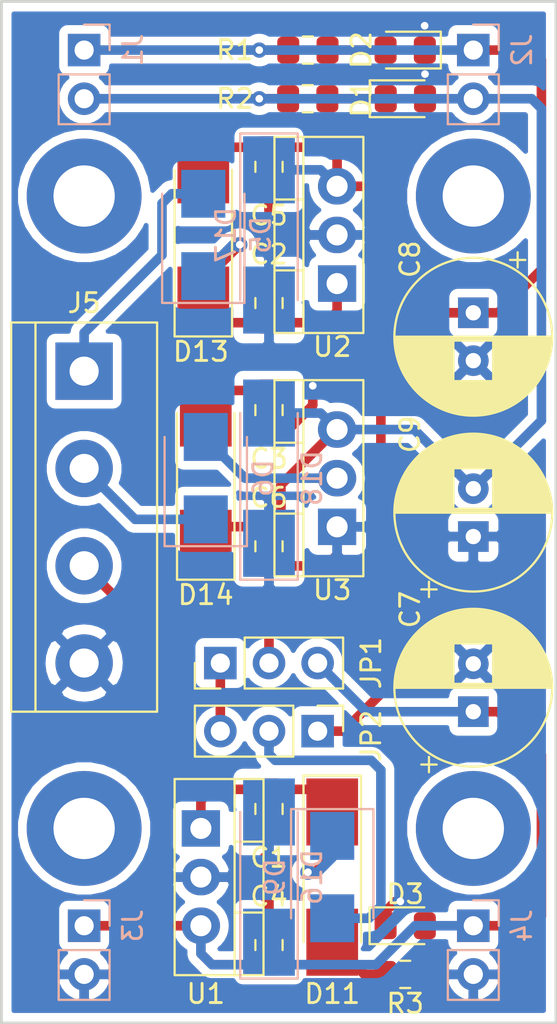
<source format=kicad_pcb>
(kicad_pcb (version 20171130) (host pcbnew "(5.1.0)-1")

  (general
    (thickness 1.6)
    (drawings 4)
    (tracks 159)
    (zones 0)
    (modules 34)
    (nets 16)
  )

  (page A4)
  (layers
    (0 F.Cu signal)
    (31 B.Cu signal)
    (32 B.Adhes user)
    (33 F.Adhes user)
    (34 B.Paste user)
    (35 F.Paste user)
    (36 B.SilkS user)
    (37 F.SilkS user)
    (38 B.Mask user)
    (39 F.Mask user)
    (40 Dwgs.User user)
    (41 Cmts.User user)
    (42 Eco1.User user)
    (43 Eco2.User user)
    (44 Edge.Cuts user)
    (45 Margin user)
    (46 B.CrtYd user)
    (47 F.CrtYd user)
    (48 B.Fab user hide)
    (49 F.Fab user hide)
  )

  (setup
    (last_trace_width 0.5)
    (user_trace_width 0.5)
    (trace_clearance 0.2)
    (zone_clearance 0.508)
    (zone_45_only no)
    (trace_min 0.2)
    (via_size 0.8)
    (via_drill 0.4)
    (via_min_size 0.4)
    (via_min_drill 0.3)
    (uvia_size 0.3)
    (uvia_drill 0.1)
    (uvias_allowed no)
    (uvia_min_size 0.2)
    (uvia_min_drill 0.1)
    (edge_width 0.15)
    (segment_width 0.2)
    (pcb_text_width 0.3)
    (pcb_text_size 1.5 1.5)
    (mod_edge_width 0.15)
    (mod_text_size 1 1)
    (mod_text_width 0.15)
    (pad_size 1.524 1.524)
    (pad_drill 0.762)
    (pad_to_mask_clearance 0.051)
    (solder_mask_min_width 0.25)
    (aux_axis_origin 0 0)
    (visible_elements 7FFFFFFF)
    (pcbplotparams
      (layerselection 0x010fc_ffffffff)
      (usegerberextensions false)
      (usegerberattributes false)
      (usegerberadvancedattributes false)
      (creategerberjobfile false)
      (excludeedgelayer true)
      (linewidth 0.100000)
      (plotframeref false)
      (viasonmask false)
      (mode 1)
      (useauxorigin false)
      (hpglpennumber 1)
      (hpglpenspeed 20)
      (hpglpendiameter 15.000000)
      (psnegative false)
      (psa4output false)
      (plotreference true)
      (plotvalue true)
      (plotinvisibletext false)
      (padsonsilk false)
      (subtractmaskfromsilk false)
      (outputformat 1)
      (mirror false)
      (drillshape 1)
      (scaleselection 1)
      (outputdirectory ""))
  )

  (net 0 "")
  (net 1 GND)
  (net 2 U1)
  (net 3 U2)
  (net 4 U3)
  (net 5 U_B2)
  (net 6 "Net-(D3-Pad2)")
  (net 7 U_B-)
  (net 8 U_B+)
  (net 9 "Net-(D1-Pad2)")
  (net 10 "Net-(C3-Pad2)")
  (net 11 "Net-(C2-Pad1)")
  (net 12 "Net-(C1-Pad1)")
  (net 13 "Net-(D9-Pad2)")
  (net 14 "Net-(D2-Pad1)")
  (net 15 U3_1)

  (net_class Default "Dies ist die voreingestellte Netzklasse."
    (clearance 0.2)
    (trace_width 0.25)
    (via_dia 0.8)
    (via_drill 0.4)
    (uvia_dia 0.3)
    (uvia_drill 0.1)
    (add_net GND)
    (add_net "Net-(C1-Pad1)")
    (add_net "Net-(C2-Pad1)")
    (add_net "Net-(C3-Pad2)")
    (add_net "Net-(D1-Pad2)")
    (add_net "Net-(D2-Pad1)")
    (add_net "Net-(D3-Pad2)")
    (add_net "Net-(D9-Pad2)")
    (add_net U1)
    (add_net U2)
    (add_net U3)
    (add_net U3_1)
    (add_net U_B+)
    (add_net U_B-)
    (add_net U_B2)
  )

  (module TerminalBlock:TerminalBlock_bornier-4_P5.08mm (layer F.Cu) (tedit 59FF03D1) (tstamp 5CC0175E)
    (at 78.74 108.204 270)
    (descr "simple 4-pin terminal block, pitch 5.08mm, revamped version of bornier4")
    (tags "terminal block bornier4")
    (path /5CC3BBF3)
    (fp_text reference J5 (at -3.556 0) (layer F.SilkS)
      (effects (font (size 1 1) (thickness 0.15)))
    )
    (fp_text value Screw_Terminal_01x04 (at 7.6 4.75 270) (layer F.Fab)
      (effects (font (size 1 1) (thickness 0.15)))
    )
    (fp_line (start 17.97 4) (end -2.73 4) (layer F.CrtYd) (width 0.05))
    (fp_line (start 17.97 4) (end 17.97 -4) (layer F.CrtYd) (width 0.05))
    (fp_line (start -2.73 -4) (end -2.73 4) (layer F.CrtYd) (width 0.05))
    (fp_line (start -2.73 -4) (end 17.97 -4) (layer F.CrtYd) (width 0.05))
    (fp_line (start -2.54 3.81) (end 17.78 3.81) (layer F.SilkS) (width 0.12))
    (fp_line (start -2.54 -3.81) (end 17.78 -3.81) (layer F.SilkS) (width 0.12))
    (fp_line (start 17.78 2.54) (end -2.54 2.54) (layer F.SilkS) (width 0.12))
    (fp_line (start 17.78 3.81) (end 17.78 -3.81) (layer F.SilkS) (width 0.12))
    (fp_line (start -2.54 -3.81) (end -2.54 3.81) (layer F.SilkS) (width 0.12))
    (fp_line (start 17.72 3.75) (end -2.43 3.75) (layer F.Fab) (width 0.1))
    (fp_line (start 17.72 -3.75) (end 17.72 3.75) (layer F.Fab) (width 0.1))
    (fp_line (start -2.48 -3.75) (end 17.72 -3.75) (layer F.Fab) (width 0.1))
    (fp_line (start -2.48 3.75) (end -2.48 -3.75) (layer F.Fab) (width 0.1))
    (fp_line (start -2.43 3.75) (end -2.48 3.75) (layer F.Fab) (width 0.1))
    (fp_line (start -2.48 2.55) (end 17.72 2.55) (layer F.Fab) (width 0.1))
    (fp_text user %R (at 7.62 0 270) (layer F.Fab)
      (effects (font (size 1 1) (thickness 0.15)))
    )
    (pad 4 thru_hole circle (at 15.24 0 270) (size 3 3) (drill 1.52) (layers *.Cu *.Mask)
      (net 1 GND))
    (pad 1 thru_hole rect (at 0 0 270) (size 3 3) (drill 1.52) (layers *.Cu *.Mask)
      (net 2 U1))
    (pad 3 thru_hole circle (at 10.16 0 270) (size 3 3) (drill 1.52) (layers *.Cu *.Mask)
      (net 4 U3))
    (pad 2 thru_hole circle (at 5.08 0 270) (size 3 3) (drill 1.52) (layers *.Cu *.Mask)
      (net 3 U2))
    (model ${KISYS3DMOD}/TerminalBlock.3dshapes/TerminalBlock_bornier-4_P5.08mm.wrl
      (offset (xyz 7.619999885559082 0 0))
      (scale (xyz 1 1 1))
      (rotate (xyz 0 0 0))
    )
  )

  (module Capacitor_THT:CP_Radial_D8.0mm_P2.50mm (layer F.Cu) (tedit 5AE50EF0) (tstamp 5CBFD489)
    (at 99.06 116.84 90)
    (descr "CP, Radial series, Radial, pin pitch=2.50mm, , diameter=8mm, Electrolytic Capacitor")
    (tags "CP Radial series Radial pin pitch 2.50mm  diameter 8mm Electrolytic Capacitor")
    (path /5CBEC5C9)
    (fp_text reference C9 (at 5.334 -3.302 90) (layer F.SilkS)
      (effects (font (size 1 1) (thickness 0.15)))
    )
    (fp_text value 220µF (at 1.25 5.25 90) (layer F.Fab)
      (effects (font (size 1 1) (thickness 0.15)))
    )
    (fp_text user %R (at 1.25 0 90) (layer F.Fab)
      (effects (font (size 1 1) (thickness 0.15)))
    )
    (fp_line (start -2.759698 -2.715) (end -2.759698 -1.915) (layer F.SilkS) (width 0.12))
    (fp_line (start -3.159698 -2.315) (end -2.359698 -2.315) (layer F.SilkS) (width 0.12))
    (fp_line (start 5.331 -0.533) (end 5.331 0.533) (layer F.SilkS) (width 0.12))
    (fp_line (start 5.291 -0.768) (end 5.291 0.768) (layer F.SilkS) (width 0.12))
    (fp_line (start 5.251 -0.948) (end 5.251 0.948) (layer F.SilkS) (width 0.12))
    (fp_line (start 5.211 -1.098) (end 5.211 1.098) (layer F.SilkS) (width 0.12))
    (fp_line (start 5.171 -1.229) (end 5.171 1.229) (layer F.SilkS) (width 0.12))
    (fp_line (start 5.131 -1.346) (end 5.131 1.346) (layer F.SilkS) (width 0.12))
    (fp_line (start 5.091 -1.453) (end 5.091 1.453) (layer F.SilkS) (width 0.12))
    (fp_line (start 5.051 -1.552) (end 5.051 1.552) (layer F.SilkS) (width 0.12))
    (fp_line (start 5.011 -1.645) (end 5.011 1.645) (layer F.SilkS) (width 0.12))
    (fp_line (start 4.971 -1.731) (end 4.971 1.731) (layer F.SilkS) (width 0.12))
    (fp_line (start 4.931 -1.813) (end 4.931 1.813) (layer F.SilkS) (width 0.12))
    (fp_line (start 4.891 -1.89) (end 4.891 1.89) (layer F.SilkS) (width 0.12))
    (fp_line (start 4.851 -1.964) (end 4.851 1.964) (layer F.SilkS) (width 0.12))
    (fp_line (start 4.811 -2.034) (end 4.811 2.034) (layer F.SilkS) (width 0.12))
    (fp_line (start 4.771 -2.102) (end 4.771 2.102) (layer F.SilkS) (width 0.12))
    (fp_line (start 4.731 -2.166) (end 4.731 2.166) (layer F.SilkS) (width 0.12))
    (fp_line (start 4.691 -2.228) (end 4.691 2.228) (layer F.SilkS) (width 0.12))
    (fp_line (start 4.651 -2.287) (end 4.651 2.287) (layer F.SilkS) (width 0.12))
    (fp_line (start 4.611 -2.345) (end 4.611 2.345) (layer F.SilkS) (width 0.12))
    (fp_line (start 4.571 -2.4) (end 4.571 2.4) (layer F.SilkS) (width 0.12))
    (fp_line (start 4.531 -2.454) (end 4.531 2.454) (layer F.SilkS) (width 0.12))
    (fp_line (start 4.491 -2.505) (end 4.491 2.505) (layer F.SilkS) (width 0.12))
    (fp_line (start 4.451 -2.556) (end 4.451 2.556) (layer F.SilkS) (width 0.12))
    (fp_line (start 4.411 -2.604) (end 4.411 2.604) (layer F.SilkS) (width 0.12))
    (fp_line (start 4.371 -2.651) (end 4.371 2.651) (layer F.SilkS) (width 0.12))
    (fp_line (start 4.331 -2.697) (end 4.331 2.697) (layer F.SilkS) (width 0.12))
    (fp_line (start 4.291 -2.741) (end 4.291 2.741) (layer F.SilkS) (width 0.12))
    (fp_line (start 4.251 -2.784) (end 4.251 2.784) (layer F.SilkS) (width 0.12))
    (fp_line (start 4.211 -2.826) (end 4.211 2.826) (layer F.SilkS) (width 0.12))
    (fp_line (start 4.171 -2.867) (end 4.171 2.867) (layer F.SilkS) (width 0.12))
    (fp_line (start 4.131 -2.907) (end 4.131 2.907) (layer F.SilkS) (width 0.12))
    (fp_line (start 4.091 -2.945) (end 4.091 2.945) (layer F.SilkS) (width 0.12))
    (fp_line (start 4.051 -2.983) (end 4.051 2.983) (layer F.SilkS) (width 0.12))
    (fp_line (start 4.011 -3.019) (end 4.011 3.019) (layer F.SilkS) (width 0.12))
    (fp_line (start 3.971 -3.055) (end 3.971 3.055) (layer F.SilkS) (width 0.12))
    (fp_line (start 3.931 -3.09) (end 3.931 3.09) (layer F.SilkS) (width 0.12))
    (fp_line (start 3.891 -3.124) (end 3.891 3.124) (layer F.SilkS) (width 0.12))
    (fp_line (start 3.851 -3.156) (end 3.851 3.156) (layer F.SilkS) (width 0.12))
    (fp_line (start 3.811 -3.189) (end 3.811 3.189) (layer F.SilkS) (width 0.12))
    (fp_line (start 3.771 -3.22) (end 3.771 3.22) (layer F.SilkS) (width 0.12))
    (fp_line (start 3.731 -3.25) (end 3.731 3.25) (layer F.SilkS) (width 0.12))
    (fp_line (start 3.691 -3.28) (end 3.691 3.28) (layer F.SilkS) (width 0.12))
    (fp_line (start 3.651 -3.309) (end 3.651 3.309) (layer F.SilkS) (width 0.12))
    (fp_line (start 3.611 -3.338) (end 3.611 3.338) (layer F.SilkS) (width 0.12))
    (fp_line (start 3.571 -3.365) (end 3.571 3.365) (layer F.SilkS) (width 0.12))
    (fp_line (start 3.531 1.04) (end 3.531 3.392) (layer F.SilkS) (width 0.12))
    (fp_line (start 3.531 -3.392) (end 3.531 -1.04) (layer F.SilkS) (width 0.12))
    (fp_line (start 3.491 1.04) (end 3.491 3.418) (layer F.SilkS) (width 0.12))
    (fp_line (start 3.491 -3.418) (end 3.491 -1.04) (layer F.SilkS) (width 0.12))
    (fp_line (start 3.451 1.04) (end 3.451 3.444) (layer F.SilkS) (width 0.12))
    (fp_line (start 3.451 -3.444) (end 3.451 -1.04) (layer F.SilkS) (width 0.12))
    (fp_line (start 3.411 1.04) (end 3.411 3.469) (layer F.SilkS) (width 0.12))
    (fp_line (start 3.411 -3.469) (end 3.411 -1.04) (layer F.SilkS) (width 0.12))
    (fp_line (start 3.371 1.04) (end 3.371 3.493) (layer F.SilkS) (width 0.12))
    (fp_line (start 3.371 -3.493) (end 3.371 -1.04) (layer F.SilkS) (width 0.12))
    (fp_line (start 3.331 1.04) (end 3.331 3.517) (layer F.SilkS) (width 0.12))
    (fp_line (start 3.331 -3.517) (end 3.331 -1.04) (layer F.SilkS) (width 0.12))
    (fp_line (start 3.291 1.04) (end 3.291 3.54) (layer F.SilkS) (width 0.12))
    (fp_line (start 3.291 -3.54) (end 3.291 -1.04) (layer F.SilkS) (width 0.12))
    (fp_line (start 3.251 1.04) (end 3.251 3.562) (layer F.SilkS) (width 0.12))
    (fp_line (start 3.251 -3.562) (end 3.251 -1.04) (layer F.SilkS) (width 0.12))
    (fp_line (start 3.211 1.04) (end 3.211 3.584) (layer F.SilkS) (width 0.12))
    (fp_line (start 3.211 -3.584) (end 3.211 -1.04) (layer F.SilkS) (width 0.12))
    (fp_line (start 3.171 1.04) (end 3.171 3.606) (layer F.SilkS) (width 0.12))
    (fp_line (start 3.171 -3.606) (end 3.171 -1.04) (layer F.SilkS) (width 0.12))
    (fp_line (start 3.131 1.04) (end 3.131 3.627) (layer F.SilkS) (width 0.12))
    (fp_line (start 3.131 -3.627) (end 3.131 -1.04) (layer F.SilkS) (width 0.12))
    (fp_line (start 3.091 1.04) (end 3.091 3.647) (layer F.SilkS) (width 0.12))
    (fp_line (start 3.091 -3.647) (end 3.091 -1.04) (layer F.SilkS) (width 0.12))
    (fp_line (start 3.051 1.04) (end 3.051 3.666) (layer F.SilkS) (width 0.12))
    (fp_line (start 3.051 -3.666) (end 3.051 -1.04) (layer F.SilkS) (width 0.12))
    (fp_line (start 3.011 1.04) (end 3.011 3.686) (layer F.SilkS) (width 0.12))
    (fp_line (start 3.011 -3.686) (end 3.011 -1.04) (layer F.SilkS) (width 0.12))
    (fp_line (start 2.971 1.04) (end 2.971 3.704) (layer F.SilkS) (width 0.12))
    (fp_line (start 2.971 -3.704) (end 2.971 -1.04) (layer F.SilkS) (width 0.12))
    (fp_line (start 2.931 1.04) (end 2.931 3.722) (layer F.SilkS) (width 0.12))
    (fp_line (start 2.931 -3.722) (end 2.931 -1.04) (layer F.SilkS) (width 0.12))
    (fp_line (start 2.891 1.04) (end 2.891 3.74) (layer F.SilkS) (width 0.12))
    (fp_line (start 2.891 -3.74) (end 2.891 -1.04) (layer F.SilkS) (width 0.12))
    (fp_line (start 2.851 1.04) (end 2.851 3.757) (layer F.SilkS) (width 0.12))
    (fp_line (start 2.851 -3.757) (end 2.851 -1.04) (layer F.SilkS) (width 0.12))
    (fp_line (start 2.811 1.04) (end 2.811 3.774) (layer F.SilkS) (width 0.12))
    (fp_line (start 2.811 -3.774) (end 2.811 -1.04) (layer F.SilkS) (width 0.12))
    (fp_line (start 2.771 1.04) (end 2.771 3.79) (layer F.SilkS) (width 0.12))
    (fp_line (start 2.771 -3.79) (end 2.771 -1.04) (layer F.SilkS) (width 0.12))
    (fp_line (start 2.731 1.04) (end 2.731 3.805) (layer F.SilkS) (width 0.12))
    (fp_line (start 2.731 -3.805) (end 2.731 -1.04) (layer F.SilkS) (width 0.12))
    (fp_line (start 2.691 1.04) (end 2.691 3.821) (layer F.SilkS) (width 0.12))
    (fp_line (start 2.691 -3.821) (end 2.691 -1.04) (layer F.SilkS) (width 0.12))
    (fp_line (start 2.651 1.04) (end 2.651 3.835) (layer F.SilkS) (width 0.12))
    (fp_line (start 2.651 -3.835) (end 2.651 -1.04) (layer F.SilkS) (width 0.12))
    (fp_line (start 2.611 1.04) (end 2.611 3.85) (layer F.SilkS) (width 0.12))
    (fp_line (start 2.611 -3.85) (end 2.611 -1.04) (layer F.SilkS) (width 0.12))
    (fp_line (start 2.571 1.04) (end 2.571 3.863) (layer F.SilkS) (width 0.12))
    (fp_line (start 2.571 -3.863) (end 2.571 -1.04) (layer F.SilkS) (width 0.12))
    (fp_line (start 2.531 1.04) (end 2.531 3.877) (layer F.SilkS) (width 0.12))
    (fp_line (start 2.531 -3.877) (end 2.531 -1.04) (layer F.SilkS) (width 0.12))
    (fp_line (start 2.491 1.04) (end 2.491 3.889) (layer F.SilkS) (width 0.12))
    (fp_line (start 2.491 -3.889) (end 2.491 -1.04) (layer F.SilkS) (width 0.12))
    (fp_line (start 2.451 1.04) (end 2.451 3.902) (layer F.SilkS) (width 0.12))
    (fp_line (start 2.451 -3.902) (end 2.451 -1.04) (layer F.SilkS) (width 0.12))
    (fp_line (start 2.411 1.04) (end 2.411 3.914) (layer F.SilkS) (width 0.12))
    (fp_line (start 2.411 -3.914) (end 2.411 -1.04) (layer F.SilkS) (width 0.12))
    (fp_line (start 2.371 1.04) (end 2.371 3.925) (layer F.SilkS) (width 0.12))
    (fp_line (start 2.371 -3.925) (end 2.371 -1.04) (layer F.SilkS) (width 0.12))
    (fp_line (start 2.331 1.04) (end 2.331 3.936) (layer F.SilkS) (width 0.12))
    (fp_line (start 2.331 -3.936) (end 2.331 -1.04) (layer F.SilkS) (width 0.12))
    (fp_line (start 2.291 1.04) (end 2.291 3.947) (layer F.SilkS) (width 0.12))
    (fp_line (start 2.291 -3.947) (end 2.291 -1.04) (layer F.SilkS) (width 0.12))
    (fp_line (start 2.251 1.04) (end 2.251 3.957) (layer F.SilkS) (width 0.12))
    (fp_line (start 2.251 -3.957) (end 2.251 -1.04) (layer F.SilkS) (width 0.12))
    (fp_line (start 2.211 1.04) (end 2.211 3.967) (layer F.SilkS) (width 0.12))
    (fp_line (start 2.211 -3.967) (end 2.211 -1.04) (layer F.SilkS) (width 0.12))
    (fp_line (start 2.171 1.04) (end 2.171 3.976) (layer F.SilkS) (width 0.12))
    (fp_line (start 2.171 -3.976) (end 2.171 -1.04) (layer F.SilkS) (width 0.12))
    (fp_line (start 2.131 1.04) (end 2.131 3.985) (layer F.SilkS) (width 0.12))
    (fp_line (start 2.131 -3.985) (end 2.131 -1.04) (layer F.SilkS) (width 0.12))
    (fp_line (start 2.091 1.04) (end 2.091 3.994) (layer F.SilkS) (width 0.12))
    (fp_line (start 2.091 -3.994) (end 2.091 -1.04) (layer F.SilkS) (width 0.12))
    (fp_line (start 2.051 1.04) (end 2.051 4.002) (layer F.SilkS) (width 0.12))
    (fp_line (start 2.051 -4.002) (end 2.051 -1.04) (layer F.SilkS) (width 0.12))
    (fp_line (start 2.011 1.04) (end 2.011 4.01) (layer F.SilkS) (width 0.12))
    (fp_line (start 2.011 -4.01) (end 2.011 -1.04) (layer F.SilkS) (width 0.12))
    (fp_line (start 1.971 1.04) (end 1.971 4.017) (layer F.SilkS) (width 0.12))
    (fp_line (start 1.971 -4.017) (end 1.971 -1.04) (layer F.SilkS) (width 0.12))
    (fp_line (start 1.93 1.04) (end 1.93 4.024) (layer F.SilkS) (width 0.12))
    (fp_line (start 1.93 -4.024) (end 1.93 -1.04) (layer F.SilkS) (width 0.12))
    (fp_line (start 1.89 1.04) (end 1.89 4.03) (layer F.SilkS) (width 0.12))
    (fp_line (start 1.89 -4.03) (end 1.89 -1.04) (layer F.SilkS) (width 0.12))
    (fp_line (start 1.85 1.04) (end 1.85 4.037) (layer F.SilkS) (width 0.12))
    (fp_line (start 1.85 -4.037) (end 1.85 -1.04) (layer F.SilkS) (width 0.12))
    (fp_line (start 1.81 1.04) (end 1.81 4.042) (layer F.SilkS) (width 0.12))
    (fp_line (start 1.81 -4.042) (end 1.81 -1.04) (layer F.SilkS) (width 0.12))
    (fp_line (start 1.77 1.04) (end 1.77 4.048) (layer F.SilkS) (width 0.12))
    (fp_line (start 1.77 -4.048) (end 1.77 -1.04) (layer F.SilkS) (width 0.12))
    (fp_line (start 1.73 1.04) (end 1.73 4.052) (layer F.SilkS) (width 0.12))
    (fp_line (start 1.73 -4.052) (end 1.73 -1.04) (layer F.SilkS) (width 0.12))
    (fp_line (start 1.69 1.04) (end 1.69 4.057) (layer F.SilkS) (width 0.12))
    (fp_line (start 1.69 -4.057) (end 1.69 -1.04) (layer F.SilkS) (width 0.12))
    (fp_line (start 1.65 1.04) (end 1.65 4.061) (layer F.SilkS) (width 0.12))
    (fp_line (start 1.65 -4.061) (end 1.65 -1.04) (layer F.SilkS) (width 0.12))
    (fp_line (start 1.61 1.04) (end 1.61 4.065) (layer F.SilkS) (width 0.12))
    (fp_line (start 1.61 -4.065) (end 1.61 -1.04) (layer F.SilkS) (width 0.12))
    (fp_line (start 1.57 1.04) (end 1.57 4.068) (layer F.SilkS) (width 0.12))
    (fp_line (start 1.57 -4.068) (end 1.57 -1.04) (layer F.SilkS) (width 0.12))
    (fp_line (start 1.53 1.04) (end 1.53 4.071) (layer F.SilkS) (width 0.12))
    (fp_line (start 1.53 -4.071) (end 1.53 -1.04) (layer F.SilkS) (width 0.12))
    (fp_line (start 1.49 1.04) (end 1.49 4.074) (layer F.SilkS) (width 0.12))
    (fp_line (start 1.49 -4.074) (end 1.49 -1.04) (layer F.SilkS) (width 0.12))
    (fp_line (start 1.45 -4.076) (end 1.45 4.076) (layer F.SilkS) (width 0.12))
    (fp_line (start 1.41 -4.077) (end 1.41 4.077) (layer F.SilkS) (width 0.12))
    (fp_line (start 1.37 -4.079) (end 1.37 4.079) (layer F.SilkS) (width 0.12))
    (fp_line (start 1.33 -4.08) (end 1.33 4.08) (layer F.SilkS) (width 0.12))
    (fp_line (start 1.29 -4.08) (end 1.29 4.08) (layer F.SilkS) (width 0.12))
    (fp_line (start 1.25 -4.08) (end 1.25 4.08) (layer F.SilkS) (width 0.12))
    (fp_line (start -1.776759 -2.1475) (end -1.776759 -1.3475) (layer F.Fab) (width 0.1))
    (fp_line (start -2.176759 -1.7475) (end -1.376759 -1.7475) (layer F.Fab) (width 0.1))
    (fp_circle (center 1.25 0) (end 5.5 0) (layer F.CrtYd) (width 0.05))
    (fp_circle (center 1.25 0) (end 5.37 0) (layer F.SilkS) (width 0.12))
    (fp_circle (center 1.25 0) (end 5.25 0) (layer F.Fab) (width 0.1))
    (pad 2 thru_hole circle (at 2.5 0 90) (size 1.6 1.6) (drill 0.8) (layers *.Cu *.Mask)
      (net 7 U_B-))
    (pad 1 thru_hole rect (at 0 0 90) (size 1.6 1.6) (drill 0.8) (layers *.Cu *.Mask)
      (net 1 GND))
    (model ${KISYS3DMOD}/Capacitor_THT.3dshapes/CP_Radial_D8.0mm_P2.50mm.wrl
      (at (xyz 0 0 0))
      (scale (xyz 1 1 1))
      (rotate (xyz 0 0 0))
    )
  )

  (module Capacitor_THT:CP_Radial_D8.0mm_P2.50mm (layer F.Cu) (tedit 5AE50EF0) (tstamp 5CBF8D05)
    (at 99.06 105.156 270)
    (descr "CP, Radial series, Radial, pin pitch=2.50mm, , diameter=8mm, Electrolytic Capacitor")
    (tags "CP Radial series Radial pin pitch 2.50mm  diameter 8mm Electrolytic Capacitor")
    (path /5CB87A36)
    (fp_text reference C8 (at -2.794 3.302 270) (layer F.SilkS)
      (effects (font (size 1 1) (thickness 0.15)))
    )
    (fp_text value 220µF (at 1.25 5.25 270) (layer F.Fab)
      (effects (font (size 1 1) (thickness 0.15)))
    )
    (fp_text user %R (at 1.25 0 270) (layer F.Fab)
      (effects (font (size 1 1) (thickness 0.15)))
    )
    (fp_line (start -2.759698 -2.715) (end -2.759698 -1.915) (layer F.SilkS) (width 0.12))
    (fp_line (start -3.159698 -2.315) (end -2.359698 -2.315) (layer F.SilkS) (width 0.12))
    (fp_line (start 5.331 -0.533) (end 5.331 0.533) (layer F.SilkS) (width 0.12))
    (fp_line (start 5.291 -0.768) (end 5.291 0.768) (layer F.SilkS) (width 0.12))
    (fp_line (start 5.251 -0.948) (end 5.251 0.948) (layer F.SilkS) (width 0.12))
    (fp_line (start 5.211 -1.098) (end 5.211 1.098) (layer F.SilkS) (width 0.12))
    (fp_line (start 5.171 -1.229) (end 5.171 1.229) (layer F.SilkS) (width 0.12))
    (fp_line (start 5.131 -1.346) (end 5.131 1.346) (layer F.SilkS) (width 0.12))
    (fp_line (start 5.091 -1.453) (end 5.091 1.453) (layer F.SilkS) (width 0.12))
    (fp_line (start 5.051 -1.552) (end 5.051 1.552) (layer F.SilkS) (width 0.12))
    (fp_line (start 5.011 -1.645) (end 5.011 1.645) (layer F.SilkS) (width 0.12))
    (fp_line (start 4.971 -1.731) (end 4.971 1.731) (layer F.SilkS) (width 0.12))
    (fp_line (start 4.931 -1.813) (end 4.931 1.813) (layer F.SilkS) (width 0.12))
    (fp_line (start 4.891 -1.89) (end 4.891 1.89) (layer F.SilkS) (width 0.12))
    (fp_line (start 4.851 -1.964) (end 4.851 1.964) (layer F.SilkS) (width 0.12))
    (fp_line (start 4.811 -2.034) (end 4.811 2.034) (layer F.SilkS) (width 0.12))
    (fp_line (start 4.771 -2.102) (end 4.771 2.102) (layer F.SilkS) (width 0.12))
    (fp_line (start 4.731 -2.166) (end 4.731 2.166) (layer F.SilkS) (width 0.12))
    (fp_line (start 4.691 -2.228) (end 4.691 2.228) (layer F.SilkS) (width 0.12))
    (fp_line (start 4.651 -2.287) (end 4.651 2.287) (layer F.SilkS) (width 0.12))
    (fp_line (start 4.611 -2.345) (end 4.611 2.345) (layer F.SilkS) (width 0.12))
    (fp_line (start 4.571 -2.4) (end 4.571 2.4) (layer F.SilkS) (width 0.12))
    (fp_line (start 4.531 -2.454) (end 4.531 2.454) (layer F.SilkS) (width 0.12))
    (fp_line (start 4.491 -2.505) (end 4.491 2.505) (layer F.SilkS) (width 0.12))
    (fp_line (start 4.451 -2.556) (end 4.451 2.556) (layer F.SilkS) (width 0.12))
    (fp_line (start 4.411 -2.604) (end 4.411 2.604) (layer F.SilkS) (width 0.12))
    (fp_line (start 4.371 -2.651) (end 4.371 2.651) (layer F.SilkS) (width 0.12))
    (fp_line (start 4.331 -2.697) (end 4.331 2.697) (layer F.SilkS) (width 0.12))
    (fp_line (start 4.291 -2.741) (end 4.291 2.741) (layer F.SilkS) (width 0.12))
    (fp_line (start 4.251 -2.784) (end 4.251 2.784) (layer F.SilkS) (width 0.12))
    (fp_line (start 4.211 -2.826) (end 4.211 2.826) (layer F.SilkS) (width 0.12))
    (fp_line (start 4.171 -2.867) (end 4.171 2.867) (layer F.SilkS) (width 0.12))
    (fp_line (start 4.131 -2.907) (end 4.131 2.907) (layer F.SilkS) (width 0.12))
    (fp_line (start 4.091 -2.945) (end 4.091 2.945) (layer F.SilkS) (width 0.12))
    (fp_line (start 4.051 -2.983) (end 4.051 2.983) (layer F.SilkS) (width 0.12))
    (fp_line (start 4.011 -3.019) (end 4.011 3.019) (layer F.SilkS) (width 0.12))
    (fp_line (start 3.971 -3.055) (end 3.971 3.055) (layer F.SilkS) (width 0.12))
    (fp_line (start 3.931 -3.09) (end 3.931 3.09) (layer F.SilkS) (width 0.12))
    (fp_line (start 3.891 -3.124) (end 3.891 3.124) (layer F.SilkS) (width 0.12))
    (fp_line (start 3.851 -3.156) (end 3.851 3.156) (layer F.SilkS) (width 0.12))
    (fp_line (start 3.811 -3.189) (end 3.811 3.189) (layer F.SilkS) (width 0.12))
    (fp_line (start 3.771 -3.22) (end 3.771 3.22) (layer F.SilkS) (width 0.12))
    (fp_line (start 3.731 -3.25) (end 3.731 3.25) (layer F.SilkS) (width 0.12))
    (fp_line (start 3.691 -3.28) (end 3.691 3.28) (layer F.SilkS) (width 0.12))
    (fp_line (start 3.651 -3.309) (end 3.651 3.309) (layer F.SilkS) (width 0.12))
    (fp_line (start 3.611 -3.338) (end 3.611 3.338) (layer F.SilkS) (width 0.12))
    (fp_line (start 3.571 -3.365) (end 3.571 3.365) (layer F.SilkS) (width 0.12))
    (fp_line (start 3.531 1.04) (end 3.531 3.392) (layer F.SilkS) (width 0.12))
    (fp_line (start 3.531 -3.392) (end 3.531 -1.04) (layer F.SilkS) (width 0.12))
    (fp_line (start 3.491 1.04) (end 3.491 3.418) (layer F.SilkS) (width 0.12))
    (fp_line (start 3.491 -3.418) (end 3.491 -1.04) (layer F.SilkS) (width 0.12))
    (fp_line (start 3.451 1.04) (end 3.451 3.444) (layer F.SilkS) (width 0.12))
    (fp_line (start 3.451 -3.444) (end 3.451 -1.04) (layer F.SilkS) (width 0.12))
    (fp_line (start 3.411 1.04) (end 3.411 3.469) (layer F.SilkS) (width 0.12))
    (fp_line (start 3.411 -3.469) (end 3.411 -1.04) (layer F.SilkS) (width 0.12))
    (fp_line (start 3.371 1.04) (end 3.371 3.493) (layer F.SilkS) (width 0.12))
    (fp_line (start 3.371 -3.493) (end 3.371 -1.04) (layer F.SilkS) (width 0.12))
    (fp_line (start 3.331 1.04) (end 3.331 3.517) (layer F.SilkS) (width 0.12))
    (fp_line (start 3.331 -3.517) (end 3.331 -1.04) (layer F.SilkS) (width 0.12))
    (fp_line (start 3.291 1.04) (end 3.291 3.54) (layer F.SilkS) (width 0.12))
    (fp_line (start 3.291 -3.54) (end 3.291 -1.04) (layer F.SilkS) (width 0.12))
    (fp_line (start 3.251 1.04) (end 3.251 3.562) (layer F.SilkS) (width 0.12))
    (fp_line (start 3.251 -3.562) (end 3.251 -1.04) (layer F.SilkS) (width 0.12))
    (fp_line (start 3.211 1.04) (end 3.211 3.584) (layer F.SilkS) (width 0.12))
    (fp_line (start 3.211 -3.584) (end 3.211 -1.04) (layer F.SilkS) (width 0.12))
    (fp_line (start 3.171 1.04) (end 3.171 3.606) (layer F.SilkS) (width 0.12))
    (fp_line (start 3.171 -3.606) (end 3.171 -1.04) (layer F.SilkS) (width 0.12))
    (fp_line (start 3.131 1.04) (end 3.131 3.627) (layer F.SilkS) (width 0.12))
    (fp_line (start 3.131 -3.627) (end 3.131 -1.04) (layer F.SilkS) (width 0.12))
    (fp_line (start 3.091 1.04) (end 3.091 3.647) (layer F.SilkS) (width 0.12))
    (fp_line (start 3.091 -3.647) (end 3.091 -1.04) (layer F.SilkS) (width 0.12))
    (fp_line (start 3.051 1.04) (end 3.051 3.666) (layer F.SilkS) (width 0.12))
    (fp_line (start 3.051 -3.666) (end 3.051 -1.04) (layer F.SilkS) (width 0.12))
    (fp_line (start 3.011 1.04) (end 3.011 3.686) (layer F.SilkS) (width 0.12))
    (fp_line (start 3.011 -3.686) (end 3.011 -1.04) (layer F.SilkS) (width 0.12))
    (fp_line (start 2.971 1.04) (end 2.971 3.704) (layer F.SilkS) (width 0.12))
    (fp_line (start 2.971 -3.704) (end 2.971 -1.04) (layer F.SilkS) (width 0.12))
    (fp_line (start 2.931 1.04) (end 2.931 3.722) (layer F.SilkS) (width 0.12))
    (fp_line (start 2.931 -3.722) (end 2.931 -1.04) (layer F.SilkS) (width 0.12))
    (fp_line (start 2.891 1.04) (end 2.891 3.74) (layer F.SilkS) (width 0.12))
    (fp_line (start 2.891 -3.74) (end 2.891 -1.04) (layer F.SilkS) (width 0.12))
    (fp_line (start 2.851 1.04) (end 2.851 3.757) (layer F.SilkS) (width 0.12))
    (fp_line (start 2.851 -3.757) (end 2.851 -1.04) (layer F.SilkS) (width 0.12))
    (fp_line (start 2.811 1.04) (end 2.811 3.774) (layer F.SilkS) (width 0.12))
    (fp_line (start 2.811 -3.774) (end 2.811 -1.04) (layer F.SilkS) (width 0.12))
    (fp_line (start 2.771 1.04) (end 2.771 3.79) (layer F.SilkS) (width 0.12))
    (fp_line (start 2.771 -3.79) (end 2.771 -1.04) (layer F.SilkS) (width 0.12))
    (fp_line (start 2.731 1.04) (end 2.731 3.805) (layer F.SilkS) (width 0.12))
    (fp_line (start 2.731 -3.805) (end 2.731 -1.04) (layer F.SilkS) (width 0.12))
    (fp_line (start 2.691 1.04) (end 2.691 3.821) (layer F.SilkS) (width 0.12))
    (fp_line (start 2.691 -3.821) (end 2.691 -1.04) (layer F.SilkS) (width 0.12))
    (fp_line (start 2.651 1.04) (end 2.651 3.835) (layer F.SilkS) (width 0.12))
    (fp_line (start 2.651 -3.835) (end 2.651 -1.04) (layer F.SilkS) (width 0.12))
    (fp_line (start 2.611 1.04) (end 2.611 3.85) (layer F.SilkS) (width 0.12))
    (fp_line (start 2.611 -3.85) (end 2.611 -1.04) (layer F.SilkS) (width 0.12))
    (fp_line (start 2.571 1.04) (end 2.571 3.863) (layer F.SilkS) (width 0.12))
    (fp_line (start 2.571 -3.863) (end 2.571 -1.04) (layer F.SilkS) (width 0.12))
    (fp_line (start 2.531 1.04) (end 2.531 3.877) (layer F.SilkS) (width 0.12))
    (fp_line (start 2.531 -3.877) (end 2.531 -1.04) (layer F.SilkS) (width 0.12))
    (fp_line (start 2.491 1.04) (end 2.491 3.889) (layer F.SilkS) (width 0.12))
    (fp_line (start 2.491 -3.889) (end 2.491 -1.04) (layer F.SilkS) (width 0.12))
    (fp_line (start 2.451 1.04) (end 2.451 3.902) (layer F.SilkS) (width 0.12))
    (fp_line (start 2.451 -3.902) (end 2.451 -1.04) (layer F.SilkS) (width 0.12))
    (fp_line (start 2.411 1.04) (end 2.411 3.914) (layer F.SilkS) (width 0.12))
    (fp_line (start 2.411 -3.914) (end 2.411 -1.04) (layer F.SilkS) (width 0.12))
    (fp_line (start 2.371 1.04) (end 2.371 3.925) (layer F.SilkS) (width 0.12))
    (fp_line (start 2.371 -3.925) (end 2.371 -1.04) (layer F.SilkS) (width 0.12))
    (fp_line (start 2.331 1.04) (end 2.331 3.936) (layer F.SilkS) (width 0.12))
    (fp_line (start 2.331 -3.936) (end 2.331 -1.04) (layer F.SilkS) (width 0.12))
    (fp_line (start 2.291 1.04) (end 2.291 3.947) (layer F.SilkS) (width 0.12))
    (fp_line (start 2.291 -3.947) (end 2.291 -1.04) (layer F.SilkS) (width 0.12))
    (fp_line (start 2.251 1.04) (end 2.251 3.957) (layer F.SilkS) (width 0.12))
    (fp_line (start 2.251 -3.957) (end 2.251 -1.04) (layer F.SilkS) (width 0.12))
    (fp_line (start 2.211 1.04) (end 2.211 3.967) (layer F.SilkS) (width 0.12))
    (fp_line (start 2.211 -3.967) (end 2.211 -1.04) (layer F.SilkS) (width 0.12))
    (fp_line (start 2.171 1.04) (end 2.171 3.976) (layer F.SilkS) (width 0.12))
    (fp_line (start 2.171 -3.976) (end 2.171 -1.04) (layer F.SilkS) (width 0.12))
    (fp_line (start 2.131 1.04) (end 2.131 3.985) (layer F.SilkS) (width 0.12))
    (fp_line (start 2.131 -3.985) (end 2.131 -1.04) (layer F.SilkS) (width 0.12))
    (fp_line (start 2.091 1.04) (end 2.091 3.994) (layer F.SilkS) (width 0.12))
    (fp_line (start 2.091 -3.994) (end 2.091 -1.04) (layer F.SilkS) (width 0.12))
    (fp_line (start 2.051 1.04) (end 2.051 4.002) (layer F.SilkS) (width 0.12))
    (fp_line (start 2.051 -4.002) (end 2.051 -1.04) (layer F.SilkS) (width 0.12))
    (fp_line (start 2.011 1.04) (end 2.011 4.01) (layer F.SilkS) (width 0.12))
    (fp_line (start 2.011 -4.01) (end 2.011 -1.04) (layer F.SilkS) (width 0.12))
    (fp_line (start 1.971 1.04) (end 1.971 4.017) (layer F.SilkS) (width 0.12))
    (fp_line (start 1.971 -4.017) (end 1.971 -1.04) (layer F.SilkS) (width 0.12))
    (fp_line (start 1.93 1.04) (end 1.93 4.024) (layer F.SilkS) (width 0.12))
    (fp_line (start 1.93 -4.024) (end 1.93 -1.04) (layer F.SilkS) (width 0.12))
    (fp_line (start 1.89 1.04) (end 1.89 4.03) (layer F.SilkS) (width 0.12))
    (fp_line (start 1.89 -4.03) (end 1.89 -1.04) (layer F.SilkS) (width 0.12))
    (fp_line (start 1.85 1.04) (end 1.85 4.037) (layer F.SilkS) (width 0.12))
    (fp_line (start 1.85 -4.037) (end 1.85 -1.04) (layer F.SilkS) (width 0.12))
    (fp_line (start 1.81 1.04) (end 1.81 4.042) (layer F.SilkS) (width 0.12))
    (fp_line (start 1.81 -4.042) (end 1.81 -1.04) (layer F.SilkS) (width 0.12))
    (fp_line (start 1.77 1.04) (end 1.77 4.048) (layer F.SilkS) (width 0.12))
    (fp_line (start 1.77 -4.048) (end 1.77 -1.04) (layer F.SilkS) (width 0.12))
    (fp_line (start 1.73 1.04) (end 1.73 4.052) (layer F.SilkS) (width 0.12))
    (fp_line (start 1.73 -4.052) (end 1.73 -1.04) (layer F.SilkS) (width 0.12))
    (fp_line (start 1.69 1.04) (end 1.69 4.057) (layer F.SilkS) (width 0.12))
    (fp_line (start 1.69 -4.057) (end 1.69 -1.04) (layer F.SilkS) (width 0.12))
    (fp_line (start 1.65 1.04) (end 1.65 4.061) (layer F.SilkS) (width 0.12))
    (fp_line (start 1.65 -4.061) (end 1.65 -1.04) (layer F.SilkS) (width 0.12))
    (fp_line (start 1.61 1.04) (end 1.61 4.065) (layer F.SilkS) (width 0.12))
    (fp_line (start 1.61 -4.065) (end 1.61 -1.04) (layer F.SilkS) (width 0.12))
    (fp_line (start 1.57 1.04) (end 1.57 4.068) (layer F.SilkS) (width 0.12))
    (fp_line (start 1.57 -4.068) (end 1.57 -1.04) (layer F.SilkS) (width 0.12))
    (fp_line (start 1.53 1.04) (end 1.53 4.071) (layer F.SilkS) (width 0.12))
    (fp_line (start 1.53 -4.071) (end 1.53 -1.04) (layer F.SilkS) (width 0.12))
    (fp_line (start 1.49 1.04) (end 1.49 4.074) (layer F.SilkS) (width 0.12))
    (fp_line (start 1.49 -4.074) (end 1.49 -1.04) (layer F.SilkS) (width 0.12))
    (fp_line (start 1.45 -4.076) (end 1.45 4.076) (layer F.SilkS) (width 0.12))
    (fp_line (start 1.41 -4.077) (end 1.41 4.077) (layer F.SilkS) (width 0.12))
    (fp_line (start 1.37 -4.079) (end 1.37 4.079) (layer F.SilkS) (width 0.12))
    (fp_line (start 1.33 -4.08) (end 1.33 4.08) (layer F.SilkS) (width 0.12))
    (fp_line (start 1.29 -4.08) (end 1.29 4.08) (layer F.SilkS) (width 0.12))
    (fp_line (start 1.25 -4.08) (end 1.25 4.08) (layer F.SilkS) (width 0.12))
    (fp_line (start -1.776759 -2.1475) (end -1.776759 -1.3475) (layer F.Fab) (width 0.1))
    (fp_line (start -2.176759 -1.7475) (end -1.376759 -1.7475) (layer F.Fab) (width 0.1))
    (fp_circle (center 1.25 0) (end 5.5 0) (layer F.CrtYd) (width 0.05))
    (fp_circle (center 1.25 0) (end 5.37 0) (layer F.SilkS) (width 0.12))
    (fp_circle (center 1.25 0) (end 5.25 0) (layer F.Fab) (width 0.1))
    (pad 2 thru_hole circle (at 2.5 0 270) (size 1.6 1.6) (drill 0.8) (layers *.Cu *.Mask)
      (net 1 GND))
    (pad 1 thru_hole rect (at 0 0 270) (size 1.6 1.6) (drill 0.8) (layers *.Cu *.Mask)
      (net 8 U_B+))
    (model ${KISYS3DMOD}/Capacitor_THT.3dshapes/CP_Radial_D8.0mm_P2.50mm.wrl
      (at (xyz 0 0 0))
      (scale (xyz 1 1 1))
      (rotate (xyz 0 0 0))
    )
  )

  (module Capacitor_THT:CP_Radial_D8.0mm_P2.50mm (layer F.Cu) (tedit 5AE50EF0) (tstamp 5CC1A1C8)
    (at 99.06 125.984 90)
    (descr "CP, Radial series, Radial, pin pitch=2.50mm, , diameter=8mm, Electrolytic Capacitor")
    (tags "CP Radial series Radial pin pitch 2.50mm  diameter 8mm Electrolytic Capacitor")
    (path /5CC37014)
    (fp_text reference C7 (at 5.334 -3.302 90) (layer F.SilkS)
      (effects (font (size 1 1) (thickness 0.15)))
    )
    (fp_text value 220µF (at 1.25 5.25 90) (layer F.Fab)
      (effects (font (size 1 1) (thickness 0.15)))
    )
    (fp_text user %R (at 1.25 0 90) (layer F.Fab)
      (effects (font (size 1 1) (thickness 0.15)))
    )
    (fp_line (start -2.759698 -2.715) (end -2.759698 -1.915) (layer F.SilkS) (width 0.12))
    (fp_line (start -3.159698 -2.315) (end -2.359698 -2.315) (layer F.SilkS) (width 0.12))
    (fp_line (start 5.331 -0.533) (end 5.331 0.533) (layer F.SilkS) (width 0.12))
    (fp_line (start 5.291 -0.768) (end 5.291 0.768) (layer F.SilkS) (width 0.12))
    (fp_line (start 5.251 -0.948) (end 5.251 0.948) (layer F.SilkS) (width 0.12))
    (fp_line (start 5.211 -1.098) (end 5.211 1.098) (layer F.SilkS) (width 0.12))
    (fp_line (start 5.171 -1.229) (end 5.171 1.229) (layer F.SilkS) (width 0.12))
    (fp_line (start 5.131 -1.346) (end 5.131 1.346) (layer F.SilkS) (width 0.12))
    (fp_line (start 5.091 -1.453) (end 5.091 1.453) (layer F.SilkS) (width 0.12))
    (fp_line (start 5.051 -1.552) (end 5.051 1.552) (layer F.SilkS) (width 0.12))
    (fp_line (start 5.011 -1.645) (end 5.011 1.645) (layer F.SilkS) (width 0.12))
    (fp_line (start 4.971 -1.731) (end 4.971 1.731) (layer F.SilkS) (width 0.12))
    (fp_line (start 4.931 -1.813) (end 4.931 1.813) (layer F.SilkS) (width 0.12))
    (fp_line (start 4.891 -1.89) (end 4.891 1.89) (layer F.SilkS) (width 0.12))
    (fp_line (start 4.851 -1.964) (end 4.851 1.964) (layer F.SilkS) (width 0.12))
    (fp_line (start 4.811 -2.034) (end 4.811 2.034) (layer F.SilkS) (width 0.12))
    (fp_line (start 4.771 -2.102) (end 4.771 2.102) (layer F.SilkS) (width 0.12))
    (fp_line (start 4.731 -2.166) (end 4.731 2.166) (layer F.SilkS) (width 0.12))
    (fp_line (start 4.691 -2.228) (end 4.691 2.228) (layer F.SilkS) (width 0.12))
    (fp_line (start 4.651 -2.287) (end 4.651 2.287) (layer F.SilkS) (width 0.12))
    (fp_line (start 4.611 -2.345) (end 4.611 2.345) (layer F.SilkS) (width 0.12))
    (fp_line (start 4.571 -2.4) (end 4.571 2.4) (layer F.SilkS) (width 0.12))
    (fp_line (start 4.531 -2.454) (end 4.531 2.454) (layer F.SilkS) (width 0.12))
    (fp_line (start 4.491 -2.505) (end 4.491 2.505) (layer F.SilkS) (width 0.12))
    (fp_line (start 4.451 -2.556) (end 4.451 2.556) (layer F.SilkS) (width 0.12))
    (fp_line (start 4.411 -2.604) (end 4.411 2.604) (layer F.SilkS) (width 0.12))
    (fp_line (start 4.371 -2.651) (end 4.371 2.651) (layer F.SilkS) (width 0.12))
    (fp_line (start 4.331 -2.697) (end 4.331 2.697) (layer F.SilkS) (width 0.12))
    (fp_line (start 4.291 -2.741) (end 4.291 2.741) (layer F.SilkS) (width 0.12))
    (fp_line (start 4.251 -2.784) (end 4.251 2.784) (layer F.SilkS) (width 0.12))
    (fp_line (start 4.211 -2.826) (end 4.211 2.826) (layer F.SilkS) (width 0.12))
    (fp_line (start 4.171 -2.867) (end 4.171 2.867) (layer F.SilkS) (width 0.12))
    (fp_line (start 4.131 -2.907) (end 4.131 2.907) (layer F.SilkS) (width 0.12))
    (fp_line (start 4.091 -2.945) (end 4.091 2.945) (layer F.SilkS) (width 0.12))
    (fp_line (start 4.051 -2.983) (end 4.051 2.983) (layer F.SilkS) (width 0.12))
    (fp_line (start 4.011 -3.019) (end 4.011 3.019) (layer F.SilkS) (width 0.12))
    (fp_line (start 3.971 -3.055) (end 3.971 3.055) (layer F.SilkS) (width 0.12))
    (fp_line (start 3.931 -3.09) (end 3.931 3.09) (layer F.SilkS) (width 0.12))
    (fp_line (start 3.891 -3.124) (end 3.891 3.124) (layer F.SilkS) (width 0.12))
    (fp_line (start 3.851 -3.156) (end 3.851 3.156) (layer F.SilkS) (width 0.12))
    (fp_line (start 3.811 -3.189) (end 3.811 3.189) (layer F.SilkS) (width 0.12))
    (fp_line (start 3.771 -3.22) (end 3.771 3.22) (layer F.SilkS) (width 0.12))
    (fp_line (start 3.731 -3.25) (end 3.731 3.25) (layer F.SilkS) (width 0.12))
    (fp_line (start 3.691 -3.28) (end 3.691 3.28) (layer F.SilkS) (width 0.12))
    (fp_line (start 3.651 -3.309) (end 3.651 3.309) (layer F.SilkS) (width 0.12))
    (fp_line (start 3.611 -3.338) (end 3.611 3.338) (layer F.SilkS) (width 0.12))
    (fp_line (start 3.571 -3.365) (end 3.571 3.365) (layer F.SilkS) (width 0.12))
    (fp_line (start 3.531 1.04) (end 3.531 3.392) (layer F.SilkS) (width 0.12))
    (fp_line (start 3.531 -3.392) (end 3.531 -1.04) (layer F.SilkS) (width 0.12))
    (fp_line (start 3.491 1.04) (end 3.491 3.418) (layer F.SilkS) (width 0.12))
    (fp_line (start 3.491 -3.418) (end 3.491 -1.04) (layer F.SilkS) (width 0.12))
    (fp_line (start 3.451 1.04) (end 3.451 3.444) (layer F.SilkS) (width 0.12))
    (fp_line (start 3.451 -3.444) (end 3.451 -1.04) (layer F.SilkS) (width 0.12))
    (fp_line (start 3.411 1.04) (end 3.411 3.469) (layer F.SilkS) (width 0.12))
    (fp_line (start 3.411 -3.469) (end 3.411 -1.04) (layer F.SilkS) (width 0.12))
    (fp_line (start 3.371 1.04) (end 3.371 3.493) (layer F.SilkS) (width 0.12))
    (fp_line (start 3.371 -3.493) (end 3.371 -1.04) (layer F.SilkS) (width 0.12))
    (fp_line (start 3.331 1.04) (end 3.331 3.517) (layer F.SilkS) (width 0.12))
    (fp_line (start 3.331 -3.517) (end 3.331 -1.04) (layer F.SilkS) (width 0.12))
    (fp_line (start 3.291 1.04) (end 3.291 3.54) (layer F.SilkS) (width 0.12))
    (fp_line (start 3.291 -3.54) (end 3.291 -1.04) (layer F.SilkS) (width 0.12))
    (fp_line (start 3.251 1.04) (end 3.251 3.562) (layer F.SilkS) (width 0.12))
    (fp_line (start 3.251 -3.562) (end 3.251 -1.04) (layer F.SilkS) (width 0.12))
    (fp_line (start 3.211 1.04) (end 3.211 3.584) (layer F.SilkS) (width 0.12))
    (fp_line (start 3.211 -3.584) (end 3.211 -1.04) (layer F.SilkS) (width 0.12))
    (fp_line (start 3.171 1.04) (end 3.171 3.606) (layer F.SilkS) (width 0.12))
    (fp_line (start 3.171 -3.606) (end 3.171 -1.04) (layer F.SilkS) (width 0.12))
    (fp_line (start 3.131 1.04) (end 3.131 3.627) (layer F.SilkS) (width 0.12))
    (fp_line (start 3.131 -3.627) (end 3.131 -1.04) (layer F.SilkS) (width 0.12))
    (fp_line (start 3.091 1.04) (end 3.091 3.647) (layer F.SilkS) (width 0.12))
    (fp_line (start 3.091 -3.647) (end 3.091 -1.04) (layer F.SilkS) (width 0.12))
    (fp_line (start 3.051 1.04) (end 3.051 3.666) (layer F.SilkS) (width 0.12))
    (fp_line (start 3.051 -3.666) (end 3.051 -1.04) (layer F.SilkS) (width 0.12))
    (fp_line (start 3.011 1.04) (end 3.011 3.686) (layer F.SilkS) (width 0.12))
    (fp_line (start 3.011 -3.686) (end 3.011 -1.04) (layer F.SilkS) (width 0.12))
    (fp_line (start 2.971 1.04) (end 2.971 3.704) (layer F.SilkS) (width 0.12))
    (fp_line (start 2.971 -3.704) (end 2.971 -1.04) (layer F.SilkS) (width 0.12))
    (fp_line (start 2.931 1.04) (end 2.931 3.722) (layer F.SilkS) (width 0.12))
    (fp_line (start 2.931 -3.722) (end 2.931 -1.04) (layer F.SilkS) (width 0.12))
    (fp_line (start 2.891 1.04) (end 2.891 3.74) (layer F.SilkS) (width 0.12))
    (fp_line (start 2.891 -3.74) (end 2.891 -1.04) (layer F.SilkS) (width 0.12))
    (fp_line (start 2.851 1.04) (end 2.851 3.757) (layer F.SilkS) (width 0.12))
    (fp_line (start 2.851 -3.757) (end 2.851 -1.04) (layer F.SilkS) (width 0.12))
    (fp_line (start 2.811 1.04) (end 2.811 3.774) (layer F.SilkS) (width 0.12))
    (fp_line (start 2.811 -3.774) (end 2.811 -1.04) (layer F.SilkS) (width 0.12))
    (fp_line (start 2.771 1.04) (end 2.771 3.79) (layer F.SilkS) (width 0.12))
    (fp_line (start 2.771 -3.79) (end 2.771 -1.04) (layer F.SilkS) (width 0.12))
    (fp_line (start 2.731 1.04) (end 2.731 3.805) (layer F.SilkS) (width 0.12))
    (fp_line (start 2.731 -3.805) (end 2.731 -1.04) (layer F.SilkS) (width 0.12))
    (fp_line (start 2.691 1.04) (end 2.691 3.821) (layer F.SilkS) (width 0.12))
    (fp_line (start 2.691 -3.821) (end 2.691 -1.04) (layer F.SilkS) (width 0.12))
    (fp_line (start 2.651 1.04) (end 2.651 3.835) (layer F.SilkS) (width 0.12))
    (fp_line (start 2.651 -3.835) (end 2.651 -1.04) (layer F.SilkS) (width 0.12))
    (fp_line (start 2.611 1.04) (end 2.611 3.85) (layer F.SilkS) (width 0.12))
    (fp_line (start 2.611 -3.85) (end 2.611 -1.04) (layer F.SilkS) (width 0.12))
    (fp_line (start 2.571 1.04) (end 2.571 3.863) (layer F.SilkS) (width 0.12))
    (fp_line (start 2.571 -3.863) (end 2.571 -1.04) (layer F.SilkS) (width 0.12))
    (fp_line (start 2.531 1.04) (end 2.531 3.877) (layer F.SilkS) (width 0.12))
    (fp_line (start 2.531 -3.877) (end 2.531 -1.04) (layer F.SilkS) (width 0.12))
    (fp_line (start 2.491 1.04) (end 2.491 3.889) (layer F.SilkS) (width 0.12))
    (fp_line (start 2.491 -3.889) (end 2.491 -1.04) (layer F.SilkS) (width 0.12))
    (fp_line (start 2.451 1.04) (end 2.451 3.902) (layer F.SilkS) (width 0.12))
    (fp_line (start 2.451 -3.902) (end 2.451 -1.04) (layer F.SilkS) (width 0.12))
    (fp_line (start 2.411 1.04) (end 2.411 3.914) (layer F.SilkS) (width 0.12))
    (fp_line (start 2.411 -3.914) (end 2.411 -1.04) (layer F.SilkS) (width 0.12))
    (fp_line (start 2.371 1.04) (end 2.371 3.925) (layer F.SilkS) (width 0.12))
    (fp_line (start 2.371 -3.925) (end 2.371 -1.04) (layer F.SilkS) (width 0.12))
    (fp_line (start 2.331 1.04) (end 2.331 3.936) (layer F.SilkS) (width 0.12))
    (fp_line (start 2.331 -3.936) (end 2.331 -1.04) (layer F.SilkS) (width 0.12))
    (fp_line (start 2.291 1.04) (end 2.291 3.947) (layer F.SilkS) (width 0.12))
    (fp_line (start 2.291 -3.947) (end 2.291 -1.04) (layer F.SilkS) (width 0.12))
    (fp_line (start 2.251 1.04) (end 2.251 3.957) (layer F.SilkS) (width 0.12))
    (fp_line (start 2.251 -3.957) (end 2.251 -1.04) (layer F.SilkS) (width 0.12))
    (fp_line (start 2.211 1.04) (end 2.211 3.967) (layer F.SilkS) (width 0.12))
    (fp_line (start 2.211 -3.967) (end 2.211 -1.04) (layer F.SilkS) (width 0.12))
    (fp_line (start 2.171 1.04) (end 2.171 3.976) (layer F.SilkS) (width 0.12))
    (fp_line (start 2.171 -3.976) (end 2.171 -1.04) (layer F.SilkS) (width 0.12))
    (fp_line (start 2.131 1.04) (end 2.131 3.985) (layer F.SilkS) (width 0.12))
    (fp_line (start 2.131 -3.985) (end 2.131 -1.04) (layer F.SilkS) (width 0.12))
    (fp_line (start 2.091 1.04) (end 2.091 3.994) (layer F.SilkS) (width 0.12))
    (fp_line (start 2.091 -3.994) (end 2.091 -1.04) (layer F.SilkS) (width 0.12))
    (fp_line (start 2.051 1.04) (end 2.051 4.002) (layer F.SilkS) (width 0.12))
    (fp_line (start 2.051 -4.002) (end 2.051 -1.04) (layer F.SilkS) (width 0.12))
    (fp_line (start 2.011 1.04) (end 2.011 4.01) (layer F.SilkS) (width 0.12))
    (fp_line (start 2.011 -4.01) (end 2.011 -1.04) (layer F.SilkS) (width 0.12))
    (fp_line (start 1.971 1.04) (end 1.971 4.017) (layer F.SilkS) (width 0.12))
    (fp_line (start 1.971 -4.017) (end 1.971 -1.04) (layer F.SilkS) (width 0.12))
    (fp_line (start 1.93 1.04) (end 1.93 4.024) (layer F.SilkS) (width 0.12))
    (fp_line (start 1.93 -4.024) (end 1.93 -1.04) (layer F.SilkS) (width 0.12))
    (fp_line (start 1.89 1.04) (end 1.89 4.03) (layer F.SilkS) (width 0.12))
    (fp_line (start 1.89 -4.03) (end 1.89 -1.04) (layer F.SilkS) (width 0.12))
    (fp_line (start 1.85 1.04) (end 1.85 4.037) (layer F.SilkS) (width 0.12))
    (fp_line (start 1.85 -4.037) (end 1.85 -1.04) (layer F.SilkS) (width 0.12))
    (fp_line (start 1.81 1.04) (end 1.81 4.042) (layer F.SilkS) (width 0.12))
    (fp_line (start 1.81 -4.042) (end 1.81 -1.04) (layer F.SilkS) (width 0.12))
    (fp_line (start 1.77 1.04) (end 1.77 4.048) (layer F.SilkS) (width 0.12))
    (fp_line (start 1.77 -4.048) (end 1.77 -1.04) (layer F.SilkS) (width 0.12))
    (fp_line (start 1.73 1.04) (end 1.73 4.052) (layer F.SilkS) (width 0.12))
    (fp_line (start 1.73 -4.052) (end 1.73 -1.04) (layer F.SilkS) (width 0.12))
    (fp_line (start 1.69 1.04) (end 1.69 4.057) (layer F.SilkS) (width 0.12))
    (fp_line (start 1.69 -4.057) (end 1.69 -1.04) (layer F.SilkS) (width 0.12))
    (fp_line (start 1.65 1.04) (end 1.65 4.061) (layer F.SilkS) (width 0.12))
    (fp_line (start 1.65 -4.061) (end 1.65 -1.04) (layer F.SilkS) (width 0.12))
    (fp_line (start 1.61 1.04) (end 1.61 4.065) (layer F.SilkS) (width 0.12))
    (fp_line (start 1.61 -4.065) (end 1.61 -1.04) (layer F.SilkS) (width 0.12))
    (fp_line (start 1.57 1.04) (end 1.57 4.068) (layer F.SilkS) (width 0.12))
    (fp_line (start 1.57 -4.068) (end 1.57 -1.04) (layer F.SilkS) (width 0.12))
    (fp_line (start 1.53 1.04) (end 1.53 4.071) (layer F.SilkS) (width 0.12))
    (fp_line (start 1.53 -4.071) (end 1.53 -1.04) (layer F.SilkS) (width 0.12))
    (fp_line (start 1.49 1.04) (end 1.49 4.074) (layer F.SilkS) (width 0.12))
    (fp_line (start 1.49 -4.074) (end 1.49 -1.04) (layer F.SilkS) (width 0.12))
    (fp_line (start 1.45 -4.076) (end 1.45 4.076) (layer F.SilkS) (width 0.12))
    (fp_line (start 1.41 -4.077) (end 1.41 4.077) (layer F.SilkS) (width 0.12))
    (fp_line (start 1.37 -4.079) (end 1.37 4.079) (layer F.SilkS) (width 0.12))
    (fp_line (start 1.33 -4.08) (end 1.33 4.08) (layer F.SilkS) (width 0.12))
    (fp_line (start 1.29 -4.08) (end 1.29 4.08) (layer F.SilkS) (width 0.12))
    (fp_line (start 1.25 -4.08) (end 1.25 4.08) (layer F.SilkS) (width 0.12))
    (fp_line (start -1.776759 -2.1475) (end -1.776759 -1.3475) (layer F.Fab) (width 0.1))
    (fp_line (start -2.176759 -1.7475) (end -1.376759 -1.7475) (layer F.Fab) (width 0.1))
    (fp_circle (center 1.25 0) (end 5.5 0) (layer F.CrtYd) (width 0.05))
    (fp_circle (center 1.25 0) (end 5.37 0) (layer F.SilkS) (width 0.12))
    (fp_circle (center 1.25 0) (end 5.25 0) (layer F.Fab) (width 0.1))
    (pad 2 thru_hole circle (at 2.5 0 90) (size 1.6 1.6) (drill 0.8) (layers *.Cu *.Mask)
      (net 1 GND))
    (pad 1 thru_hole rect (at 0 0 90) (size 1.6 1.6) (drill 0.8) (layers *.Cu *.Mask)
      (net 5 U_B2))
    (model ${KISYS3DMOD}/Capacitor_THT.3dshapes/CP_Radial_D8.0mm_P2.50mm.wrl
      (at (xyz 0 0 0))
      (scale (xyz 1 1 1))
      (rotate (xyz 0 0 0))
    )
  )

  (module Capacitor_SMD:C_0805_2012Metric_Pad1.15x1.40mm_HandSolder (layer F.Cu) (tedit 5B36C52B) (tstamp 5CC01D8E)
    (at 88.392 104.648 90)
    (descr "Capacitor SMD 0805 (2012 Metric), square (rectangular) end terminal, IPC_7351 nominal with elongated pad for handsoldering. (Body size source: https://docs.google.com/spreadsheets/d/1BsfQQcO9C6DZCsRaXUlFlo91Tg2WpOkGARC1WS5S8t0/edit?usp=sharing), generated with kicad-footprint-generator")
    (tags "capacitor handsolder")
    (path /5CB8463C)
    (attr smd)
    (fp_text reference C2 (at 2.54 0 180) (layer F.SilkS)
      (effects (font (size 1 1) (thickness 0.15)))
    )
    (fp_text value 0.33µF (at 0 1.65 90) (layer F.Fab)
      (effects (font (size 1 1) (thickness 0.15)))
    )
    (fp_text user %R (at 0 0 90) (layer F.Fab)
      (effects (font (size 0.5 0.5) (thickness 0.08)))
    )
    (fp_line (start 1.85 0.95) (end -1.85 0.95) (layer F.CrtYd) (width 0.05))
    (fp_line (start 1.85 -0.95) (end 1.85 0.95) (layer F.CrtYd) (width 0.05))
    (fp_line (start -1.85 -0.95) (end 1.85 -0.95) (layer F.CrtYd) (width 0.05))
    (fp_line (start -1.85 0.95) (end -1.85 -0.95) (layer F.CrtYd) (width 0.05))
    (fp_line (start -0.261252 0.71) (end 0.261252 0.71) (layer F.SilkS) (width 0.12))
    (fp_line (start -0.261252 -0.71) (end 0.261252 -0.71) (layer F.SilkS) (width 0.12))
    (fp_line (start 1 0.6) (end -1 0.6) (layer F.Fab) (width 0.1))
    (fp_line (start 1 -0.6) (end 1 0.6) (layer F.Fab) (width 0.1))
    (fp_line (start -1 -0.6) (end 1 -0.6) (layer F.Fab) (width 0.1))
    (fp_line (start -1 0.6) (end -1 -0.6) (layer F.Fab) (width 0.1))
    (pad 2 smd roundrect (at 1.025 0 90) (size 1.15 1.4) (layers F.Cu F.Paste F.Mask) (roundrect_rratio 0.217391)
      (net 1 GND))
    (pad 1 smd roundrect (at -1.025 0 90) (size 1.15 1.4) (layers F.Cu F.Paste F.Mask) (roundrect_rratio 0.217391)
      (net 11 "Net-(C2-Pad1)"))
    (model ${KISYS3DMOD}/Capacitor_SMD.3dshapes/C_0805_2012Metric.wrl
      (at (xyz 0 0 0))
      (scale (xyz 1 1 1))
      (rotate (xyz 0 0 0))
    )
  )

  (module Capacitor_SMD:C_0805_2012Metric_Pad1.15x1.40mm_HandSolder (layer F.Cu) (tedit 5B36C52B) (tstamp 5CC028ED)
    (at 88.392 110.236 90)
    (descr "Capacitor SMD 0805 (2012 Metric), square (rectangular) end terminal, IPC_7351 nominal with elongated pad for handsoldering. (Body size source: https://docs.google.com/spreadsheets/d/1BsfQQcO9C6DZCsRaXUlFlo91Tg2WpOkGARC1WS5S8t0/edit?usp=sharing), generated with kicad-footprint-generator")
    (tags "capacitor handsolder")
    (path /5CBEC5C1)
    (attr smd)
    (fp_text reference C3 (at -2.54 0 180) (layer F.SilkS)
      (effects (font (size 1 1) (thickness 0.15)))
    )
    (fp_text value 0.33µF (at 0 1.65 90) (layer F.Fab)
      (effects (font (size 1 1) (thickness 0.15)))
    )
    (fp_line (start -1 0.6) (end -1 -0.6) (layer F.Fab) (width 0.1))
    (fp_line (start -1 -0.6) (end 1 -0.6) (layer F.Fab) (width 0.1))
    (fp_line (start 1 -0.6) (end 1 0.6) (layer F.Fab) (width 0.1))
    (fp_line (start 1 0.6) (end -1 0.6) (layer F.Fab) (width 0.1))
    (fp_line (start -0.261252 -0.71) (end 0.261252 -0.71) (layer F.SilkS) (width 0.12))
    (fp_line (start -0.261252 0.71) (end 0.261252 0.71) (layer F.SilkS) (width 0.12))
    (fp_line (start -1.85 0.95) (end -1.85 -0.95) (layer F.CrtYd) (width 0.05))
    (fp_line (start -1.85 -0.95) (end 1.85 -0.95) (layer F.CrtYd) (width 0.05))
    (fp_line (start 1.85 -0.95) (end 1.85 0.95) (layer F.CrtYd) (width 0.05))
    (fp_line (start 1.85 0.95) (end -1.85 0.95) (layer F.CrtYd) (width 0.05))
    (fp_text user %R (at 0 0 90) (layer F.Fab)
      (effects (font (size 0.5 0.5) (thickness 0.08)))
    )
    (pad 1 smd roundrect (at -1.025 0 90) (size 1.15 1.4) (layers F.Cu F.Paste F.Mask) (roundrect_rratio 0.217391)
      (net 1 GND))
    (pad 2 smd roundrect (at 1.025 0 90) (size 1.15 1.4) (layers F.Cu F.Paste F.Mask) (roundrect_rratio 0.217391)
      (net 10 "Net-(C3-Pad2)"))
    (model ${KISYS3DMOD}/Capacitor_SMD.3dshapes/C_0805_2012Metric.wrl
      (at (xyz 0 0 0))
      (scale (xyz 1 1 1))
      (rotate (xyz 0 0 0))
    )
  )

  (module Capacitor_SMD:C_0805_2012Metric_Pad1.15x1.40mm_HandSolder (layer F.Cu) (tedit 5B36C52B) (tstamp 5CC1A2D8)
    (at 88.392 138.167 90)
    (descr "Capacitor SMD 0805 (2012 Metric), square (rectangular) end terminal, IPC_7351 nominal with elongated pad for handsoldering. (Body size source: https://docs.google.com/spreadsheets/d/1BsfQQcO9C6DZCsRaXUlFlo91Tg2WpOkGARC1WS5S8t0/edit?usp=sharing), generated with kicad-footprint-generator")
    (tags "capacitor handsolder")
    (path /5CC37004)
    (attr smd)
    (fp_text reference C4 (at 2.531 0 180) (layer F.SilkS)
      (effects (font (size 1 1) (thickness 0.15)))
    )
    (fp_text value 0.1µF (at 0 1.65 90) (layer F.Fab)
      (effects (font (size 1 1) (thickness 0.15)))
    )
    (fp_text user %R (at 0 0 90) (layer F.Fab)
      (effects (font (size 0.5 0.5) (thickness 0.08)))
    )
    (fp_line (start 1.85 0.95) (end -1.85 0.95) (layer F.CrtYd) (width 0.05))
    (fp_line (start 1.85 -0.95) (end 1.85 0.95) (layer F.CrtYd) (width 0.05))
    (fp_line (start -1.85 -0.95) (end 1.85 -0.95) (layer F.CrtYd) (width 0.05))
    (fp_line (start -1.85 0.95) (end -1.85 -0.95) (layer F.CrtYd) (width 0.05))
    (fp_line (start -0.261252 0.71) (end 0.261252 0.71) (layer F.SilkS) (width 0.12))
    (fp_line (start -0.261252 -0.71) (end 0.261252 -0.71) (layer F.SilkS) (width 0.12))
    (fp_line (start 1 0.6) (end -1 0.6) (layer F.Fab) (width 0.1))
    (fp_line (start 1 -0.6) (end 1 0.6) (layer F.Fab) (width 0.1))
    (fp_line (start -1 -0.6) (end 1 -0.6) (layer F.Fab) (width 0.1))
    (fp_line (start -1 0.6) (end -1 -0.6) (layer F.Fab) (width 0.1))
    (pad 2 smd roundrect (at 1.025 0 90) (size 1.15 1.4) (layers F.Cu F.Paste F.Mask) (roundrect_rratio 0.217391)
      (net 1 GND))
    (pad 1 smd roundrect (at -1.025 0 90) (size 1.15 1.4) (layers F.Cu F.Paste F.Mask) (roundrect_rratio 0.217391)
      (net 5 U_B2))
    (model ${KISYS3DMOD}/Capacitor_SMD.3dshapes/C_0805_2012Metric.wrl
      (at (xyz 0 0 0))
      (scale (xyz 1 1 1))
      (rotate (xyz 0 0 0))
    )
  )

  (module Capacitor_SMD:C_0805_2012Metric_Pad1.15x1.40mm_HandSolder (layer F.Cu) (tedit 5B36C52B) (tstamp 5CC01D5E)
    (at 88.392 97.536 270)
    (descr "Capacitor SMD 0805 (2012 Metric), square (rectangular) end terminal, IPC_7351 nominal with elongated pad for handsoldering. (Body size source: https://docs.google.com/spreadsheets/d/1BsfQQcO9C6DZCsRaXUlFlo91Tg2WpOkGARC1WS5S8t0/edit?usp=sharing), generated with kicad-footprint-generator")
    (tags "capacitor handsolder")
    (path /5CB83F46)
    (attr smd)
    (fp_text reference C5 (at 2.54 0) (layer F.SilkS)
      (effects (font (size 1 1) (thickness 0.15)))
    )
    (fp_text value 0.1µF (at 0 1.65 270) (layer F.Fab)
      (effects (font (size 1 1) (thickness 0.15)))
    )
    (fp_line (start -1 0.6) (end -1 -0.6) (layer F.Fab) (width 0.1))
    (fp_line (start -1 -0.6) (end 1 -0.6) (layer F.Fab) (width 0.1))
    (fp_line (start 1 -0.6) (end 1 0.6) (layer F.Fab) (width 0.1))
    (fp_line (start 1 0.6) (end -1 0.6) (layer F.Fab) (width 0.1))
    (fp_line (start -0.261252 -0.71) (end 0.261252 -0.71) (layer F.SilkS) (width 0.12))
    (fp_line (start -0.261252 0.71) (end 0.261252 0.71) (layer F.SilkS) (width 0.12))
    (fp_line (start -1.85 0.95) (end -1.85 -0.95) (layer F.CrtYd) (width 0.05))
    (fp_line (start -1.85 -0.95) (end 1.85 -0.95) (layer F.CrtYd) (width 0.05))
    (fp_line (start 1.85 -0.95) (end 1.85 0.95) (layer F.CrtYd) (width 0.05))
    (fp_line (start 1.85 0.95) (end -1.85 0.95) (layer F.CrtYd) (width 0.05))
    (fp_text user %R (at 0 0 270) (layer F.Fab)
      (effects (font (size 0.5 0.5) (thickness 0.08)))
    )
    (pad 1 smd roundrect (at -1.025 0 270) (size 1.15 1.4) (layers F.Cu F.Paste F.Mask) (roundrect_rratio 0.217391)
      (net 8 U_B+))
    (pad 2 smd roundrect (at 1.025 0 270) (size 1.15 1.4) (layers F.Cu F.Paste F.Mask) (roundrect_rratio 0.217391)
      (net 1 GND))
    (model ${KISYS3DMOD}/Capacitor_SMD.3dshapes/C_0805_2012Metric.wrl
      (at (xyz 0 0 0))
      (scale (xyz 1 1 1))
      (rotate (xyz 0 0 0))
    )
  )

  (module Capacitor_SMD:C_0805_2012Metric_Pad1.15x1.40mm_HandSolder (layer F.Cu) (tedit 5B36C52B) (tstamp 5CC028BD)
    (at 88.392 117.348 90)
    (descr "Capacitor SMD 0805 (2012 Metric), square (rectangular) end terminal, IPC_7351 nominal with elongated pad for handsoldering. (Body size source: https://docs.google.com/spreadsheets/d/1BsfQQcO9C6DZCsRaXUlFlo91Tg2WpOkGARC1WS5S8t0/edit?usp=sharing), generated with kicad-footprint-generator")
    (tags "capacitor handsolder")
    (path /5CBEC5B9)
    (attr smd)
    (fp_text reference C6 (at 2.54 0 180) (layer F.SilkS)
      (effects (font (size 1 1) (thickness 0.15)))
    )
    (fp_text value 0.1µF (at 0 1.65 90) (layer F.Fab)
      (effects (font (size 1 1) (thickness 0.15)))
    )
    (fp_text user %R (at 0 0 90) (layer F.Fab)
      (effects (font (size 0.5 0.5) (thickness 0.08)))
    )
    (fp_line (start 1.85 0.95) (end -1.85 0.95) (layer F.CrtYd) (width 0.05))
    (fp_line (start 1.85 -0.95) (end 1.85 0.95) (layer F.CrtYd) (width 0.05))
    (fp_line (start -1.85 -0.95) (end 1.85 -0.95) (layer F.CrtYd) (width 0.05))
    (fp_line (start -1.85 0.95) (end -1.85 -0.95) (layer F.CrtYd) (width 0.05))
    (fp_line (start -0.261252 0.71) (end 0.261252 0.71) (layer F.SilkS) (width 0.12))
    (fp_line (start -0.261252 -0.71) (end 0.261252 -0.71) (layer F.SilkS) (width 0.12))
    (fp_line (start 1 0.6) (end -1 0.6) (layer F.Fab) (width 0.1))
    (fp_line (start 1 -0.6) (end 1 0.6) (layer F.Fab) (width 0.1))
    (fp_line (start -1 -0.6) (end 1 -0.6) (layer F.Fab) (width 0.1))
    (fp_line (start -1 0.6) (end -1 -0.6) (layer F.Fab) (width 0.1))
    (pad 2 smd roundrect (at 1.025 0 90) (size 1.15 1.4) (layers F.Cu F.Paste F.Mask) (roundrect_rratio 0.217391)
      (net 7 U_B-))
    (pad 1 smd roundrect (at -1.025 0 90) (size 1.15 1.4) (layers F.Cu F.Paste F.Mask) (roundrect_rratio 0.217391)
      (net 1 GND))
    (model ${KISYS3DMOD}/Capacitor_SMD.3dshapes/C_0805_2012Metric.wrl
      (at (xyz 0 0 0))
      (scale (xyz 1 1 1))
      (rotate (xyz 0 0 0))
    )
  )

  (module Capacitor_SMD:C_0805_2012Metric_Pad1.15x1.40mm_HandSolder (layer F.Cu) (tedit 5B36C52B) (tstamp 5CC1A2A5)
    (at 88.392 131.064 270)
    (descr "Capacitor SMD 0805 (2012 Metric), square (rectangular) end terminal, IPC_7351 nominal with elongated pad for handsoldering. (Body size source: https://docs.google.com/spreadsheets/d/1BsfQQcO9C6DZCsRaXUlFlo91Tg2WpOkGARC1WS5S8t0/edit?usp=sharing), generated with kicad-footprint-generator")
    (tags "capacitor handsolder")
    (path /5CC3700C)
    (attr smd)
    (fp_text reference C1 (at 2.54 0 180) (layer F.SilkS)
      (effects (font (size 1 1) (thickness 0.15)))
    )
    (fp_text value 0.33µF (at 0 1.65 270) (layer F.Fab)
      (effects (font (size 1 1) (thickness 0.15)))
    )
    (fp_line (start -1 0.6) (end -1 -0.6) (layer F.Fab) (width 0.1))
    (fp_line (start -1 -0.6) (end 1 -0.6) (layer F.Fab) (width 0.1))
    (fp_line (start 1 -0.6) (end 1 0.6) (layer F.Fab) (width 0.1))
    (fp_line (start 1 0.6) (end -1 0.6) (layer F.Fab) (width 0.1))
    (fp_line (start -0.261252 -0.71) (end 0.261252 -0.71) (layer F.SilkS) (width 0.12))
    (fp_line (start -0.261252 0.71) (end 0.261252 0.71) (layer F.SilkS) (width 0.12))
    (fp_line (start -1.85 0.95) (end -1.85 -0.95) (layer F.CrtYd) (width 0.05))
    (fp_line (start -1.85 -0.95) (end 1.85 -0.95) (layer F.CrtYd) (width 0.05))
    (fp_line (start 1.85 -0.95) (end 1.85 0.95) (layer F.CrtYd) (width 0.05))
    (fp_line (start 1.85 0.95) (end -1.85 0.95) (layer F.CrtYd) (width 0.05))
    (fp_text user %R (at 0 0 270) (layer F.Fab)
      (effects (font (size 0.5 0.5) (thickness 0.08)))
    )
    (pad 1 smd roundrect (at -1.025 0 270) (size 1.15 1.4) (layers F.Cu F.Paste F.Mask) (roundrect_rratio 0.217391)
      (net 12 "Net-(C1-Pad1)"))
    (pad 2 smd roundrect (at 1.025 0 270) (size 1.15 1.4) (layers F.Cu F.Paste F.Mask) (roundrect_rratio 0.217391)
      (net 1 GND))
    (model ${KISYS3DMOD}/Capacitor_SMD.3dshapes/C_0805_2012Metric.wrl
      (at (xyz 0 0 0))
      (scale (xyz 1 1 1))
      (rotate (xyz 0 0 0))
    )
  )

  (module Connector_PinHeader_2.54mm:PinHeader_1x03_P2.54mm_Vertical (layer F.Cu) (tedit 59FED5CC) (tstamp 5CC19F88)
    (at 85.852 123.444 90)
    (descr "Through hole straight pin header, 1x03, 2.54mm pitch, single row")
    (tags "Through hole pin header THT 1x03 2.54mm single row")
    (path /5CC01FAF)
    (fp_text reference JP1 (at 0 7.874 90) (layer F.SilkS)
      (effects (font (size 1 1) (thickness 0.15)))
    )
    (fp_text value Jumper_3_Bridged12 (at 0 7.41 90) (layer F.Fab)
      (effects (font (size 1 1) (thickness 0.15)))
    )
    (fp_text user %R (at 0 2.54 180) (layer F.Fab)
      (effects (font (size 1 1) (thickness 0.15)))
    )
    (fp_line (start 1.8 -1.8) (end -1.8 -1.8) (layer F.CrtYd) (width 0.05))
    (fp_line (start 1.8 6.85) (end 1.8 -1.8) (layer F.CrtYd) (width 0.05))
    (fp_line (start -1.8 6.85) (end 1.8 6.85) (layer F.CrtYd) (width 0.05))
    (fp_line (start -1.8 -1.8) (end -1.8 6.85) (layer F.CrtYd) (width 0.05))
    (fp_line (start -1.33 -1.33) (end 0 -1.33) (layer F.SilkS) (width 0.12))
    (fp_line (start -1.33 0) (end -1.33 -1.33) (layer F.SilkS) (width 0.12))
    (fp_line (start -1.33 1.27) (end 1.33 1.27) (layer F.SilkS) (width 0.12))
    (fp_line (start 1.33 1.27) (end 1.33 6.41) (layer F.SilkS) (width 0.12))
    (fp_line (start -1.33 1.27) (end -1.33 6.41) (layer F.SilkS) (width 0.12))
    (fp_line (start -1.33 6.41) (end 1.33 6.41) (layer F.SilkS) (width 0.12))
    (fp_line (start -1.27 -0.635) (end -0.635 -1.27) (layer F.Fab) (width 0.1))
    (fp_line (start -1.27 6.35) (end -1.27 -0.635) (layer F.Fab) (width 0.1))
    (fp_line (start 1.27 6.35) (end -1.27 6.35) (layer F.Fab) (width 0.1))
    (fp_line (start 1.27 -1.27) (end 1.27 6.35) (layer F.Fab) (width 0.1))
    (fp_line (start -0.635 -1.27) (end 1.27 -1.27) (layer F.Fab) (width 0.1))
    (pad 3 thru_hole oval (at 0 5.08 90) (size 1.7 1.7) (drill 1) (layers *.Cu *.Mask)
      (net 5 U_B2))
    (pad 2 thru_hole oval (at 0 2.54 90) (size 1.7 1.7) (drill 1) (layers *.Cu *.Mask)
      (net 4 U3))
    (pad 1 thru_hole rect (at 0 0 90) (size 1.7 1.7) (drill 1) (layers *.Cu *.Mask)
      (net 15 U3_1))
    (model ${KISYS3DMOD}/Connector_PinHeader_2.54mm.3dshapes/PinHeader_1x03_P2.54mm_Vertical.wrl
      (at (xyz 0 0 0))
      (scale (xyz 1 1 1))
      (rotate (xyz 0 0 0))
    )
  )

  (module Connector_PinHeader_2.54mm:PinHeader_1x03_P2.54mm_Vertical (layer F.Cu) (tedit 59FED5CC) (tstamp 5CBF555D)
    (at 90.932 127 270)
    (descr "Through hole straight pin header, 1x03, 2.54mm pitch, single row")
    (tags "Through hole pin header THT 1x03 2.54mm single row")
    (path /5CBEFB5C)
    (fp_text reference JP2 (at 0.254 -2.794 270) (layer F.SilkS)
      (effects (font (size 1 1) (thickness 0.15)))
    )
    (fp_text value Jumper_3_Bridged12 (at 0 7.41 270) (layer F.Fab)
      (effects (font (size 1 1) (thickness 0.15)))
    )
    (fp_line (start -0.635 -1.27) (end 1.27 -1.27) (layer F.Fab) (width 0.1))
    (fp_line (start 1.27 -1.27) (end 1.27 6.35) (layer F.Fab) (width 0.1))
    (fp_line (start 1.27 6.35) (end -1.27 6.35) (layer F.Fab) (width 0.1))
    (fp_line (start -1.27 6.35) (end -1.27 -0.635) (layer F.Fab) (width 0.1))
    (fp_line (start -1.27 -0.635) (end -0.635 -1.27) (layer F.Fab) (width 0.1))
    (fp_line (start -1.33 6.41) (end 1.33 6.41) (layer F.SilkS) (width 0.12))
    (fp_line (start -1.33 1.27) (end -1.33 6.41) (layer F.SilkS) (width 0.12))
    (fp_line (start 1.33 1.27) (end 1.33 6.41) (layer F.SilkS) (width 0.12))
    (fp_line (start -1.33 1.27) (end 1.33 1.27) (layer F.SilkS) (width 0.12))
    (fp_line (start -1.33 0) (end -1.33 -1.33) (layer F.SilkS) (width 0.12))
    (fp_line (start -1.33 -1.33) (end 0 -1.33) (layer F.SilkS) (width 0.12))
    (fp_line (start -1.8 -1.8) (end -1.8 6.85) (layer F.CrtYd) (width 0.05))
    (fp_line (start -1.8 6.85) (end 1.8 6.85) (layer F.CrtYd) (width 0.05))
    (fp_line (start 1.8 6.85) (end 1.8 -1.8) (layer F.CrtYd) (width 0.05))
    (fp_line (start 1.8 -1.8) (end -1.8 -1.8) (layer F.CrtYd) (width 0.05))
    (fp_text user %R (at 0 2.54) (layer F.Fab)
      (effects (font (size 1 1) (thickness 0.15)))
    )
    (pad 1 thru_hole rect (at 0 0 270) (size 1.7 1.7) (drill 1) (layers *.Cu *.Mask)
      (net 8 U_B+))
    (pad 2 thru_hole oval (at 0 2.54 270) (size 1.7 1.7) (drill 1) (layers *.Cu *.Mask)
      (net 13 "Net-(D9-Pad2)"))
    (pad 3 thru_hole oval (at 0 5.08 270) (size 1.7 1.7) (drill 1) (layers *.Cu *.Mask)
      (net 15 U3_1))
    (model ${KISYS3DMOD}/Connector_PinHeader_2.54mm.3dshapes/PinHeader_1x03_P2.54mm_Vertical.wrl
      (at (xyz 0 0 0))
      (scale (xyz 1 1 1))
      (rotate (xyz 0 0 0))
    )
  )

  (module Diode_SMD:D_MELF_Handsoldering (layer B.Cu) (tedit 5905D89D) (tstamp 5CC19F5A)
    (at 88.392 134.62 90)
    (descr "Diode MELF Handsoldering")
    (tags "Diode MELF Handsoldering")
    (path /5CC3701C)
    (attr smd)
    (fp_text reference D16 (at 0 2.25 90) (layer B.SilkS)
      (effects (font (size 1 1) (thickness 0.15)) (justify mirror))
    )
    (fp_text value 1N4001 (at 0 -2.25 90) (layer B.Fab)
      (effects (font (size 1 1) (thickness 0.15)) (justify mirror))
    )
    (fp_line (start -5.4 -1.6) (end -5.4 1.6) (layer B.CrtYd) (width 0.05))
    (fp_line (start 5.4 -1.6) (end -5.4 -1.6) (layer B.CrtYd) (width 0.05))
    (fp_line (start 5.4 1.6) (end 5.4 -1.6) (layer B.CrtYd) (width 0.05))
    (fp_line (start -5.4 1.6) (end 5.4 1.6) (layer B.CrtYd) (width 0.05))
    (fp_line (start -0.64944 -0.00102) (end 0.50118 0.79908) (layer B.Fab) (width 0.1))
    (fp_line (start -0.64944 -0.00102) (end 0.50118 -0.75032) (layer B.Fab) (width 0.1))
    (fp_line (start 0.50118 -0.75032) (end 0.50118 0.79908) (layer B.Fab) (width 0.1))
    (fp_line (start -0.64944 0.79908) (end -0.64944 -0.80112) (layer B.Fab) (width 0.1))
    (fp_line (start 0.50118 -0.00102) (end 1.4994 -0.00102) (layer B.Fab) (width 0.1))
    (fp_line (start -0.64944 -0.00102) (end -1.55114 -0.00102) (layer B.Fab) (width 0.1))
    (fp_line (start 2.6 -1.3) (end 2.6 1.3) (layer B.Fab) (width 0.1))
    (fp_line (start -2.6 -1.3) (end 2.6 -1.3) (layer B.Fab) (width 0.1))
    (fp_line (start -2.6 1.3) (end -2.6 -1.3) (layer B.Fab) (width 0.1))
    (fp_line (start 2.6 1.3) (end -2.6 1.3) (layer B.Fab) (width 0.1))
    (fp_line (start -5.3 -1.5) (end 3.4 -1.5) (layer B.SilkS) (width 0.12))
    (fp_line (start -5.3 1.5) (end -5.3 -1.5) (layer B.SilkS) (width 0.12))
    (fp_line (start 3.4 1.5) (end -5.3 1.5) (layer B.SilkS) (width 0.12))
    (fp_text user %R (at 0 2.25 90) (layer B.Fab)
      (effects (font (size 1 1) (thickness 0.15)) (justify mirror))
    )
    (pad 2 smd rect (at 3.4 0 90) (size 3.5 2.7) (layers B.Cu B.Paste B.Mask)
      (net 1 GND))
    (pad 1 smd rect (at -3.4 0 90) (size 3.5 2.7) (layers B.Cu B.Paste B.Mask)
      (net 5 U_B2))
    (model ${KISYS3DMOD}/Diode_SMD.3dshapes/D_MELF.wrl
      (at (xyz 0 0 0))
      (scale (xyz 1 1 1))
      (rotate (xyz 0 0 0))
    )
  )

  (module Diode_SMD:D_MELF_Handsoldering (layer F.Cu) (tedit 5905D89D) (tstamp 5CC01D20)
    (at 84.963 101.092 90)
    (descr "Diode MELF Handsoldering")
    (tags "Diode MELF Handsoldering")
    (path /5CB881BE)
    (attr smd)
    (fp_text reference D13 (at -6.096 -0.127 180) (layer F.SilkS)
      (effects (font (size 1 1) (thickness 0.15)))
    )
    (fp_text value 1N4001 (at 0 2.25 90) (layer F.Fab)
      (effects (font (size 1 1) (thickness 0.15)))
    )
    (fp_text user %R (at 0 -2.25 90) (layer F.Fab)
      (effects (font (size 1 1) (thickness 0.15)))
    )
    (fp_line (start 3.4 -1.5) (end -5.3 -1.5) (layer F.SilkS) (width 0.12))
    (fp_line (start -5.3 -1.5) (end -5.3 1.5) (layer F.SilkS) (width 0.12))
    (fp_line (start -5.3 1.5) (end 3.4 1.5) (layer F.SilkS) (width 0.12))
    (fp_line (start 2.6 -1.3) (end -2.6 -1.3) (layer F.Fab) (width 0.1))
    (fp_line (start -2.6 -1.3) (end -2.6 1.3) (layer F.Fab) (width 0.1))
    (fp_line (start -2.6 1.3) (end 2.6 1.3) (layer F.Fab) (width 0.1))
    (fp_line (start 2.6 1.3) (end 2.6 -1.3) (layer F.Fab) (width 0.1))
    (fp_line (start -0.64944 0.00102) (end -1.55114 0.00102) (layer F.Fab) (width 0.1))
    (fp_line (start 0.50118 0.00102) (end 1.4994 0.00102) (layer F.Fab) (width 0.1))
    (fp_line (start -0.64944 -0.79908) (end -0.64944 0.80112) (layer F.Fab) (width 0.1))
    (fp_line (start 0.50118 0.75032) (end 0.50118 -0.79908) (layer F.Fab) (width 0.1))
    (fp_line (start -0.64944 0.00102) (end 0.50118 0.75032) (layer F.Fab) (width 0.1))
    (fp_line (start -0.64944 0.00102) (end 0.50118 -0.79908) (layer F.Fab) (width 0.1))
    (fp_line (start -5.4 -1.6) (end 5.4 -1.6) (layer F.CrtYd) (width 0.05))
    (fp_line (start 5.4 -1.6) (end 5.4 1.6) (layer F.CrtYd) (width 0.05))
    (fp_line (start 5.4 1.6) (end -5.4 1.6) (layer F.CrtYd) (width 0.05))
    (fp_line (start -5.4 1.6) (end -5.4 -1.6) (layer F.CrtYd) (width 0.05))
    (pad 1 smd rect (at -3.4 0 90) (size 3.5 2.7) (layers F.Cu F.Paste F.Mask)
      (net 11 "Net-(C2-Pad1)"))
    (pad 2 smd rect (at 3.4 0 90) (size 3.5 2.7) (layers F.Cu F.Paste F.Mask)
      (net 8 U_B+))
    (model ${KISYS3DMOD}/Diode_SMD.3dshapes/D_MELF.wrl
      (at (xyz 0 0 0))
      (scale (xyz 1 1 1))
      (rotate (xyz 0 0 0))
    )
  )

  (module Diode_SMD:D_MELF_Handsoldering (layer F.Cu) (tedit 5905D89D) (tstamp 5CC168E5)
    (at 85.089999 113.792 90)
    (descr "Diode MELF Handsoldering")
    (tags "Diode MELF Handsoldering")
    (path /5CBEC5D9)
    (attr smd)
    (fp_text reference D14 (at -6.096 0.000001 180) (layer F.SilkS)
      (effects (font (size 1 1) (thickness 0.15)))
    )
    (fp_text value 1N4001 (at 0 2.25 90) (layer F.Fab)
      (effects (font (size 1 1) (thickness 0.15)))
    )
    (fp_line (start -5.4 1.6) (end -5.4 -1.6) (layer F.CrtYd) (width 0.05))
    (fp_line (start 5.4 1.6) (end -5.4 1.6) (layer F.CrtYd) (width 0.05))
    (fp_line (start 5.4 -1.6) (end 5.4 1.6) (layer F.CrtYd) (width 0.05))
    (fp_line (start -5.4 -1.6) (end 5.4 -1.6) (layer F.CrtYd) (width 0.05))
    (fp_line (start -0.64944 0.00102) (end 0.50118 -0.79908) (layer F.Fab) (width 0.1))
    (fp_line (start -0.64944 0.00102) (end 0.50118 0.75032) (layer F.Fab) (width 0.1))
    (fp_line (start 0.50118 0.75032) (end 0.50118 -0.79908) (layer F.Fab) (width 0.1))
    (fp_line (start -0.64944 -0.79908) (end -0.64944 0.80112) (layer F.Fab) (width 0.1))
    (fp_line (start 0.50118 0.00102) (end 1.4994 0.00102) (layer F.Fab) (width 0.1))
    (fp_line (start -0.64944 0.00102) (end -1.55114 0.00102) (layer F.Fab) (width 0.1))
    (fp_line (start 2.6 1.3) (end 2.6 -1.3) (layer F.Fab) (width 0.1))
    (fp_line (start -2.6 1.3) (end 2.6 1.3) (layer F.Fab) (width 0.1))
    (fp_line (start -2.6 -1.3) (end -2.6 1.3) (layer F.Fab) (width 0.1))
    (fp_line (start 2.6 -1.3) (end -2.6 -1.3) (layer F.Fab) (width 0.1))
    (fp_line (start -5.3 1.5) (end 3.4 1.5) (layer F.SilkS) (width 0.12))
    (fp_line (start -5.3 -1.5) (end -5.3 1.5) (layer F.SilkS) (width 0.12))
    (fp_line (start 3.4 -1.5) (end -5.3 -1.5) (layer F.SilkS) (width 0.12))
    (fp_text user %R (at 0 -2.25 90) (layer F.Fab)
      (effects (font (size 1 1) (thickness 0.15)))
    )
    (pad 2 smd rect (at 3.4 0 90) (size 3.5 2.7) (layers F.Cu F.Paste F.Mask)
      (net 10 "Net-(C3-Pad2)"))
    (pad 1 smd rect (at -3.4 0 90) (size 3.5 2.7) (layers F.Cu F.Paste F.Mask)
      (net 7 U_B-))
    (model ${KISYS3DMOD}/Diode_SMD.3dshapes/D_MELF.wrl
      (at (xyz 0 0 0))
      (scale (xyz 1 1 1))
      (rotate (xyz 0 0 0))
    )
  )

  (module Diode_SMD:D_MELF_Handsoldering (layer B.Cu) (tedit 5905D89D) (tstamp 5CC01E10)
    (at 88.392 101.092 270)
    (descr "Diode MELF Handsoldering")
    (tags "Diode MELF Handsoldering")
    (path /5CB87D09)
    (attr smd)
    (fp_text reference D17 (at 0 2.25 270) (layer B.SilkS)
      (effects (font (size 1 1) (thickness 0.15)) (justify mirror))
    )
    (fp_text value 1N4001 (at 0 -2.25 270) (layer B.Fab)
      (effects (font (size 1 1) (thickness 0.15)) (justify mirror))
    )
    (fp_text user %R (at 0 2.25 270) (layer B.Fab)
      (effects (font (size 1 1) (thickness 0.15)) (justify mirror))
    )
    (fp_line (start 3.4 1.5) (end -5.3 1.5) (layer B.SilkS) (width 0.12))
    (fp_line (start -5.3 1.5) (end -5.3 -1.5) (layer B.SilkS) (width 0.12))
    (fp_line (start -5.3 -1.5) (end 3.4 -1.5) (layer B.SilkS) (width 0.12))
    (fp_line (start 2.6 1.3) (end -2.6 1.3) (layer B.Fab) (width 0.1))
    (fp_line (start -2.6 1.3) (end -2.6 -1.3) (layer B.Fab) (width 0.1))
    (fp_line (start -2.6 -1.3) (end 2.6 -1.3) (layer B.Fab) (width 0.1))
    (fp_line (start 2.6 -1.3) (end 2.6 1.3) (layer B.Fab) (width 0.1))
    (fp_line (start -0.64944 -0.00102) (end -1.55114 -0.00102) (layer B.Fab) (width 0.1))
    (fp_line (start 0.50118 -0.00102) (end 1.4994 -0.00102) (layer B.Fab) (width 0.1))
    (fp_line (start -0.64944 0.79908) (end -0.64944 -0.80112) (layer B.Fab) (width 0.1))
    (fp_line (start 0.50118 -0.75032) (end 0.50118 0.79908) (layer B.Fab) (width 0.1))
    (fp_line (start -0.64944 -0.00102) (end 0.50118 -0.75032) (layer B.Fab) (width 0.1))
    (fp_line (start -0.64944 -0.00102) (end 0.50118 0.79908) (layer B.Fab) (width 0.1))
    (fp_line (start -5.4 1.6) (end 5.4 1.6) (layer B.CrtYd) (width 0.05))
    (fp_line (start 5.4 1.6) (end 5.4 -1.6) (layer B.CrtYd) (width 0.05))
    (fp_line (start 5.4 -1.6) (end -5.4 -1.6) (layer B.CrtYd) (width 0.05))
    (fp_line (start -5.4 -1.6) (end -5.4 1.6) (layer B.CrtYd) (width 0.05))
    (pad 1 smd rect (at -3.4 0 270) (size 3.5 2.7) (layers B.Cu B.Paste B.Mask)
      (net 8 U_B+))
    (pad 2 smd rect (at 3.4 0 270) (size 3.5 2.7) (layers B.Cu B.Paste B.Mask)
      (net 1 GND))
    (model ${KISYS3DMOD}/Diode_SMD.3dshapes/D_MELF.wrl
      (at (xyz 0 0 0))
      (scale (xyz 1 1 1))
      (rotate (xyz 0 0 0))
    )
  )

  (module Diode_SMD:D_MELF_Handsoldering (layer B.Cu) (tedit 5905D89D) (tstamp 5CC0D67E)
    (at 88.392 113.792 90)
    (descr "Diode MELF Handsoldering")
    (tags "Diode MELF Handsoldering")
    (path /5CBEC5D1)
    (attr smd)
    (fp_text reference D18 (at 0 2.25 90) (layer B.SilkS)
      (effects (font (size 1 1) (thickness 0.15)) (justify mirror))
    )
    (fp_text value 1N4001 (at 0 -2.25 90) (layer B.Fab)
      (effects (font (size 1 1) (thickness 0.15)) (justify mirror))
    )
    (fp_line (start -5.4 -1.6) (end -5.4 1.6) (layer B.CrtYd) (width 0.05))
    (fp_line (start 5.4 -1.6) (end -5.4 -1.6) (layer B.CrtYd) (width 0.05))
    (fp_line (start 5.4 1.6) (end 5.4 -1.6) (layer B.CrtYd) (width 0.05))
    (fp_line (start -5.4 1.6) (end 5.4 1.6) (layer B.CrtYd) (width 0.05))
    (fp_line (start -0.64944 -0.00102) (end 0.50118 0.79908) (layer B.Fab) (width 0.1))
    (fp_line (start -0.64944 -0.00102) (end 0.50118 -0.75032) (layer B.Fab) (width 0.1))
    (fp_line (start 0.50118 -0.75032) (end 0.50118 0.79908) (layer B.Fab) (width 0.1))
    (fp_line (start -0.64944 0.79908) (end -0.64944 -0.80112) (layer B.Fab) (width 0.1))
    (fp_line (start 0.50118 -0.00102) (end 1.4994 -0.00102) (layer B.Fab) (width 0.1))
    (fp_line (start -0.64944 -0.00102) (end -1.55114 -0.00102) (layer B.Fab) (width 0.1))
    (fp_line (start 2.6 -1.3) (end 2.6 1.3) (layer B.Fab) (width 0.1))
    (fp_line (start -2.6 -1.3) (end 2.6 -1.3) (layer B.Fab) (width 0.1))
    (fp_line (start -2.6 1.3) (end -2.6 -1.3) (layer B.Fab) (width 0.1))
    (fp_line (start 2.6 1.3) (end -2.6 1.3) (layer B.Fab) (width 0.1))
    (fp_line (start -5.3 -1.5) (end 3.4 -1.5) (layer B.SilkS) (width 0.12))
    (fp_line (start -5.3 1.5) (end -5.3 -1.5) (layer B.SilkS) (width 0.12))
    (fp_line (start 3.4 1.5) (end -5.3 1.5) (layer B.SilkS) (width 0.12))
    (fp_text user %R (at 0 2.25 90) (layer B.Fab)
      (effects (font (size 1 1) (thickness 0.15)) (justify mirror))
    )
    (pad 2 smd rect (at 3.4 0 90) (size 3.5 2.7) (layers B.Cu B.Paste B.Mask)
      (net 7 U_B-))
    (pad 1 smd rect (at -3.4 0 90) (size 3.5 2.7) (layers B.Cu B.Paste B.Mask)
      (net 1 GND))
    (model ${KISYS3DMOD}/Diode_SMD.3dshapes/D_MELF.wrl
      (at (xyz 0 0 0))
      (scale (xyz 1 1 1))
      (rotate (xyz 0 0 0))
    )
  )

  (module Diode_SMD:D_MELF_Handsoldering (layer F.Cu) (tedit 5905D89D) (tstamp 5CC19EE2)
    (at 91.694 134.62 270)
    (descr "Diode MELF Handsoldering")
    (tags "Diode MELF Handsoldering")
    (path /5CC37024)
    (attr smd)
    (fp_text reference D11 (at 6.096 0) (layer F.SilkS)
      (effects (font (size 1 1) (thickness 0.15)))
    )
    (fp_text value 1N4001 (at 0 2.25 270) (layer F.Fab)
      (effects (font (size 1 1) (thickness 0.15)))
    )
    (fp_text user %R (at 0 -2.25 270) (layer F.Fab)
      (effects (font (size 1 1) (thickness 0.15)))
    )
    (fp_line (start 3.4 -1.5) (end -5.3 -1.5) (layer F.SilkS) (width 0.12))
    (fp_line (start -5.3 -1.5) (end -5.3 1.5) (layer F.SilkS) (width 0.12))
    (fp_line (start -5.3 1.5) (end 3.4 1.5) (layer F.SilkS) (width 0.12))
    (fp_line (start 2.6 -1.3) (end -2.6 -1.3) (layer F.Fab) (width 0.1))
    (fp_line (start -2.6 -1.3) (end -2.6 1.3) (layer F.Fab) (width 0.1))
    (fp_line (start -2.6 1.3) (end 2.6 1.3) (layer F.Fab) (width 0.1))
    (fp_line (start 2.6 1.3) (end 2.6 -1.3) (layer F.Fab) (width 0.1))
    (fp_line (start -0.64944 0.00102) (end -1.55114 0.00102) (layer F.Fab) (width 0.1))
    (fp_line (start 0.50118 0.00102) (end 1.4994 0.00102) (layer F.Fab) (width 0.1))
    (fp_line (start -0.64944 -0.79908) (end -0.64944 0.80112) (layer F.Fab) (width 0.1))
    (fp_line (start 0.50118 0.75032) (end 0.50118 -0.79908) (layer F.Fab) (width 0.1))
    (fp_line (start -0.64944 0.00102) (end 0.50118 0.75032) (layer F.Fab) (width 0.1))
    (fp_line (start -0.64944 0.00102) (end 0.50118 -0.79908) (layer F.Fab) (width 0.1))
    (fp_line (start -5.4 -1.6) (end 5.4 -1.6) (layer F.CrtYd) (width 0.05))
    (fp_line (start 5.4 -1.6) (end 5.4 1.6) (layer F.CrtYd) (width 0.05))
    (fp_line (start 5.4 1.6) (end -5.4 1.6) (layer F.CrtYd) (width 0.05))
    (fp_line (start -5.4 1.6) (end -5.4 -1.6) (layer F.CrtYd) (width 0.05))
    (pad 1 smd rect (at -3.4 0 270) (size 3.5 2.7) (layers F.Cu F.Paste F.Mask)
      (net 12 "Net-(C1-Pad1)"))
    (pad 2 smd rect (at 3.4 0 270) (size 3.5 2.7) (layers F.Cu F.Paste F.Mask)
      (net 5 U_B2))
    (model ${KISYS3DMOD}/Diode_SMD.3dshapes/D_MELF.wrl
      (at (xyz 0 0 0))
      (scale (xyz 1 1 1))
      (rotate (xyz 0 0 0))
    )
  )

  (module Diode_SMD:D_SMB (layer B.Cu) (tedit 58645DF3) (tstamp 5CBF8159)
    (at 84.963 101.092 90)
    (descr "Diode SMB (DO-214AA)")
    (tags "Diode SMB (DO-214AA)")
    (path /5CB8ACE0)
    (attr smd)
    (fp_text reference D5 (at 0 3 90) (layer B.SilkS)
      (effects (font (size 1 1) (thickness 0.15)) (justify mirror))
    )
    (fp_text value D_Schottky (at 0 -3.1 90) (layer B.Fab)
      (effects (font (size 1 1) (thickness 0.15)) (justify mirror))
    )
    (fp_text user %R (at 0 3 90) (layer B.Fab)
      (effects (font (size 1 1) (thickness 0.15)) (justify mirror))
    )
    (fp_line (start -3.55 2.15) (end -3.55 -2.15) (layer B.SilkS) (width 0.12))
    (fp_line (start 2.3 -2) (end -2.3 -2) (layer B.Fab) (width 0.1))
    (fp_line (start -2.3 -2) (end -2.3 2) (layer B.Fab) (width 0.1))
    (fp_line (start 2.3 2) (end 2.3 -2) (layer B.Fab) (width 0.1))
    (fp_line (start 2.3 2) (end -2.3 2) (layer B.Fab) (width 0.1))
    (fp_line (start -3.65 2.25) (end 3.65 2.25) (layer B.CrtYd) (width 0.05))
    (fp_line (start 3.65 2.25) (end 3.65 -2.25) (layer B.CrtYd) (width 0.05))
    (fp_line (start 3.65 -2.25) (end -3.65 -2.25) (layer B.CrtYd) (width 0.05))
    (fp_line (start -3.65 -2.25) (end -3.65 2.25) (layer B.CrtYd) (width 0.05))
    (fp_line (start -0.64944 -0.00102) (end -1.55114 -0.00102) (layer B.Fab) (width 0.1))
    (fp_line (start 0.50118 -0.00102) (end 1.4994 -0.00102) (layer B.Fab) (width 0.1))
    (fp_line (start -0.64944 0.79908) (end -0.64944 -0.80112) (layer B.Fab) (width 0.1))
    (fp_line (start 0.50118 -0.75032) (end 0.50118 0.79908) (layer B.Fab) (width 0.1))
    (fp_line (start -0.64944 -0.00102) (end 0.50118 -0.75032) (layer B.Fab) (width 0.1))
    (fp_line (start -0.64944 -0.00102) (end 0.50118 0.79908) (layer B.Fab) (width 0.1))
    (fp_line (start -3.55 -2.15) (end 2.15 -2.15) (layer B.SilkS) (width 0.12))
    (fp_line (start -3.55 2.15) (end 2.15 2.15) (layer B.SilkS) (width 0.12))
    (pad 1 smd rect (at -2.15 0 90) (size 2.5 2.3) (layers B.Cu B.Paste B.Mask)
      (net 11 "Net-(C2-Pad1)"))
    (pad 2 smd rect (at 2.15 0 90) (size 2.5 2.3) (layers B.Cu B.Paste B.Mask)
      (net 2 U1))
    (model ${KISYS3DMOD}/Diode_SMD.3dshapes/D_SMB.wrl
      (at (xyz 0 0 0))
      (scale (xyz 1 1 1))
      (rotate (xyz 0 0 0))
    )
  )

  (module Diode_SMD:D_SMB (layer B.Cu) (tedit 58645DF3) (tstamp 5CC19EB2)
    (at 91.694 134.62 270)
    (descr "Diode SMB (DO-214AA)")
    (tags "Diode SMB (DO-214AA)")
    (path /5CC37048)
    (attr smd)
    (fp_text reference D9 (at 0 3 270) (layer B.SilkS)
      (effects (font (size 1 1) (thickness 0.15)) (justify mirror))
    )
    (fp_text value D_Schottky (at 0 -3.1 270) (layer B.Fab)
      (effects (font (size 1 1) (thickness 0.15)) (justify mirror))
    )
    (fp_line (start -3.55 2.15) (end 2.15 2.15) (layer B.SilkS) (width 0.12))
    (fp_line (start -3.55 -2.15) (end 2.15 -2.15) (layer B.SilkS) (width 0.12))
    (fp_line (start -0.64944 -0.00102) (end 0.50118 0.79908) (layer B.Fab) (width 0.1))
    (fp_line (start -0.64944 -0.00102) (end 0.50118 -0.75032) (layer B.Fab) (width 0.1))
    (fp_line (start 0.50118 -0.75032) (end 0.50118 0.79908) (layer B.Fab) (width 0.1))
    (fp_line (start -0.64944 0.79908) (end -0.64944 -0.80112) (layer B.Fab) (width 0.1))
    (fp_line (start 0.50118 -0.00102) (end 1.4994 -0.00102) (layer B.Fab) (width 0.1))
    (fp_line (start -0.64944 -0.00102) (end -1.55114 -0.00102) (layer B.Fab) (width 0.1))
    (fp_line (start -3.65 -2.25) (end -3.65 2.25) (layer B.CrtYd) (width 0.05))
    (fp_line (start 3.65 -2.25) (end -3.65 -2.25) (layer B.CrtYd) (width 0.05))
    (fp_line (start 3.65 2.25) (end 3.65 -2.25) (layer B.CrtYd) (width 0.05))
    (fp_line (start -3.65 2.25) (end 3.65 2.25) (layer B.CrtYd) (width 0.05))
    (fp_line (start 2.3 2) (end -2.3 2) (layer B.Fab) (width 0.1))
    (fp_line (start 2.3 2) (end 2.3 -2) (layer B.Fab) (width 0.1))
    (fp_line (start -2.3 -2) (end -2.3 2) (layer B.Fab) (width 0.1))
    (fp_line (start 2.3 -2) (end -2.3 -2) (layer B.Fab) (width 0.1))
    (fp_line (start -3.55 2.15) (end -3.55 -2.15) (layer B.SilkS) (width 0.12))
    (fp_text user %R (at 0 3 270) (layer B.Fab)
      (effects (font (size 1 1) (thickness 0.15)) (justify mirror))
    )
    (pad 2 smd rect (at 2.15 0 270) (size 2.5 2.3) (layers B.Cu B.Paste B.Mask)
      (net 13 "Net-(D9-Pad2)"))
    (pad 1 smd rect (at -2.15 0 270) (size 2.5 2.3) (layers B.Cu B.Paste B.Mask)
      (net 12 "Net-(C1-Pad1)"))
    (model ${KISYS3DMOD}/Diode_SMD.3dshapes/D_SMB.wrl
      (at (xyz 0 0 0))
      (scale (xyz 1 1 1))
      (rotate (xyz 0 0 0))
    )
  )

  (module Diode_SMD:D_SMB (layer B.Cu) (tedit 58645DF3) (tstamp 5CC19E9A)
    (at 85.089999 113.792 90)
    (descr "Diode SMB (DO-214AA)")
    (tags "Diode SMB (DO-214AA)")
    (path /5CBEC607)
    (attr smd)
    (fp_text reference D6 (at 0 3 90) (layer B.SilkS)
      (effects (font (size 1 1) (thickness 0.15)) (justify mirror))
    )
    (fp_text value D_Schottky (at 0 -3.1 90) (layer B.Fab)
      (effects (font (size 1 1) (thickness 0.15)) (justify mirror))
    )
    (fp_text user %R (at 0 3 90) (layer B.Fab)
      (effects (font (size 1 1) (thickness 0.15)) (justify mirror))
    )
    (fp_line (start -3.55 2.15) (end -3.55 -2.15) (layer B.SilkS) (width 0.12))
    (fp_line (start 2.3 -2) (end -2.3 -2) (layer B.Fab) (width 0.1))
    (fp_line (start -2.3 -2) (end -2.3 2) (layer B.Fab) (width 0.1))
    (fp_line (start 2.3 2) (end 2.3 -2) (layer B.Fab) (width 0.1))
    (fp_line (start 2.3 2) (end -2.3 2) (layer B.Fab) (width 0.1))
    (fp_line (start -3.65 2.25) (end 3.65 2.25) (layer B.CrtYd) (width 0.05))
    (fp_line (start 3.65 2.25) (end 3.65 -2.25) (layer B.CrtYd) (width 0.05))
    (fp_line (start 3.65 -2.25) (end -3.65 -2.25) (layer B.CrtYd) (width 0.05))
    (fp_line (start -3.65 -2.25) (end -3.65 2.25) (layer B.CrtYd) (width 0.05))
    (fp_line (start -0.64944 -0.00102) (end -1.55114 -0.00102) (layer B.Fab) (width 0.1))
    (fp_line (start 0.50118 -0.00102) (end 1.4994 -0.00102) (layer B.Fab) (width 0.1))
    (fp_line (start -0.64944 0.79908) (end -0.64944 -0.80112) (layer B.Fab) (width 0.1))
    (fp_line (start 0.50118 -0.75032) (end 0.50118 0.79908) (layer B.Fab) (width 0.1))
    (fp_line (start -0.64944 -0.00102) (end 0.50118 -0.75032) (layer B.Fab) (width 0.1))
    (fp_line (start -0.64944 -0.00102) (end 0.50118 0.79908) (layer B.Fab) (width 0.1))
    (fp_line (start -3.55 -2.15) (end 2.15 -2.15) (layer B.SilkS) (width 0.12))
    (fp_line (start -3.55 2.15) (end 2.15 2.15) (layer B.SilkS) (width 0.12))
    (pad 1 smd rect (at -2.15 0 90) (size 2.5 2.3) (layers B.Cu B.Paste B.Mask)
      (net 3 U2))
    (pad 2 smd rect (at 2.15 0 90) (size 2.5 2.3) (layers B.Cu B.Paste B.Mask)
      (net 10 "Net-(C3-Pad2)"))
    (model ${KISYS3DMOD}/Diode_SMD.3dshapes/D_SMB.wrl
      (at (xyz 0 0 0))
      (scale (xyz 1 1 1))
      (rotate (xyz 0 0 0))
    )
  )

  (module LED_SMD:LED_0805_2012Metric_Pad1.15x1.40mm_HandSolder (layer F.Cu) (tedit 5B4B45C9) (tstamp 5CC19DC8)
    (at 95.504 137.16)
    (descr "LED SMD 0805 (2012 Metric), square (rectangular) end terminal, IPC_7351 nominal, (Body size source: https://docs.google.com/spreadsheets/d/1BsfQQcO9C6DZCsRaXUlFlo91Tg2WpOkGARC1WS5S8t0/edit?usp=sharing), generated with kicad-footprint-generator")
    (tags "LED handsolder")
    (path /5CCB9880)
    (attr smd)
    (fp_text reference D3 (at 0 -1.65) (layer F.SilkS)
      (effects (font (size 1 1) (thickness 0.15)))
    )
    (fp_text value LED (at 0 1.65) (layer F.Fab)
      (effects (font (size 1 1) (thickness 0.15)))
    )
    (fp_line (start 1 -0.6) (end -0.7 -0.6) (layer F.Fab) (width 0.1))
    (fp_line (start -0.7 -0.6) (end -1 -0.3) (layer F.Fab) (width 0.1))
    (fp_line (start -1 -0.3) (end -1 0.6) (layer F.Fab) (width 0.1))
    (fp_line (start -1 0.6) (end 1 0.6) (layer F.Fab) (width 0.1))
    (fp_line (start 1 0.6) (end 1 -0.6) (layer F.Fab) (width 0.1))
    (fp_line (start 1 -0.96) (end -1.86 -0.96) (layer F.SilkS) (width 0.12))
    (fp_line (start -1.86 -0.96) (end -1.86 0.96) (layer F.SilkS) (width 0.12))
    (fp_line (start -1.86 0.96) (end 1 0.96) (layer F.SilkS) (width 0.12))
    (fp_line (start -1.85 0.95) (end -1.85 -0.95) (layer F.CrtYd) (width 0.05))
    (fp_line (start -1.85 -0.95) (end 1.85 -0.95) (layer F.CrtYd) (width 0.05))
    (fp_line (start 1.85 -0.95) (end 1.85 0.95) (layer F.CrtYd) (width 0.05))
    (fp_line (start 1.85 0.95) (end -1.85 0.95) (layer F.CrtYd) (width 0.05))
    (fp_text user %R (at 0 0) (layer F.Fab)
      (effects (font (size 0.5 0.5) (thickness 0.08)))
    )
    (pad 1 smd roundrect (at -1.025 0) (size 1.15 1.4) (layers F.Cu F.Paste F.Mask) (roundrect_rratio 0.217391)
      (net 1 GND))
    (pad 2 smd roundrect (at 1.025 0) (size 1.15 1.4) (layers F.Cu F.Paste F.Mask) (roundrect_rratio 0.217391)
      (net 6 "Net-(D3-Pad2)"))
    (model ${KISYS3DMOD}/LED_SMD.3dshapes/LED_0805_2012Metric.wrl
      (at (xyz 0 0 0))
      (scale (xyz 1 1 1))
      (rotate (xyz 0 0 0))
    )
  )

  (module LED_SMD:LED_0805_2012Metric_Pad1.15x1.40mm_HandSolder (layer F.Cu) (tedit 5B4B45C9) (tstamp 5CC19DB5)
    (at 95.513 93.98)
    (descr "LED SMD 0805 (2012 Metric), square (rectangular) end terminal, IPC_7351 nominal, (Body size source: https://docs.google.com/spreadsheets/d/1BsfQQcO9C6DZCsRaXUlFlo91Tg2WpOkGARC1WS5S8t0/edit?usp=sharing), generated with kicad-footprint-generator")
    (tags "LED handsolder")
    (path /5CCB353E)
    (attr smd)
    (fp_text reference D2 (at -2.295 -2.54 90) (layer F.SilkS)
      (effects (font (size 1 1) (thickness 0.15)))
    )
    (fp_text value LED (at 0 1.65) (layer F.Fab)
      (effects (font (size 1 1) (thickness 0.15)))
    )
    (fp_line (start 1 -0.6) (end -0.7 -0.6) (layer F.Fab) (width 0.1))
    (fp_line (start -0.7 -0.6) (end -1 -0.3) (layer F.Fab) (width 0.1))
    (fp_line (start -1 -0.3) (end -1 0.6) (layer F.Fab) (width 0.1))
    (fp_line (start -1 0.6) (end 1 0.6) (layer F.Fab) (width 0.1))
    (fp_line (start 1 0.6) (end 1 -0.6) (layer F.Fab) (width 0.1))
    (fp_line (start 1 -0.96) (end -1.86 -0.96) (layer F.SilkS) (width 0.12))
    (fp_line (start -1.86 -0.96) (end -1.86 0.96) (layer F.SilkS) (width 0.12))
    (fp_line (start -1.86 0.96) (end 1 0.96) (layer F.SilkS) (width 0.12))
    (fp_line (start -1.85 0.95) (end -1.85 -0.95) (layer F.CrtYd) (width 0.05))
    (fp_line (start -1.85 -0.95) (end 1.85 -0.95) (layer F.CrtYd) (width 0.05))
    (fp_line (start 1.85 -0.95) (end 1.85 0.95) (layer F.CrtYd) (width 0.05))
    (fp_line (start 1.85 0.95) (end -1.85 0.95) (layer F.CrtYd) (width 0.05))
    (fp_text user %R (at 0 0) (layer F.Fab)
      (effects (font (size 0.5 0.5) (thickness 0.08)))
    )
    (pad 1 smd roundrect (at -1.025 0) (size 1.15 1.4) (layers F.Cu F.Paste F.Mask) (roundrect_rratio 0.217391)
      (net 14 "Net-(D2-Pad1)"))
    (pad 2 smd roundrect (at 1.025 0) (size 1.15 1.4) (layers F.Cu F.Paste F.Mask) (roundrect_rratio 0.217391)
      (net 1 GND))
    (model ${KISYS3DMOD}/LED_SMD.3dshapes/LED_0805_2012Metric.wrl
      (at (xyz 0 0 0))
      (scale (xyz 1 1 1))
      (rotate (xyz 0 0 0))
    )
  )

  (module LED_SMD:LED_0805_2012Metric_Pad1.15x1.40mm_HandSolder (layer F.Cu) (tedit 5B4B45C9) (tstamp 5CC19DA2)
    (at 95.504 91.44 180)
    (descr "LED SMD 0805 (2012 Metric), square (rectangular) end terminal, IPC_7351 nominal, (Body size source: https://docs.google.com/spreadsheets/d/1BsfQQcO9C6DZCsRaXUlFlo91Tg2WpOkGARC1WS5S8t0/edit?usp=sharing), generated with kicad-footprint-generator")
    (tags "LED handsolder")
    (path /5CCB2B98)
    (attr smd)
    (fp_text reference D1 (at 2.286 -2.54 270) (layer F.SilkS)
      (effects (font (size 1 1) (thickness 0.15)))
    )
    (fp_text value LED (at 0 1.65 180) (layer F.Fab)
      (effects (font (size 1 1) (thickness 0.15)))
    )
    (fp_line (start 1 -0.6) (end -0.7 -0.6) (layer F.Fab) (width 0.1))
    (fp_line (start -0.7 -0.6) (end -1 -0.3) (layer F.Fab) (width 0.1))
    (fp_line (start -1 -0.3) (end -1 0.6) (layer F.Fab) (width 0.1))
    (fp_line (start -1 0.6) (end 1 0.6) (layer F.Fab) (width 0.1))
    (fp_line (start 1 0.6) (end 1 -0.6) (layer F.Fab) (width 0.1))
    (fp_line (start 1 -0.96) (end -1.86 -0.96) (layer F.SilkS) (width 0.12))
    (fp_line (start -1.86 -0.96) (end -1.86 0.96) (layer F.SilkS) (width 0.12))
    (fp_line (start -1.86 0.96) (end 1 0.96) (layer F.SilkS) (width 0.12))
    (fp_line (start -1.85 0.95) (end -1.85 -0.95) (layer F.CrtYd) (width 0.05))
    (fp_line (start -1.85 -0.95) (end 1.85 -0.95) (layer F.CrtYd) (width 0.05))
    (fp_line (start 1.85 -0.95) (end 1.85 0.95) (layer F.CrtYd) (width 0.05))
    (fp_line (start 1.85 0.95) (end -1.85 0.95) (layer F.CrtYd) (width 0.05))
    (fp_text user %R (at 0 0 180) (layer F.Fab)
      (effects (font (size 0.5 0.5) (thickness 0.08)))
    )
    (pad 1 smd roundrect (at -1.025 0 180) (size 1.15 1.4) (layers F.Cu F.Paste F.Mask) (roundrect_rratio 0.217391)
      (net 1 GND))
    (pad 2 smd roundrect (at 1.025 0 180) (size 1.15 1.4) (layers F.Cu F.Paste F.Mask) (roundrect_rratio 0.217391)
      (net 9 "Net-(D1-Pad2)"))
    (model ${KISYS3DMOD}/LED_SMD.3dshapes/LED_0805_2012Metric.wrl
      (at (xyz 0 0 0))
      (scale (xyz 1 1 1))
      (rotate (xyz 0 0 0))
    )
  )

  (module Package_TO_SOT_THT:TO-220-3_Vertical (layer F.Cu) (tedit 5AC8BA0D) (tstamp 5CC19D8F)
    (at 84.836 132.08 270)
    (descr "TO-220-3, Vertical, RM 2.54mm, see https://www.vishay.com/docs/66542/to-220-1.pdf")
    (tags "TO-220-3 Vertical RM 2.54mm")
    (path /5CC3AA05)
    (fp_text reference U1 (at 8.636 -0.254) (layer F.SilkS)
      (effects (font (size 1 1) (thickness 0.15)))
    )
    (fp_text value L7805 (at 2.54 2.5 270) (layer F.Fab)
      (effects (font (size 1 1) (thickness 0.15)))
    )
    (fp_line (start -2.46 -3.15) (end -2.46 1.25) (layer F.Fab) (width 0.1))
    (fp_line (start -2.46 1.25) (end 7.54 1.25) (layer F.Fab) (width 0.1))
    (fp_line (start 7.54 1.25) (end 7.54 -3.15) (layer F.Fab) (width 0.1))
    (fp_line (start 7.54 -3.15) (end -2.46 -3.15) (layer F.Fab) (width 0.1))
    (fp_line (start -2.46 -1.88) (end 7.54 -1.88) (layer F.Fab) (width 0.1))
    (fp_line (start 0.69 -3.15) (end 0.69 -1.88) (layer F.Fab) (width 0.1))
    (fp_line (start 4.39 -3.15) (end 4.39 -1.88) (layer F.Fab) (width 0.1))
    (fp_line (start -2.58 -3.27) (end 7.66 -3.27) (layer F.SilkS) (width 0.12))
    (fp_line (start -2.58 1.371) (end 7.66 1.371) (layer F.SilkS) (width 0.12))
    (fp_line (start -2.58 -3.27) (end -2.58 1.371) (layer F.SilkS) (width 0.12))
    (fp_line (start 7.66 -3.27) (end 7.66 1.371) (layer F.SilkS) (width 0.12))
    (fp_line (start -2.58 -1.76) (end 7.66 -1.76) (layer F.SilkS) (width 0.12))
    (fp_line (start 0.69 -3.27) (end 0.69 -1.76) (layer F.SilkS) (width 0.12))
    (fp_line (start 4.391 -3.27) (end 4.391 -1.76) (layer F.SilkS) (width 0.12))
    (fp_line (start -2.71 -3.4) (end -2.71 1.51) (layer F.CrtYd) (width 0.05))
    (fp_line (start -2.71 1.51) (end 7.79 1.51) (layer F.CrtYd) (width 0.05))
    (fp_line (start 7.79 1.51) (end 7.79 -3.4) (layer F.CrtYd) (width 0.05))
    (fp_line (start 7.79 -3.4) (end -2.71 -3.4) (layer F.CrtYd) (width 0.05))
    (fp_text user %R (at 2.54 -4.27 270) (layer F.Fab)
      (effects (font (size 1 1) (thickness 0.15)))
    )
    (pad 1 thru_hole rect (at 0 0 270) (size 1.905 2) (drill 1.1) (layers *.Cu *.Mask)
      (net 12 "Net-(C1-Pad1)"))
    (pad 2 thru_hole oval (at 2.54 0 270) (size 1.905 2) (drill 1.1) (layers *.Cu *.Mask)
      (net 1 GND))
    (pad 3 thru_hole oval (at 5.08 0 270) (size 1.905 2) (drill 1.1) (layers *.Cu *.Mask)
      (net 5 U_B2))
    (model ${KISYS3DMOD}/Package_TO_SOT_THT.3dshapes/TO-220-3_Vertical.wrl
      (at (xyz 0 0 0))
      (scale (xyz 1 1 1))
      (rotate (xyz 0 0 0))
    )
  )

  (module Package_TO_SOT_THT:TO-220-3_Vertical (layer F.Cu) (tedit 5AC8BA0D) (tstamp 5CC01DC7)
    (at 91.948 103.632 90)
    (descr "TO-220-3, Vertical, RM 2.54mm, see https://www.vishay.com/docs/66542/to-220-1.pdf")
    (tags "TO-220-3 Vertical RM 2.54mm")
    (path /5CB8362D)
    (fp_text reference U2 (at -3.302 -0.254 180) (layer F.SilkS)
      (effects (font (size 1 1) (thickness 0.15)))
    )
    (fp_text value L7815 (at 2.54 2.5 90) (layer F.Fab)
      (effects (font (size 1 1) (thickness 0.15)))
    )
    (fp_text user %R (at 2.54 -4.27 90) (layer F.Fab)
      (effects (font (size 1 1) (thickness 0.15)))
    )
    (fp_line (start 7.79 -3.4) (end -2.71 -3.4) (layer F.CrtYd) (width 0.05))
    (fp_line (start 7.79 1.51) (end 7.79 -3.4) (layer F.CrtYd) (width 0.05))
    (fp_line (start -2.71 1.51) (end 7.79 1.51) (layer F.CrtYd) (width 0.05))
    (fp_line (start -2.71 -3.4) (end -2.71 1.51) (layer F.CrtYd) (width 0.05))
    (fp_line (start 4.391 -3.27) (end 4.391 -1.76) (layer F.SilkS) (width 0.12))
    (fp_line (start 0.69 -3.27) (end 0.69 -1.76) (layer F.SilkS) (width 0.12))
    (fp_line (start -2.58 -1.76) (end 7.66 -1.76) (layer F.SilkS) (width 0.12))
    (fp_line (start 7.66 -3.27) (end 7.66 1.371) (layer F.SilkS) (width 0.12))
    (fp_line (start -2.58 -3.27) (end -2.58 1.371) (layer F.SilkS) (width 0.12))
    (fp_line (start -2.58 1.371) (end 7.66 1.371) (layer F.SilkS) (width 0.12))
    (fp_line (start -2.58 -3.27) (end 7.66 -3.27) (layer F.SilkS) (width 0.12))
    (fp_line (start 4.39 -3.15) (end 4.39 -1.88) (layer F.Fab) (width 0.1))
    (fp_line (start 0.69 -3.15) (end 0.69 -1.88) (layer F.Fab) (width 0.1))
    (fp_line (start -2.46 -1.88) (end 7.54 -1.88) (layer F.Fab) (width 0.1))
    (fp_line (start 7.54 -3.15) (end -2.46 -3.15) (layer F.Fab) (width 0.1))
    (fp_line (start 7.54 1.25) (end 7.54 -3.15) (layer F.Fab) (width 0.1))
    (fp_line (start -2.46 1.25) (end 7.54 1.25) (layer F.Fab) (width 0.1))
    (fp_line (start -2.46 -3.15) (end -2.46 1.25) (layer F.Fab) (width 0.1))
    (pad 3 thru_hole oval (at 5.08 0 90) (size 1.905 2) (drill 1.1) (layers *.Cu *.Mask)
      (net 8 U_B+))
    (pad 2 thru_hole oval (at 2.54 0 90) (size 1.905 2) (drill 1.1) (layers *.Cu *.Mask)
      (net 1 GND))
    (pad 1 thru_hole rect (at 0 0 90) (size 1.905 2) (drill 1.1) (layers *.Cu *.Mask)
      (net 11 "Net-(C2-Pad1)"))
    (model ${KISYS3DMOD}/Package_TO_SOT_THT.3dshapes/TO-220-3_Vertical.wrl
      (at (xyz 0 0 0))
      (scale (xyz 1 1 1))
      (rotate (xyz 0 0 0))
    )
  )

  (module Package_TO_SOT_THT:TO-220-3_Vertical (layer F.Cu) (tedit 5AC8BA0D) (tstamp 5CC02926)
    (at 91.948 116.332 90)
    (descr "TO-220-3, Vertical, RM 2.54mm, see https://www.vishay.com/docs/66542/to-220-1.pdf")
    (tags "TO-220-3 Vertical RM 2.54mm")
    (path /5CBF2A24)
    (fp_text reference U3 (at -3.302 -0.254 180) (layer F.SilkS)
      (effects (font (size 1 1) (thickness 0.15)))
    )
    (fp_text value L7915 (at 2.54 2.5 90) (layer F.Fab)
      (effects (font (size 1 1) (thickness 0.15)))
    )
    (fp_line (start -2.46 -3.15) (end -2.46 1.25) (layer F.Fab) (width 0.1))
    (fp_line (start -2.46 1.25) (end 7.54 1.25) (layer F.Fab) (width 0.1))
    (fp_line (start 7.54 1.25) (end 7.54 -3.15) (layer F.Fab) (width 0.1))
    (fp_line (start 7.54 -3.15) (end -2.46 -3.15) (layer F.Fab) (width 0.1))
    (fp_line (start -2.46 -1.88) (end 7.54 -1.88) (layer F.Fab) (width 0.1))
    (fp_line (start 0.69 -3.15) (end 0.69 -1.88) (layer F.Fab) (width 0.1))
    (fp_line (start 4.39 -3.15) (end 4.39 -1.88) (layer F.Fab) (width 0.1))
    (fp_line (start -2.58 -3.27) (end 7.66 -3.27) (layer F.SilkS) (width 0.12))
    (fp_line (start -2.58 1.371) (end 7.66 1.371) (layer F.SilkS) (width 0.12))
    (fp_line (start -2.58 -3.27) (end -2.58 1.371) (layer F.SilkS) (width 0.12))
    (fp_line (start 7.66 -3.27) (end 7.66 1.371) (layer F.SilkS) (width 0.12))
    (fp_line (start -2.58 -1.76) (end 7.66 -1.76) (layer F.SilkS) (width 0.12))
    (fp_line (start 0.69 -3.27) (end 0.69 -1.76) (layer F.SilkS) (width 0.12))
    (fp_line (start 4.391 -3.27) (end 4.391 -1.76) (layer F.SilkS) (width 0.12))
    (fp_line (start -2.71 -3.4) (end -2.71 1.51) (layer F.CrtYd) (width 0.05))
    (fp_line (start -2.71 1.51) (end 7.79 1.51) (layer F.CrtYd) (width 0.05))
    (fp_line (start 7.79 1.51) (end 7.79 -3.4) (layer F.CrtYd) (width 0.05))
    (fp_line (start 7.79 -3.4) (end -2.71 -3.4) (layer F.CrtYd) (width 0.05))
    (fp_text user %R (at 2.54 -4.27 90) (layer F.Fab)
      (effects (font (size 1 1) (thickness 0.15)))
    )
    (pad 1 thru_hole rect (at 0 0 90) (size 1.905 2) (drill 1.1) (layers *.Cu *.Mask)
      (net 1 GND))
    (pad 2 thru_hole oval (at 2.54 0 90) (size 1.905 2) (drill 1.1) (layers *.Cu *.Mask)
      (net 10 "Net-(C3-Pad2)"))
    (pad 3 thru_hole oval (at 5.08 0 90) (size 1.905 2) (drill 1.1) (layers *.Cu *.Mask)
      (net 7 U_B-))
    (model ${KISYS3DMOD}/Package_TO_SOT_THT.3dshapes/TO-220-3_Vertical.wrl
      (at (xyz 0 0 0))
      (scale (xyz 1 1 1))
      (rotate (xyz 0 0 0))
    )
  )

  (module Resistor_SMD:R_0805_2012Metric_Pad1.15x1.40mm_HandSolder (layer F.Cu) (tedit 5B36C52B) (tstamp 5CC19D41)
    (at 90.424 91.44)
    (descr "Resistor SMD 0805 (2012 Metric), square (rectangular) end terminal, IPC_7351 nominal with elongated pad for handsoldering. (Body size source: https://docs.google.com/spreadsheets/d/1BsfQQcO9C6DZCsRaXUlFlo91Tg2WpOkGARC1WS5S8t0/edit?usp=sharing), generated with kicad-footprint-generator")
    (tags "resistor handsolder")
    (path /5CCB3159)
    (attr smd)
    (fp_text reference R1 (at -3.81 0) (layer F.SilkS)
      (effects (font (size 1 1) (thickness 0.15)))
    )
    (fp_text value 1k5 (at 0 1.65) (layer F.Fab)
      (effects (font (size 1 1) (thickness 0.15)))
    )
    (fp_text user %R (at 0 0) (layer F.Fab)
      (effects (font (size 0.5 0.5) (thickness 0.08)))
    )
    (fp_line (start 1.85 0.95) (end -1.85 0.95) (layer F.CrtYd) (width 0.05))
    (fp_line (start 1.85 -0.95) (end 1.85 0.95) (layer F.CrtYd) (width 0.05))
    (fp_line (start -1.85 -0.95) (end 1.85 -0.95) (layer F.CrtYd) (width 0.05))
    (fp_line (start -1.85 0.95) (end -1.85 -0.95) (layer F.CrtYd) (width 0.05))
    (fp_line (start -0.261252 0.71) (end 0.261252 0.71) (layer F.SilkS) (width 0.12))
    (fp_line (start -0.261252 -0.71) (end 0.261252 -0.71) (layer F.SilkS) (width 0.12))
    (fp_line (start 1 0.6) (end -1 0.6) (layer F.Fab) (width 0.1))
    (fp_line (start 1 -0.6) (end 1 0.6) (layer F.Fab) (width 0.1))
    (fp_line (start -1 -0.6) (end 1 -0.6) (layer F.Fab) (width 0.1))
    (fp_line (start -1 0.6) (end -1 -0.6) (layer F.Fab) (width 0.1))
    (pad 2 smd roundrect (at 1.025 0) (size 1.15 1.4) (layers F.Cu F.Paste F.Mask) (roundrect_rratio 0.217391)
      (net 9 "Net-(D1-Pad2)"))
    (pad 1 smd roundrect (at -1.025 0) (size 1.15 1.4) (layers F.Cu F.Paste F.Mask) (roundrect_rratio 0.217391)
      (net 8 U_B+))
    (model ${KISYS3DMOD}/Resistor_SMD.3dshapes/R_0805_2012Metric.wrl
      (at (xyz 0 0 0))
      (scale (xyz 1 1 1))
      (rotate (xyz 0 0 0))
    )
  )

  (module Resistor_SMD:R_0805_2012Metric_Pad1.15x1.40mm_HandSolder (layer F.Cu) (tedit 5B36C52B) (tstamp 5CC19D30)
    (at 90.415 93.98)
    (descr "Resistor SMD 0805 (2012 Metric), square (rectangular) end terminal, IPC_7351 nominal with elongated pad for handsoldering. (Body size source: https://docs.google.com/spreadsheets/d/1BsfQQcO9C6DZCsRaXUlFlo91Tg2WpOkGARC1WS5S8t0/edit?usp=sharing), generated with kicad-footprint-generator")
    (tags "resistor handsolder")
    (path /5CCB3546)
    (attr smd)
    (fp_text reference R2 (at -3.801 0) (layer F.SilkS)
      (effects (font (size 1 1) (thickness 0.15)))
    )
    (fp_text value 1k5 (at 0 1.65) (layer F.Fab)
      (effects (font (size 1 1) (thickness 0.15)))
    )
    (fp_text user %R (at 0 0) (layer F.Fab)
      (effects (font (size 0.5 0.5) (thickness 0.08)))
    )
    (fp_line (start 1.85 0.95) (end -1.85 0.95) (layer F.CrtYd) (width 0.05))
    (fp_line (start 1.85 -0.95) (end 1.85 0.95) (layer F.CrtYd) (width 0.05))
    (fp_line (start -1.85 -0.95) (end 1.85 -0.95) (layer F.CrtYd) (width 0.05))
    (fp_line (start -1.85 0.95) (end -1.85 -0.95) (layer F.CrtYd) (width 0.05))
    (fp_line (start -0.261252 0.71) (end 0.261252 0.71) (layer F.SilkS) (width 0.12))
    (fp_line (start -0.261252 -0.71) (end 0.261252 -0.71) (layer F.SilkS) (width 0.12))
    (fp_line (start 1 0.6) (end -1 0.6) (layer F.Fab) (width 0.1))
    (fp_line (start 1 -0.6) (end 1 0.6) (layer F.Fab) (width 0.1))
    (fp_line (start -1 -0.6) (end 1 -0.6) (layer F.Fab) (width 0.1))
    (fp_line (start -1 0.6) (end -1 -0.6) (layer F.Fab) (width 0.1))
    (pad 2 smd roundrect (at 1.025 0) (size 1.15 1.4) (layers F.Cu F.Paste F.Mask) (roundrect_rratio 0.217391)
      (net 14 "Net-(D2-Pad1)"))
    (pad 1 smd roundrect (at -1.025 0) (size 1.15 1.4) (layers F.Cu F.Paste F.Mask) (roundrect_rratio 0.217391)
      (net 7 U_B-))
    (model ${KISYS3DMOD}/Resistor_SMD.3dshapes/R_0805_2012Metric.wrl
      (at (xyz 0 0 0))
      (scale (xyz 1 1 1))
      (rotate (xyz 0 0 0))
    )
  )

  (module Resistor_SMD:R_0805_2012Metric_Pad1.15x1.40mm_HandSolder (layer F.Cu) (tedit 5B36C52B) (tstamp 5CC19D1F)
    (at 95.504 139.7)
    (descr "Resistor SMD 0805 (2012 Metric), square (rectangular) end terminal, IPC_7351 nominal with elongated pad for handsoldering. (Body size source: https://docs.google.com/spreadsheets/d/1BsfQQcO9C6DZCsRaXUlFlo91Tg2WpOkGARC1WS5S8t0/edit?usp=sharing), generated with kicad-footprint-generator")
    (tags "resistor handsolder")
    (path /5CCB9888)
    (attr smd)
    (fp_text reference R3 (at 0 1.524) (layer F.SilkS)
      (effects (font (size 1 1) (thickness 0.15)))
    )
    (fp_text value 330R (at 0 1.65) (layer F.Fab)
      (effects (font (size 1 1) (thickness 0.15)))
    )
    (fp_line (start -1 0.6) (end -1 -0.6) (layer F.Fab) (width 0.1))
    (fp_line (start -1 -0.6) (end 1 -0.6) (layer F.Fab) (width 0.1))
    (fp_line (start 1 -0.6) (end 1 0.6) (layer F.Fab) (width 0.1))
    (fp_line (start 1 0.6) (end -1 0.6) (layer F.Fab) (width 0.1))
    (fp_line (start -0.261252 -0.71) (end 0.261252 -0.71) (layer F.SilkS) (width 0.12))
    (fp_line (start -0.261252 0.71) (end 0.261252 0.71) (layer F.SilkS) (width 0.12))
    (fp_line (start -1.85 0.95) (end -1.85 -0.95) (layer F.CrtYd) (width 0.05))
    (fp_line (start -1.85 -0.95) (end 1.85 -0.95) (layer F.CrtYd) (width 0.05))
    (fp_line (start 1.85 -0.95) (end 1.85 0.95) (layer F.CrtYd) (width 0.05))
    (fp_line (start 1.85 0.95) (end -1.85 0.95) (layer F.CrtYd) (width 0.05))
    (fp_text user %R (at 0 0) (layer F.Fab)
      (effects (font (size 0.5 0.5) (thickness 0.08)))
    )
    (pad 1 smd roundrect (at -1.025 0) (size 1.15 1.4) (layers F.Cu F.Paste F.Mask) (roundrect_rratio 0.217391)
      (net 5 U_B2))
    (pad 2 smd roundrect (at 1.025 0) (size 1.15 1.4) (layers F.Cu F.Paste F.Mask) (roundrect_rratio 0.217391)
      (net 6 "Net-(D3-Pad2)"))
    (model ${KISYS3DMOD}/Resistor_SMD.3dshapes/R_0805_2012Metric.wrl
      (at (xyz 0 0 0))
      (scale (xyz 1 1 1))
      (rotate (xyz 0 0 0))
    )
  )

  (module Connector_PinHeader_2.54mm:PinHeader_1x02_P2.54mm_Vertical locked (layer B.Cu) (tedit 5C754175) (tstamp 5C8155FE)
    (at 78.74 91.44 180)
    (descr "Through hole straight pin header, 1x02, 2.54mm pitch, single row")
    (tags "Through hole pin header THT 1x02 2.54mm single row")
    (path /5C753BE3)
    (fp_text reference J1 (at -2.54 0 270) (layer B.SilkS)
      (effects (font (size 1 1) (thickness 0.15)) (justify mirror))
    )
    (fp_text value Conn_01x02_Male (at 0 -4.87 180) (layer B.Fab)
      (effects (font (size 1 1) (thickness 0.15)) (justify mirror))
    )
    (fp_text user %R (at 0 -1.27 90) (layer B.Fab)
      (effects (font (size 1 1) (thickness 0.15)) (justify mirror))
    )
    (fp_line (start 1.8 1.8) (end -1.8 1.8) (layer B.CrtYd) (width 0.05))
    (fp_line (start 1.8 -4.35) (end 1.8 1.8) (layer B.CrtYd) (width 0.05))
    (fp_line (start -1.8 -4.35) (end 1.8 -4.35) (layer B.CrtYd) (width 0.05))
    (fp_line (start -1.8 1.8) (end -1.8 -4.35) (layer B.CrtYd) (width 0.05))
    (fp_line (start -1.33 1.33) (end 0 1.33) (layer B.SilkS) (width 0.12))
    (fp_line (start -1.33 0) (end -1.33 1.33) (layer B.SilkS) (width 0.12))
    (fp_line (start -1.33 -1.27) (end 1.33 -1.27) (layer B.SilkS) (width 0.12))
    (fp_line (start 1.33 -1.27) (end 1.33 -3.87) (layer B.SilkS) (width 0.12))
    (fp_line (start -1.33 -1.27) (end -1.33 -3.87) (layer B.SilkS) (width 0.12))
    (fp_line (start -1.33 -3.87) (end 1.33 -3.87) (layer B.SilkS) (width 0.12))
    (fp_line (start -1.27 0.635) (end -0.635 1.27) (layer B.Fab) (width 0.1))
    (fp_line (start -1.27 -3.81) (end -1.27 0.635) (layer B.Fab) (width 0.1))
    (fp_line (start 1.27 -3.81) (end -1.27 -3.81) (layer B.Fab) (width 0.1))
    (fp_line (start 1.27 1.27) (end 1.27 -3.81) (layer B.Fab) (width 0.1))
    (fp_line (start -0.635 1.27) (end 1.27 1.27) (layer B.Fab) (width 0.1))
    (pad 2 thru_hole oval (at 0 -2.54 180) (size 1.7 1.7) (drill 1) (layers *.Cu *.Mask)
      (net 7 U_B-))
    (pad 1 thru_hole rect (at 0 0 180) (size 1.7 1.7) (drill 1) (layers *.Cu *.Mask)
      (net 8 U_B+))
    (model ${KISYS3DMOD}/Connector_PinHeader_2.54mm.3dshapes/PinHeader_1x02_P2.54mm_Vertical.wrl
      (at (xyz 0 0 0))
      (scale (xyz 1 1 1))
      (rotate (xyz 0 0 0))
    )
  )

  (module Connector_PinHeader_2.54mm:PinHeader_1x02_P2.54mm_Vertical locked (layer B.Cu) (tedit 59FED5CC) (tstamp 5C81530B)
    (at 99.06 91.44 180)
    (descr "Through hole straight pin header, 1x02, 2.54mm pitch, single row")
    (tags "Through hole pin header THT 1x02 2.54mm single row")
    (path /5C753A3D)
    (fp_text reference J2 (at -2.54 0 270) (layer B.SilkS)
      (effects (font (size 1 1) (thickness 0.15)) (justify mirror))
    )
    (fp_text value Conn_01x02_Male (at 0 -4.87 180) (layer B.Fab)
      (effects (font (size 1 1) (thickness 0.15)) (justify mirror))
    )
    (fp_line (start -0.635 1.27) (end 1.27 1.27) (layer B.Fab) (width 0.1))
    (fp_line (start 1.27 1.27) (end 1.27 -3.81) (layer B.Fab) (width 0.1))
    (fp_line (start 1.27 -3.81) (end -1.27 -3.81) (layer B.Fab) (width 0.1))
    (fp_line (start -1.27 -3.81) (end -1.27 0.635) (layer B.Fab) (width 0.1))
    (fp_line (start -1.27 0.635) (end -0.635 1.27) (layer B.Fab) (width 0.1))
    (fp_line (start -1.33 -3.87) (end 1.33 -3.87) (layer B.SilkS) (width 0.12))
    (fp_line (start -1.33 -1.27) (end -1.33 -3.87) (layer B.SilkS) (width 0.12))
    (fp_line (start 1.33 -1.27) (end 1.33 -3.87) (layer B.SilkS) (width 0.12))
    (fp_line (start -1.33 -1.27) (end 1.33 -1.27) (layer B.SilkS) (width 0.12))
    (fp_line (start -1.33 0) (end -1.33 1.33) (layer B.SilkS) (width 0.12))
    (fp_line (start -1.33 1.33) (end 0 1.33) (layer B.SilkS) (width 0.12))
    (fp_line (start -1.8 1.8) (end -1.8 -4.35) (layer B.CrtYd) (width 0.05))
    (fp_line (start -1.8 -4.35) (end 1.8 -4.35) (layer B.CrtYd) (width 0.05))
    (fp_line (start 1.8 -4.35) (end 1.8 1.8) (layer B.CrtYd) (width 0.05))
    (fp_line (start 1.8 1.8) (end -1.8 1.8) (layer B.CrtYd) (width 0.05))
    (fp_text user %R (at 0 -1.27 90) (layer B.Fab)
      (effects (font (size 1 1) (thickness 0.15)) (justify mirror))
    )
    (pad 1 thru_hole rect (at 0 0 180) (size 1.7 1.7) (drill 1) (layers *.Cu *.Mask)
      (net 8 U_B+))
    (pad 2 thru_hole oval (at 0 -2.54 180) (size 1.7 1.7) (drill 1) (layers *.Cu *.Mask)
      (net 7 U_B-))
    (model ${KISYS3DMOD}/Connector_PinHeader_2.54mm.3dshapes/PinHeader_1x02_P2.54mm_Vertical.wrl
      (at (xyz 0 0 0))
      (scale (xyz 1 1 1))
      (rotate (xyz 0 0 0))
    )
  )

  (module Connector_PinHeader_2.54mm:PinHeader_1x02_P2.54mm_Vertical locked (layer B.Cu) (tedit 59FED5CC) (tstamp 5C8157B0)
    (at 78.74 137.16 180)
    (descr "Through hole straight pin header, 1x02, 2.54mm pitch, single row")
    (tags "Through hole pin header THT 1x02 2.54mm single row")
    (path /5C753C9E)
    (fp_text reference J3 (at -2.54 0 270) (layer B.SilkS)
      (effects (font (size 1 1) (thickness 0.15)) (justify mirror))
    )
    (fp_text value Conn_01x02_Male (at 0 -4.87 180) (layer B.Fab)
      (effects (font (size 1 1) (thickness 0.15)) (justify mirror))
    )
    (fp_text user %R (at 0 -1.27 90) (layer B.Fab)
      (effects (font (size 1 1) (thickness 0.15)) (justify mirror))
    )
    (fp_line (start 1.8 1.8) (end -1.8 1.8) (layer B.CrtYd) (width 0.05))
    (fp_line (start 1.8 -4.35) (end 1.8 1.8) (layer B.CrtYd) (width 0.05))
    (fp_line (start -1.8 -4.35) (end 1.8 -4.35) (layer B.CrtYd) (width 0.05))
    (fp_line (start -1.8 1.8) (end -1.8 -4.35) (layer B.CrtYd) (width 0.05))
    (fp_line (start -1.33 1.33) (end 0 1.33) (layer B.SilkS) (width 0.12))
    (fp_line (start -1.33 0) (end -1.33 1.33) (layer B.SilkS) (width 0.12))
    (fp_line (start -1.33 -1.27) (end 1.33 -1.27) (layer B.SilkS) (width 0.12))
    (fp_line (start 1.33 -1.27) (end 1.33 -3.87) (layer B.SilkS) (width 0.12))
    (fp_line (start -1.33 -1.27) (end -1.33 -3.87) (layer B.SilkS) (width 0.12))
    (fp_line (start -1.33 -3.87) (end 1.33 -3.87) (layer B.SilkS) (width 0.12))
    (fp_line (start -1.27 0.635) (end -0.635 1.27) (layer B.Fab) (width 0.1))
    (fp_line (start -1.27 -3.81) (end -1.27 0.635) (layer B.Fab) (width 0.1))
    (fp_line (start 1.27 -3.81) (end -1.27 -3.81) (layer B.Fab) (width 0.1))
    (fp_line (start 1.27 1.27) (end 1.27 -3.81) (layer B.Fab) (width 0.1))
    (fp_line (start -0.635 1.27) (end 1.27 1.27) (layer B.Fab) (width 0.1))
    (pad 2 thru_hole oval (at 0 -2.54 180) (size 1.7 1.7) (drill 1) (layers *.Cu *.Mask)
      (net 1 GND))
    (pad 1 thru_hole rect (at 0 0 180) (size 1.7 1.7) (drill 1) (layers *.Cu *.Mask)
      (net 5 U_B2))
    (model ${KISYS3DMOD}/Connector_PinHeader_2.54mm.3dshapes/PinHeader_1x02_P2.54mm_Vertical.wrl
      (at (xyz 0 0 0))
      (scale (xyz 1 1 1))
      (rotate (xyz 0 0 0))
    )
  )

  (module Connector_PinHeader_2.54mm:PinHeader_1x02_P2.54mm_Vertical locked (layer B.Cu) (tedit 59FED5CC) (tstamp 5C815337)
    (at 99.06 137.16 180)
    (descr "Through hole straight pin header, 1x02, 2.54mm pitch, single row")
    (tags "Through hole pin header THT 1x02 2.54mm single row")
    (path /5C753D1D)
    (fp_text reference J4 (at -2.54 0 270) (layer B.SilkS)
      (effects (font (size 1 1) (thickness 0.15)) (justify mirror))
    )
    (fp_text value Conn_01x02_Male (at 0 -4.87 180) (layer B.Fab)
      (effects (font (size 1 1) (thickness 0.15)) (justify mirror))
    )
    (fp_line (start -0.635 1.27) (end 1.27 1.27) (layer B.Fab) (width 0.1))
    (fp_line (start 1.27 1.27) (end 1.27 -3.81) (layer B.Fab) (width 0.1))
    (fp_line (start 1.27 -3.81) (end -1.27 -3.81) (layer B.Fab) (width 0.1))
    (fp_line (start -1.27 -3.81) (end -1.27 0.635) (layer B.Fab) (width 0.1))
    (fp_line (start -1.27 0.635) (end -0.635 1.27) (layer B.Fab) (width 0.1))
    (fp_line (start -1.33 -3.87) (end 1.33 -3.87) (layer B.SilkS) (width 0.12))
    (fp_line (start -1.33 -1.27) (end -1.33 -3.87) (layer B.SilkS) (width 0.12))
    (fp_line (start 1.33 -1.27) (end 1.33 -3.87) (layer B.SilkS) (width 0.12))
    (fp_line (start -1.33 -1.27) (end 1.33 -1.27) (layer B.SilkS) (width 0.12))
    (fp_line (start -1.33 0) (end -1.33 1.33) (layer B.SilkS) (width 0.12))
    (fp_line (start -1.33 1.33) (end 0 1.33) (layer B.SilkS) (width 0.12))
    (fp_line (start -1.8 1.8) (end -1.8 -4.35) (layer B.CrtYd) (width 0.05))
    (fp_line (start -1.8 -4.35) (end 1.8 -4.35) (layer B.CrtYd) (width 0.05))
    (fp_line (start 1.8 -4.35) (end 1.8 1.8) (layer B.CrtYd) (width 0.05))
    (fp_line (start 1.8 1.8) (end -1.8 1.8) (layer B.CrtYd) (width 0.05))
    (fp_text user %R (at 0 -1.27 90) (layer B.Fab)
      (effects (font (size 1 1) (thickness 0.15)) (justify mirror))
    )
    (pad 1 thru_hole rect (at 0 0 180) (size 1.7 1.7) (drill 1) (layers *.Cu *.Mask)
      (net 5 U_B2))
    (pad 2 thru_hole oval (at 0 -2.54 180) (size 1.7 1.7) (drill 1) (layers *.Cu *.Mask)
      (net 1 GND))
    (model ${KISYS3DMOD}/Connector_PinHeader_2.54mm.3dshapes/PinHeader_1x02_P2.54mm_Vertical.wrl
      (at (xyz 0 0 0))
      (scale (xyz 1 1 1))
      (rotate (xyz 0 0 0))
    )
  )

  (gr_line (start 103.378 88.9) (end 103.378 142.24) (layer Edge.Cuts) (width 0.15) (tstamp 5C815404))
  (gr_line (start 74.422 142.24) (end 103.378 142.24) (layer Edge.Cuts) (width 0.15) (tstamp 5C815401))
  (gr_line (start 74.422 88.9) (end 103.378 88.9) (layer Edge.Cuts) (width 0.15))
  (gr_line (start 74.422 88.9) (end 74.422 142.24) (layer Edge.Cuts) (width 0.15))

  (via (at 78.74 99.06) (size 6) (drill 3.2) (layers F.Cu B.Cu) (net 0) (status 40000))
  (via (at 99.06 99.06) (size 6) (drill 3.2) (layers F.Cu B.Cu) (net 0) (tstamp 5C815805) (status 40000))
  (via (at 99.06 132.08) (size 6) (drill 3.2) (layers F.Cu B.Cu) (net 0) (tstamp 5C815807) (status 40000))
  (via (at 78.74 132.08) (size 6) (drill 3.2) (layers F.Cu B.Cu) (net 0) (tstamp 5C815809) (status 40000))
  (segment (start 96.529 93.971) (end 96.538 93.98) (width 0.5) (layer F.Cu) (net 1))
  (segment (start 88.392 98.561) (end 88.392 99.822) (width 0.5) (layer F.Cu) (net 1))
  (segment (start 89.662 101.092) (end 91.948 101.092) (width 0.5) (layer F.Cu) (net 1))
  (segment (start 88.392 99.822) (end 89.662 101.092) (width 0.5) (layer F.Cu) (net 1))
  (segment (start 88.392 102.362) (end 89.662 101.092) (width 0.5) (layer F.Cu) (net 1))
  (segment (start 88.392 103.623) (end 88.392 102.362) (width 0.5) (layer F.Cu) (net 1))
  (segment (start 88.392 132.089) (end 88.392 133.35) (width 0.5) (layer F.Cu) (net 1))
  (segment (start 87.122 134.62) (end 84.836 134.62) (width 0.5) (layer F.Cu) (net 1))
  (segment (start 88.392 133.35) (end 87.122 134.62) (width 0.5) (layer F.Cu) (net 1))
  (segment (start 88.392 135.89) (end 87.122 134.62) (width 0.5) (layer F.Cu) (net 1))
  (segment (start 88.392 137.142) (end 88.392 135.89) (width 0.5) (layer F.Cu) (net 1))
  (segment (start 91.948 117.7845) (end 91.948 116.332) (width 0.5) (layer F.Cu) (net 1))
  (segment (start 91.3595 118.373) (end 91.948 117.7845) (width 0.5) (layer F.Cu) (net 1))
  (segment (start 88.392 118.373) (end 91.3595 118.373) (width 0.5) (layer F.Cu) (net 1))
  (segment (start 88.392 111.261) (end 89.399 111.261) (width 0.5) (layer F.Cu) (net 1))
  (segment (start 89.399 111.261) (end 90.678 109.982) (width 0.5) (layer F.Cu) (net 1))
  (segment (start 90.678 109.982) (end 90.678 108.966) (width 0.5) (layer F.Cu) (net 1))
  (segment (start 90.678 108.966) (end 90.678 108.966) (width 0.5) (layer F.Cu) (net 1) (tstamp 5CC0E83D))
  (via (at 90.678 108.966) (size 0.8) (drill 0.4) (layers F.Cu B.Cu) (net 1))
  (segment (start 96.538 91.449) (end 96.529 91.44) (width 0.5) (layer F.Cu) (net 1))
  (segment (start 96.538 93.98) (end 96.538 92.692) (width 0.5) (layer F.Cu) (net 1))
  (segment (start 96.538 92.692) (end 96.538 91.449) (width 0.5) (layer F.Cu) (net 1) (tstamp 5CC1676E))
  (via (at 96.538 92.692) (size 0.8) (drill 0.4) (layers F.Cu B.Cu) (net 1))
  (segment (start 94.479 137.16) (end 94.479 136.407) (width 0.5) (layer F.Cu) (net 1))
  (segment (start 94.479 136.407) (end 94.996 135.89) (width 0.5) (layer F.Cu) (net 1))
  (segment (start 94.996 135.89) (end 95.25 135.89) (width 0.5) (layer F.Cu) (net 1))
  (segment (start 95.25 135.89) (end 95.25 135.89) (width 0.5) (layer F.Cu) (net 1) (tstamp 5CC167B0))
  (via (at 95.25 135.89) (size 0.8) (drill 0.4) (layers F.Cu B.Cu) (net 1))
  (segment (start 96.529 90.64) (end 96.52 90.631) (width 0.5) (layer F.Cu) (net 1))
  (segment (start 96.529 91.44) (end 96.529 90.64) (width 0.5) (layer F.Cu) (net 1))
  (segment (start 96.52 90.631) (end 96.52 90.17) (width 0.5) (layer F.Cu) (net 1))
  (segment (start 96.52 90.17) (end 96.52 90.17) (width 0.5) (layer F.Cu) (net 1) (tstamp 5CC167EF))
  (via (at 96.52 90.17) (size 0.8) (drill 0.4) (layers F.Cu B.Cu) (net 1))
  (segment (start 83.313 98.942) (end 84.963 98.942) (width 0.5) (layer B.Cu) (net 2))
  (segment (start 82.804 99.451) (end 83.313 98.942) (width 0.5) (layer B.Cu) (net 2))
  (segment (start 82.804 102.14) (end 82.804 99.451) (width 0.5) (layer B.Cu) (net 2))
  (segment (start 78.74 106.204) (end 82.804 102.14) (width 0.5) (layer B.Cu) (net 2))
  (segment (start 78.74 108.204) (end 78.74 106.204) (width 0.5) (layer B.Cu) (net 2))
  (segment (start 81.398 115.942) (end 85.089999 115.942) (width 0.5) (layer B.Cu) (net 3))
  (segment (start 78.74 113.284) (end 81.398 115.942) (width 0.5) (layer B.Cu) (net 3))
  (segment (start 78.74 118.364) (end 81.28 120.904) (width 0.5) (layer F.Cu) (net 4))
  (segment (start 81.28 120.904) (end 87.884 120.904) (width 0.5) (layer F.Cu) (net 4))
  (segment (start 88.392 121.412) (end 88.392 123.444) (width 0.5) (layer F.Cu) (net 4))
  (segment (start 87.884 120.904) (end 88.392 121.412) (width 0.5) (layer F.Cu) (net 4))
  (segment (start 93.472 125.984) (end 99.06 125.984) (width 0.5) (layer B.Cu) (net 5))
  (segment (start 90.932 123.444) (end 93.472 125.984) (width 0.5) (layer B.Cu) (net 5))
  (segment (start 90.522 139.192) (end 91.694 138.02) (width 0.5) (layer F.Cu) (net 5))
  (segment (start 88.392 139.192) (end 90.522 139.192) (width 0.5) (layer F.Cu) (net 5))
  (segment (start 84.836 138.6125) (end 84.836 137.16) (width 0.5) (layer F.Cu) (net 5))
  (segment (start 85.4155 139.192) (end 84.836 138.6125) (width 0.5) (layer F.Cu) (net 5))
  (segment (start 88.392 139.192) (end 85.4155 139.192) (width 0.5) (layer F.Cu) (net 5))
  (segment (start 87.22 139.192) (end 88.392 138.02) (width 0.5) (layer B.Cu) (net 5))
  (segment (start 85.4155 139.192) (end 87.22 139.192) (width 0.5) (layer B.Cu) (net 5))
  (segment (start 84.836 137.16) (end 84.836 138.6125) (width 0.5) (layer B.Cu) (net 5))
  (segment (start 84.836 138.6125) (end 85.4155 139.192) (width 0.5) (layer B.Cu) (net 5))
  (segment (start 92.554 137.16) (end 91.694 138.02) (width 0.5) (layer F.Cu) (net 5))
  (segment (start 89.564 139.192) (end 88.392 138.02) (width 0.5) (layer B.Cu) (net 5))
  (segment (start 93.98 139.192) (end 89.564 139.192) (width 0.5) (layer B.Cu) (net 5))
  (segment (start 99.06 137.16) (end 96.012 137.16) (width 0.5) (layer B.Cu) (net 5))
  (segment (start 96.012 137.16) (end 93.98 139.192) (width 0.5) (layer B.Cu) (net 5))
  (segment (start 93.374 139.7) (end 91.694 138.02) (width 0.5) (layer F.Cu) (net 5))
  (segment (start 94.479 139.7) (end 93.374 139.7) (width 0.5) (layer F.Cu) (net 5))
  (segment (start 78.74 137.16) (end 84.836 137.16) (width 0.5) (layer F.Cu) (net 5))
  (segment (start 102.108 137.16) (end 99.06 137.16) (width 0.5) (layer F.Cu) (net 5))
  (segment (start 102.616 136.652) (end 102.108 137.16) (width 0.5) (layer F.Cu) (net 5))
  (segment (start 102.616 128.24) (end 102.616 136.652) (width 0.5) (layer F.Cu) (net 5))
  (segment (start 99.06 125.984) (end 100.36 125.984) (width 0.5) (layer F.Cu) (net 5))
  (segment (start 100.36 125.984) (end 102.616 128.24) (width 0.5) (layer F.Cu) (net 5))
  (segment (start 96.529 139.7) (end 96.529 137.16) (width 0.5) (layer F.Cu) (net 6))
  (segment (start 85.958999 116.323) (end 85.089999 117.192) (width 0.5) (layer F.Cu) (net 7))
  (segment (start 88.392 116.323) (end 85.958999 116.323) (width 0.5) (layer F.Cu) (net 7))
  (segment (start 91.088 110.392) (end 91.948 111.252) (width 0.5) (layer B.Cu) (net 7))
  (segment (start 88.392 110.392) (end 91.088 110.392) (width 0.5) (layer B.Cu) (net 7))
  (segment (start 95.972 111.252) (end 99.06 114.34) (width 0.5) (layer B.Cu) (net 7))
  (segment (start 91.948 111.252) (end 95.972 111.252) (width 0.5) (layer B.Cu) (net 7))
  (segment (start 91.9005 111.252) (end 91.948 111.252) (width 0.5) (layer F.Cu) (net 7))
  (segment (start 89.015372 114.137128) (end 91.9005 111.252) (width 0.5) (layer F.Cu) (net 7))
  (segment (start 89.015372 115.699628) (end 89.015372 114.137128) (width 0.5) (layer F.Cu) (net 7))
  (segment (start 88.392 116.323) (end 89.015372 115.699628) (width 0.5) (layer F.Cu) (net 7))
  (segment (start 99.06 114.34) (end 102.616 110.784) (width 0.5) (layer B.Cu) (net 7))
  (segment (start 102.616 110.784) (end 102.616 94.488) (width 0.5) (layer B.Cu) (net 7))
  (segment (start 102.108 93.98) (end 99.06 93.98) (width 0.5) (layer B.Cu) (net 7))
  (segment (start 102.616 94.488) (end 102.108 93.98) (width 0.5) (layer B.Cu) (net 7))
  (segment (start 99.06 93.98) (end 87.884 93.98) (width 0.5) (layer B.Cu) (net 7))
  (segment (start 87.884 93.98) (end 78.74 93.98) (width 0.5) (layer B.Cu) (net 7) (tstamp 5CC16DA8))
  (via (at 87.884 93.98) (size 0.8) (drill 0.4) (layers F.Cu B.Cu) (net 7))
  (segment (start 89.39 93.98) (end 87.884 93.98) (width 0.5) (layer F.Cu) (net 7))
  (segment (start 91.088 97.692) (end 91.948 98.552) (width 0.5) (layer B.Cu) (net 8))
  (segment (start 88.392 97.692) (end 91.088 97.692) (width 0.5) (layer B.Cu) (net 8))
  (segment (start 100.36 105.156) (end 102.616 102.9) (width 0.5) (layer F.Cu) (net 8))
  (segment (start 99.06 105.156) (end 100.36 105.156) (width 0.5) (layer F.Cu) (net 8))
  (segment (start 102.616 102.9) (end 102.616 91.948) (width 0.5) (layer F.Cu) (net 8))
  (segment (start 102.108 91.44) (end 99.06 91.44) (width 0.5) (layer F.Cu) (net 8))
  (segment (start 102.616 91.948) (end 102.108 91.44) (width 0.5) (layer F.Cu) (net 8))
  (segment (start 99.06 91.44) (end 87.884 91.44) (width 0.5) (layer B.Cu) (net 8))
  (segment (start 87.884 91.44) (end 78.74 91.44) (width 0.5) (layer B.Cu) (net 8) (tstamp 5CC06267))
  (via (at 87.884 91.44) (size 0.8) (drill 0.4) (layers F.Cu B.Cu) (net 8))
  (segment (start 87.884 91.44) (end 89.399 91.44) (width 0.5) (layer F.Cu) (net 8))
  (segment (start 86.144 96.511) (end 84.963 97.692) (width 0.5) (layer F.Cu) (net 8))
  (segment (start 88.392 96.511) (end 86.144 96.511) (width 0.5) (layer F.Cu) (net 8))
  (segment (start 97.536 105.156) (end 99.06 105.156) (width 0.5) (layer F.Cu) (net 8))
  (segment (start 91.948 97.0995) (end 91.948 98.552) (width 0.5) (layer F.Cu) (net 8))
  (segment (start 91.3595 96.511) (end 91.948 97.0995) (width 0.5) (layer F.Cu) (net 8))
  (segment (start 88.392 96.511) (end 91.3595 96.511) (width 0.5) (layer F.Cu) (net 8))
  (segment (start 93.448 98.552) (end 94.234 99.338) (width 0.5) (layer F.Cu) (net 8))
  (segment (start 91.948 98.552) (end 93.448 98.552) (width 0.5) (layer F.Cu) (net 8))
  (segment (start 94.234 99.338) (end 94.234 104.394) (width 0.5) (layer F.Cu) (net 8))
  (segment (start 94.996 105.156) (end 99.06 105.156) (width 0.5) (layer F.Cu) (net 8))
  (segment (start 94.234 104.394) (end 94.996 105.156) (width 0.5) (layer F.Cu) (net 8))
  (segment (start 92.282 127) (end 94.234 125.048) (width 0.5) (layer F.Cu) (net 8))
  (segment (start 90.932 127) (end 92.282 127) (width 0.5) (layer F.Cu) (net 8))
  (segment (start 94.234 105.918) (end 94.996 105.156) (width 0.5) (layer F.Cu) (net 8))
  (segment (start 94.234 125.048) (end 94.234 105.918) (width 0.5) (layer F.Cu) (net 8))
  (segment (start 94.479 91.44) (end 91.449 91.44) (width 0.5) (layer F.Cu) (net 9))
  (segment (start 86.270999 109.211) (end 85.089999 110.392) (width 0.5) (layer F.Cu) (net 10))
  (segment (start 88.392 109.211) (end 86.270999 109.211) (width 0.5) (layer F.Cu) (net 10))
  (segment (start 90.448 113.792) (end 91.948 113.792) (width 0.5) (layer B.Cu) (net 10))
  (segment (start 87.139999 113.792) (end 90.448 113.792) (width 0.5) (layer B.Cu) (net 10))
  (segment (start 85.089999 111.742) (end 87.139999 113.792) (width 0.5) (layer B.Cu) (net 10))
  (segment (start 85.089999 111.642) (end 85.089999 111.742) (width 0.5) (layer B.Cu) (net 10))
  (segment (start 86.144 105.673) (end 84.963 104.492) (width 0.5) (layer F.Cu) (net 11))
  (segment (start 88.392 105.673) (end 86.144 105.673) (width 0.5) (layer F.Cu) (net 11))
  (segment (start 84.963 103.242) (end 84.963 103.142) (width 0.5) (layer B.Cu) (net 11))
  (segment (start 91.948 105.0845) (end 91.948 103.632) (width 0.5) (layer F.Cu) (net 11))
  (segment (start 91.3595 105.673) (end 91.948 105.0845) (width 0.5) (layer F.Cu) (net 11))
  (segment (start 88.392 105.673) (end 91.3595 105.673) (width 0.5) (layer F.Cu) (net 11))
  (segment (start 84.963 103.142) (end 86.505 101.6) (width 0.5) (layer B.Cu) (net 11))
  (segment (start 86.505 101.6) (end 86.868 101.6) (width 0.5) (layer B.Cu) (net 11))
  (segment (start 86.868 101.6) (end 86.868 101.6) (width 0.5) (layer B.Cu) (net 11) (tstamp 5CC0642D))
  (via (at 86.868 101.6) (size 0.8) (drill 0.4) (layers F.Cu B.Cu) (net 11))
  (segment (start 84.963 103.505) (end 86.868 101.6) (width 0.5) (layer F.Cu) (net 11))
  (segment (start 84.963 104.492) (end 84.963 103.505) (width 0.5) (layer F.Cu) (net 11))
  (segment (start 90.513 130.039) (end 91.694 131.22) (width 0.5) (layer F.Cu) (net 12))
  (segment (start 88.392 130.039) (end 90.513 130.039) (width 0.5) (layer F.Cu) (net 12))
  (segment (start 84.836 130.6275) (end 84.836 132.08) (width 0.5) (layer F.Cu) (net 12))
  (segment (start 85.4245 130.039) (end 84.836 130.6275) (width 0.5) (layer F.Cu) (net 12))
  (segment (start 88.392 130.039) (end 85.4245 130.039) (width 0.5) (layer F.Cu) (net 12))
  (segment (start 91.694 131.22) (end 91.694 133.47) (width 0.5) (layer F.Cu) (net 12))
  (segment (start 90.798 134.366) (end 90.424 134.366) (width 0.5) (layer F.Cu) (net 12))
  (segment (start 90.424 134.366) (end 90.424 134.366) (width 0.5) (layer F.Cu) (net 12) (tstamp 5CC0D963))
  (segment (start 90.798 134.366) (end 91.694 133.47) (width 0.5) (layer F.Cu) (net 12))
  (segment (start 90.424 134.366) (end 90.424 134.366) (width 0.5) (layer F.Cu) (net 12) (tstamp 5CC0DA85))
  (via (at 90.424 134.366) (size 0.8) (drill 0.4) (layers F.Cu B.Cu) (net 12))
  (segment (start 90.932 134.366) (end 90.424 134.366) (width 0.5) (layer B.Cu) (net 12))
  (segment (start 91.694 132.47) (end 91.694 133.604) (width 0.5) (layer B.Cu) (net 12))
  (segment (start 91.694 133.604) (end 90.932 134.366) (width 0.5) (layer B.Cu) (net 12))
  (segment (start 88.392 128.202081) (end 88.713919 128.524) (width 0.5) (layer B.Cu) (net 13))
  (segment (start 88.392 127) (end 88.392 128.202081) (width 0.5) (layer B.Cu) (net 13))
  (segment (start 88.713919 128.524) (end 93.726 128.524) (width 0.5) (layer B.Cu) (net 13))
  (segment (start 93.726 128.524) (end 94.234 129.032) (width 0.5) (layer B.Cu) (net 13))
  (segment (start 94.234 129.032) (end 94.234 136.144) (width 0.5) (layer B.Cu) (net 13))
  (segment (start 93.608 136.77) (end 91.694 136.77) (width 0.5) (layer B.Cu) (net 13))
  (segment (start 94.234 136.144) (end 93.608 136.77) (width 0.5) (layer B.Cu) (net 13))
  (segment (start 91.44 93.98) (end 94.488 93.98) (width 0.5) (layer F.Cu) (net 14))
  (segment (start 85.852 123.444) (end 85.852 127) (width 0.5) (layer F.Cu) (net 15))

  (zone (net 1) (net_name GND) (layer B.Cu) (tstamp 5CC166C6) (hatch edge 0.508)
    (connect_pads (clearance 0.45))
    (min_thickness 0.254)
    (fill yes (arc_segments 32) (thermal_gap 0.508) (thermal_bridge_width 0.508))
    (polygon
      (pts
        (xy 74.422 88.9) (xy 103.378 88.9) (xy 103.378 142.24) (xy 74.422 142.24)
      )
    )
    (filled_polygon
      (pts
        (xy 102.726 93.428447) (xy 102.721505 93.423952) (xy 102.695606 93.392394) (xy 102.569679 93.289048) (xy 102.42601 93.212255)
        (xy 102.27012 93.164966) (xy 102.148624 93.153) (xy 102.148614 93.153) (xy 102.108 93.149) (xy 102.067386 93.153)
        (xy 100.227327 93.153) (xy 100.073923 92.966077) (xy 99.951605 92.865693) (xy 100.023112 92.85865) (xy 100.131876 92.825657)
        (xy 100.232115 92.772079) (xy 100.319974 92.699974) (xy 100.392079 92.612115) (xy 100.445657 92.511876) (xy 100.47865 92.403112)
        (xy 100.489791 92.29) (xy 100.489791 90.59) (xy 100.47865 90.476888) (xy 100.445657 90.368124) (xy 100.392079 90.267885)
        (xy 100.319974 90.180026) (xy 100.232115 90.107921) (xy 100.131876 90.054343) (xy 100.023112 90.02135) (xy 99.91 90.010209)
        (xy 98.21 90.010209) (xy 98.096888 90.02135) (xy 97.988124 90.054343) (xy 97.887885 90.107921) (xy 97.800026 90.180026)
        (xy 97.727921 90.267885) (xy 97.674343 90.368124) (xy 97.64135 90.476888) (xy 97.630209 90.59) (xy 97.630209 90.613)
        (xy 88.40486 90.613) (xy 88.346783 90.574194) (xy 88.16898 90.500546) (xy 87.980226 90.463) (xy 87.787774 90.463)
        (xy 87.59902 90.500546) (xy 87.421217 90.574194) (xy 87.36314 90.613) (xy 80.169791 90.613) (xy 80.169791 90.59)
        (xy 80.15865 90.476888) (xy 80.125657 90.368124) (xy 80.072079 90.267885) (xy 79.999974 90.180026) (xy 79.912115 90.107921)
        (xy 79.811876 90.054343) (xy 79.703112 90.02135) (xy 79.59 90.010209) (xy 77.89 90.010209) (xy 77.776888 90.02135)
        (xy 77.668124 90.054343) (xy 77.567885 90.107921) (xy 77.480026 90.180026) (xy 77.407921 90.267885) (xy 77.354343 90.368124)
        (xy 77.32135 90.476888) (xy 77.310209 90.59) (xy 77.310209 92.29) (xy 77.32135 92.403112) (xy 77.354343 92.511876)
        (xy 77.407921 92.612115) (xy 77.480026 92.699974) (xy 77.567885 92.772079) (xy 77.668124 92.825657) (xy 77.776888 92.85865)
        (xy 77.848395 92.865693) (xy 77.726077 92.966077) (xy 77.547752 93.183366) (xy 77.415245 93.431269) (xy 77.333648 93.700259)
        (xy 77.306096 93.98) (xy 77.333648 94.259741) (xy 77.415245 94.528731) (xy 77.547752 94.776634) (xy 77.726077 94.993923)
        (xy 77.943366 95.172248) (xy 78.191269 95.304755) (xy 78.460259 95.386352) (xy 78.669902 95.407) (xy 78.810098 95.407)
        (xy 79.019741 95.386352) (xy 79.288731 95.304755) (xy 79.536634 95.172248) (xy 79.753923 94.993923) (xy 79.907327 94.807)
        (xy 87.36314 94.807) (xy 87.421217 94.845806) (xy 87.59902 94.919454) (xy 87.787774 94.957) (xy 87.980226 94.957)
        (xy 88.16898 94.919454) (xy 88.346783 94.845806) (xy 88.40486 94.807) (xy 97.892673 94.807) (xy 98.046077 94.993923)
        (xy 98.263366 95.172248) (xy 98.511269 95.304755) (xy 98.780259 95.386352) (xy 98.989902 95.407) (xy 99.130098 95.407)
        (xy 99.339741 95.386352) (xy 99.608731 95.304755) (xy 99.856634 95.172248) (xy 100.073923 94.993923) (xy 100.227327 94.807)
        (xy 101.765447 94.807) (xy 101.789001 94.830554) (xy 101.789001 96.730358) (xy 101.340205 96.281562) (xy 100.754345 95.890103)
        (xy 100.103373 95.620462) (xy 99.412304 95.483) (xy 98.707696 95.483) (xy 98.016627 95.620462) (xy 97.365655 95.890103)
        (xy 96.779795 96.281562) (xy 96.281562 96.779795) (xy 95.890103 97.365655) (xy 95.620462 98.016627) (xy 95.483 98.707696)
        (xy 95.483 99.412304) (xy 95.620462 100.103373) (xy 95.890103 100.754345) (xy 96.281562 101.340205) (xy 96.779795 101.838438)
        (xy 97.365655 102.229897) (xy 98.016627 102.499538) (xy 98.707696 102.637) (xy 99.412304 102.637) (xy 100.103373 102.499538)
        (xy 100.754345 102.229897) (xy 101.340205 101.838438) (xy 101.789001 101.389642) (xy 101.789 110.441445) (xy 99.25553 112.974916)
        (xy 99.195623 112.963) (xy 98.924377 112.963) (xy 98.864471 112.974916) (xy 96.585505 110.695952) (xy 96.559606 110.664394)
        (xy 96.433679 110.561048) (xy 96.29001 110.484255) (xy 96.13412 110.436966) (xy 96.012624 110.425) (xy 96.012614 110.425)
        (xy 95.972 110.421) (xy 95.931386 110.425) (xy 93.287741 110.425) (xy 93.273386 110.398144) (xy 93.082252 110.165248)
        (xy 92.849356 109.974114) (xy 92.583646 109.83209) (xy 92.295334 109.744631) (xy 92.070634 109.7225) (xy 91.825366 109.7225)
        (xy 91.602558 109.744445) (xy 91.549679 109.701048) (xy 91.40601 109.624255) (xy 91.25012 109.576966) (xy 91.128624 109.565)
        (xy 91.128614 109.565) (xy 91.088 109.561) (xy 91.047386 109.565) (xy 90.321791 109.565) (xy 90.321791 108.648702)
        (xy 98.246903 108.648702) (xy 98.318486 108.892671) (xy 98.573996 109.013571) (xy 98.848184 109.0823) (xy 99.130512 109.096217)
        (xy 99.41013 109.054787) (xy 99.676292 108.959603) (xy 99.801514 108.892671) (xy 99.873097 108.648702) (xy 99.06 107.835605)
        (xy 98.246903 108.648702) (xy 90.321791 108.648702) (xy 90.321791 108.642) (xy 90.31065 108.528888) (xy 90.277657 108.420124)
        (xy 90.224079 108.319885) (xy 90.151974 108.232026) (xy 90.064115 108.159921) (xy 89.963876 108.106343) (xy 89.855112 108.07335)
        (xy 89.742 108.062209) (xy 87.042 108.062209) (xy 86.928888 108.07335) (xy 86.820124 108.106343) (xy 86.719885 108.159921)
        (xy 86.632026 108.232026) (xy 86.559921 108.319885) (xy 86.506343 108.420124) (xy 86.47335 108.528888) (xy 86.462209 108.642)
        (xy 86.462209 109.856522) (xy 86.461875 109.856343) (xy 86.353111 109.82335) (xy 86.239999 109.812209) (xy 83.939999 109.812209)
        (xy 83.826887 109.82335) (xy 83.718123 109.856343) (xy 83.617884 109.909921) (xy 83.530025 109.982026) (xy 83.45792 110.069885)
        (xy 83.404342 110.170124) (xy 83.371349 110.278888) (xy 83.360208 110.392) (xy 83.360208 112.892) (xy 83.371349 113.005112)
        (xy 83.404342 113.113876) (xy 83.45792 113.214115) (xy 83.530025 113.301974) (xy 83.617884 113.374079) (xy 83.718123 113.427657)
        (xy 83.826887 113.46065) (xy 83.939999 113.471791) (xy 85.650236 113.471791) (xy 86.296189 114.117743) (xy 86.239999 114.112209)
        (xy 83.939999 114.112209) (xy 83.826887 114.12335) (xy 83.718123 114.156343) (xy 83.617884 114.209921) (xy 83.530025 114.282026)
        (xy 83.45792 114.369885) (xy 83.404342 114.470124) (xy 83.371349 114.578888) (xy 83.360208 114.692) (xy 83.360208 115.115)
        (xy 81.740555 115.115) (xy 80.672222 114.046668) (xy 80.737182 113.889839) (xy 80.817 113.488567) (xy 80.817 113.079433)
        (xy 80.737182 112.678161) (xy 80.580614 112.300171) (xy 80.353311 111.959989) (xy 80.064011 111.670689) (xy 79.723829 111.443386)
        (xy 79.345839 111.286818) (xy 78.944567 111.207) (xy 78.535433 111.207) (xy 78.134161 111.286818) (xy 77.756171 111.443386)
        (xy 77.415989 111.670689) (xy 77.126689 111.959989) (xy 76.899386 112.300171) (xy 76.742818 112.678161) (xy 76.663 113.079433)
        (xy 76.663 113.488567) (xy 76.742818 113.889839) (xy 76.899386 114.267829) (xy 77.126689 114.608011) (xy 77.415989 114.897311)
        (xy 77.756171 115.124614) (xy 78.134161 115.281182) (xy 78.535433 115.361) (xy 78.944567 115.361) (xy 79.345839 115.281182)
        (xy 79.502668 115.216222) (xy 80.784504 116.498058) (xy 80.810394 116.529606) (xy 80.841941 116.555496) (xy 80.841948 116.555503)
        (xy 80.93632 116.632952) (xy 81.013113 116.673998) (xy 81.07999 116.709745) (xy 81.23588 116.757034) (xy 81.357376 116.769)
        (xy 81.357386 116.769) (xy 81.398 116.773) (xy 81.438614 116.769) (xy 83.360208 116.769) (xy 83.360208 117.192)
        (xy 83.371349 117.305112) (xy 83.404342 117.413876) (xy 83.45792 117.514115) (xy 83.530025 117.601974) (xy 83.617884 117.674079)
        (xy 83.718123 117.727657) (xy 83.826887 117.76065) (xy 83.939999 117.771791) (xy 86.239999 117.771791) (xy 86.353111 117.76065)
        (xy 86.40644 117.744473) (xy 86.403928 118.942) (xy 86.416188 119.066482) (xy 86.452498 119.18618) (xy 86.511463 119.296494)
        (xy 86.590815 119.393185) (xy 86.687506 119.472537) (xy 86.79782 119.531502) (xy 86.917518 119.567812) (xy 87.042 119.580072)
        (xy 88.10625 119.577) (xy 88.265 119.41825) (xy 88.265 117.319) (xy 88.245 117.319) (xy 88.245 117.065)
        (xy 88.265 117.065) (xy 88.265 114.96575) (xy 88.10625 114.807) (xy 87.042 114.803928) (xy 86.917518 114.816188)
        (xy 86.81979 114.845833) (xy 86.81979 114.692) (xy 86.808649 114.578888) (xy 86.799137 114.54753) (xy 86.821989 114.559745)
        (xy 86.977879 114.607034) (xy 87.099375 114.619) (xy 87.099385 114.619) (xy 87.139999 114.623) (xy 87.180613 114.619)
        (xy 90.608259 114.619) (xy 90.622614 114.645856) (xy 90.733516 114.78099) (xy 90.70382 114.789998) (xy 90.593506 114.848963)
        (xy 90.496815 114.928315) (xy 90.417463 115.025006) (xy 90.358498 115.13532) (xy 90.33552 115.211067) (xy 90.331502 115.19782)
        (xy 90.272537 115.087506) (xy 90.193185 114.990815) (xy 90.096494 114.911463) (xy 89.98618 114.852498) (xy 89.866482 114.816188)
        (xy 89.742 114.803928) (xy 88.67775 114.807) (xy 88.519 114.96575) (xy 88.519 117.065) (xy 88.539 117.065)
        (xy 88.539 117.319) (xy 88.519 117.319) (xy 88.519 119.41825) (xy 88.67775 119.577) (xy 89.742 119.580072)
        (xy 89.866482 119.567812) (xy 89.98618 119.531502) (xy 90.096494 119.472537) (xy 90.193185 119.393185) (xy 90.272537 119.296494)
        (xy 90.331502 119.18618) (xy 90.367812 119.066482) (xy 90.380072 118.942) (xy 90.37718 117.563631) (xy 90.417463 117.638994)
        (xy 90.496815 117.735685) (xy 90.593506 117.815037) (xy 90.70382 117.874002) (xy 90.823518 117.910312) (xy 90.948 117.922572)
        (xy 91.66225 117.9195) (xy 91.821 117.76075) (xy 91.821 116.459) (xy 92.075 116.459) (xy 92.075 117.76075)
        (xy 92.23375 117.9195) (xy 92.948 117.922572) (xy 93.072482 117.910312) (xy 93.19218 117.874002) (xy 93.302494 117.815037)
        (xy 93.399185 117.735685) (xy 93.477711 117.64) (xy 97.621928 117.64) (xy 97.634188 117.764482) (xy 97.670498 117.88418)
        (xy 97.729463 117.994494) (xy 97.808815 118.091185) (xy 97.905506 118.170537) (xy 98.01582 118.229502) (xy 98.135518 118.265812)
        (xy 98.26 118.278072) (xy 98.77425 118.275) (xy 98.933 118.11625) (xy 98.933 116.967) (xy 99.187 116.967)
        (xy 99.187 118.11625) (xy 99.34575 118.275) (xy 99.86 118.278072) (xy 99.984482 118.265812) (xy 100.10418 118.229502)
        (xy 100.214494 118.170537) (xy 100.311185 118.091185) (xy 100.390537 117.994494) (xy 100.449502 117.88418) (xy 100.485812 117.764482)
        (xy 100.498072 117.64) (xy 100.495 117.12575) (xy 100.33625 116.967) (xy 99.187 116.967) (xy 98.933 116.967)
        (xy 97.78375 116.967) (xy 97.625 117.12575) (xy 97.621928 117.64) (xy 93.477711 117.64) (xy 93.478537 117.638994)
        (xy 93.537502 117.52868) (xy 93.573812 117.408982) (xy 93.586072 117.2845) (xy 93.583 116.61775) (xy 93.42425 116.459)
        (xy 92.075 116.459) (xy 91.821 116.459) (xy 91.801 116.459) (xy 91.801 116.205) (xy 91.821 116.205)
        (xy 91.821 116.185) (xy 92.075 116.185) (xy 92.075 116.205) (xy 93.42425 116.205) (xy 93.583 116.04625)
        (xy 93.586072 115.3795) (xy 93.573812 115.255018) (xy 93.537502 115.13532) (xy 93.478537 115.025006) (xy 93.399185 114.928315)
        (xy 93.302494 114.848963) (xy 93.19218 114.789998) (xy 93.162484 114.78099) (xy 93.273386 114.645856) (xy 93.41541 114.380146)
        (xy 93.502869 114.091834) (xy 93.5324 113.792) (xy 93.502869 113.492166) (xy 93.41541 113.203854) (xy 93.273386 112.938144)
        (xy 93.082252 112.705248) (xy 92.858965 112.522) (xy 93.082252 112.338752) (xy 93.273386 112.105856) (xy 93.287741 112.079)
        (xy 95.629447 112.079) (xy 97.694916 114.144471) (xy 97.683 114.204377) (xy 97.683 114.475623) (xy 97.735917 114.741656)
        (xy 97.839718 114.992254) (xy 97.990414 115.217787) (xy 98.182213 115.409586) (xy 98.182217 115.409589) (xy 98.135518 115.414188)
        (xy 98.01582 115.450498) (xy 97.905506 115.509463) (xy 97.808815 115.588815) (xy 97.729463 115.685506) (xy 97.670498 115.79582)
        (xy 97.634188 115.915518) (xy 97.621928 116.04) (xy 97.625 116.55425) (xy 97.78375 116.713) (xy 98.933 116.713)
        (xy 98.933 116.693) (xy 99.187 116.693) (xy 99.187 116.713) (xy 100.33625 116.713) (xy 100.495 116.55425)
        (xy 100.498072 116.04) (xy 100.485812 115.915518) (xy 100.449502 115.79582) (xy 100.390537 115.685506) (xy 100.311185 115.588815)
        (xy 100.214494 115.509463) (xy 100.10418 115.450498) (xy 99.984482 115.414188) (xy 99.937783 115.409589) (xy 99.937787 115.409586)
        (xy 100.129586 115.217787) (xy 100.280282 114.992254) (xy 100.384083 114.741656) (xy 100.437 114.475623) (xy 100.437 114.204377)
        (xy 100.425084 114.14447) (xy 102.726 111.843554) (xy 102.726001 141.588) (xy 75.074 141.588) (xy 75.074 140.05689)
        (xy 77.298524 140.05689) (xy 77.343175 140.204099) (xy 77.468359 140.46692) (xy 77.642412 140.700269) (xy 77.858645 140.895178)
        (xy 78.108748 141.044157) (xy 78.383109 141.141481) (xy 78.613 141.020814) (xy 78.613 139.827) (xy 78.867 139.827)
        (xy 78.867 141.020814) (xy 79.096891 141.141481) (xy 79.371252 141.044157) (xy 79.621355 140.895178) (xy 79.837588 140.700269)
        (xy 80.011641 140.46692) (xy 80.136825 140.204099) (xy 80.181476 140.05689) (xy 80.060155 139.827) (xy 78.867 139.827)
        (xy 78.613 139.827) (xy 77.419845 139.827) (xy 77.298524 140.05689) (xy 75.074 140.05689) (xy 75.074 139.34311)
        (xy 77.298524 139.34311) (xy 77.419845 139.573) (xy 78.613 139.573) (xy 78.613 139.553) (xy 78.867 139.553)
        (xy 78.867 139.573) (xy 80.060155 139.573) (xy 80.181476 139.34311) (xy 80.136825 139.195901) (xy 80.011641 138.93308)
        (xy 79.837588 138.699731) (xy 79.703223 138.578616) (xy 79.811876 138.545657) (xy 79.912115 138.492079) (xy 79.999974 138.419974)
        (xy 80.072079 138.332115) (xy 80.125657 138.231876) (xy 80.15865 138.123112) (xy 80.169791 138.01) (xy 80.169791 136.31)
        (xy 80.15865 136.196888) (xy 80.125657 136.088124) (xy 80.072079 135.987885) (xy 79.999974 135.900026) (xy 79.912115 135.827921)
        (xy 79.811876 135.774343) (xy 79.703112 135.74135) (xy 79.59 135.730209) (xy 77.89 135.730209) (xy 77.776888 135.74135)
        (xy 77.668124 135.774343) (xy 77.567885 135.827921) (xy 77.480026 135.900026) (xy 77.407921 135.987885) (xy 77.354343 136.088124)
        (xy 77.32135 136.196888) (xy 77.310209 136.31) (xy 77.310209 138.01) (xy 77.32135 138.123112) (xy 77.354343 138.231876)
        (xy 77.407921 138.332115) (xy 77.480026 138.419974) (xy 77.567885 138.492079) (xy 77.668124 138.545657) (xy 77.776777 138.578616)
        (xy 77.642412 138.699731) (xy 77.468359 138.93308) (xy 77.343175 139.195901) (xy 77.298524 139.34311) (xy 75.074 139.34311)
        (xy 75.074 131.727696) (xy 75.163 131.727696) (xy 75.163 132.432304) (xy 75.300462 133.123373) (xy 75.570103 133.774345)
        (xy 75.961562 134.360205) (xy 76.459795 134.858438) (xy 77.045655 135.249897) (xy 77.696627 135.519538) (xy 78.387696 135.657)
        (xy 79.092304 135.657) (xy 79.783373 135.519538) (xy 80.434345 135.249897) (xy 81.020205 134.858438) (xy 81.518438 134.360205)
        (xy 81.594065 134.24702) (xy 83.245437 134.24702) (xy 83.365406 134.493) (xy 84.709 134.493) (xy 84.709 134.473)
        (xy 84.963 134.473) (xy 84.963 134.493) (xy 86.306594 134.493) (xy 86.426563 134.24702) (xy 86.355571 134.028906)
        (xy 86.211969 133.753077) (xy 86.061842 133.566037) (xy 86.158115 133.514579) (xy 86.245974 133.442474) (xy 86.318079 133.354615)
        (xy 86.371657 133.254376) (xy 86.40465 133.145612) (xy 86.412937 133.061474) (xy 86.416188 133.094482) (xy 86.452498 133.21418)
        (xy 86.511463 133.324494) (xy 86.590815 133.421185) (xy 86.687506 133.500537) (xy 86.79782 133.559502) (xy 86.917518 133.595812)
        (xy 87.042 133.608072) (xy 88.10625 133.605) (xy 88.265 133.44625) (xy 88.265 131.347) (xy 88.245 131.347)
        (xy 88.245 131.093) (xy 88.265 131.093) (xy 88.265 131.073) (xy 88.519 131.073) (xy 88.519 131.093)
        (xy 88.539 131.093) (xy 88.539 131.347) (xy 88.519 131.347) (xy 88.519 133.44625) (xy 88.67775 133.605)
        (xy 89.742 133.608072) (xy 89.809753 133.601399) (xy 89.801199 133.607115) (xy 89.665115 133.743199) (xy 89.558194 133.903217)
        (xy 89.484546 134.08102) (xy 89.447 134.269774) (xy 89.447 134.462226) (xy 89.484546 134.65098) (xy 89.558194 134.828783)
        (xy 89.665115 134.988801) (xy 89.801199 135.124885) (xy 89.961217 135.231806) (xy 90.028822 135.259809) (xy 90.008343 135.298124)
        (xy 89.97535 135.406888) (xy 89.964209 135.52) (xy 89.964209 135.734521) (xy 89.963876 135.734343) (xy 89.855112 135.70135)
        (xy 89.742 135.690209) (xy 87.042 135.690209) (xy 86.928888 135.70135) (xy 86.820124 135.734343) (xy 86.719885 135.787921)
        (xy 86.632026 135.860026) (xy 86.559921 135.947885) (xy 86.506343 136.048124) (xy 86.47335 136.156888) (xy 86.462209 136.27)
        (xy 86.462209 138.365) (xy 85.826167 138.365) (xy 85.970252 138.246752) (xy 86.161386 138.013856) (xy 86.30341 137.748146)
        (xy 86.390869 137.459834) (xy 86.4204 137.16) (xy 86.390869 136.860166) (xy 86.30341 136.571854) (xy 86.161386 136.306144)
        (xy 85.970252 136.073248) (xy 85.786893 135.922768) (xy 86.017315 135.729437) (xy 86.211969 135.486923) (xy 86.355571 135.211094)
        (xy 86.426563 134.99298) (xy 86.306594 134.747) (xy 84.963 134.747) (xy 84.963 134.767) (xy 84.709 134.767)
        (xy 84.709 134.747) (xy 83.365406 134.747) (xy 83.245437 134.99298) (xy 83.316429 135.211094) (xy 83.460031 135.486923)
        (xy 83.654685 135.729437) (xy 83.885107 135.922768) (xy 83.701748 136.073248) (xy 83.510614 136.306144) (xy 83.36859 136.571854)
        (xy 83.281131 136.860166) (xy 83.2516 137.16) (xy 83.281131 137.459834) (xy 83.36859 137.748146) (xy 83.510614 138.013856)
        (xy 83.701748 138.246752) (xy 83.934644 138.437886) (xy 84.009001 138.47763) (xy 84.009001 138.571877) (xy 84.005 138.6125)
        (xy 84.020967 138.77462) (xy 84.068256 138.93051) (xy 84.145048 139.074179) (xy 84.222498 139.168551) (xy 84.248395 139.200106)
        (xy 84.279947 139.226) (xy 84.801999 139.748053) (xy 84.827894 139.779606) (xy 84.859447 139.805501) (xy 84.859448 139.805502)
        (xy 84.95382 139.882952) (xy 85.030613 139.923998) (xy 85.09749 139.959745) (xy 85.25338 140.007034) (xy 85.374876 140.019)
        (xy 85.374886 140.019) (xy 85.4155 140.023) (xy 85.456114 140.019) (xy 86.520841 140.019) (xy 86.559921 140.092115)
        (xy 86.632026 140.179974) (xy 86.719885 140.252079) (xy 86.820124 140.305657) (xy 86.928888 140.33865) (xy 87.042 140.349791)
        (xy 89.742 140.349791) (xy 89.855112 140.33865) (xy 89.963876 140.305657) (xy 90.064115 140.252079) (xy 90.151974 140.179974)
        (xy 90.224079 140.092115) (xy 90.242906 140.05689) (xy 97.618524 140.05689) (xy 97.663175 140.204099) (xy 97.788359 140.46692)
        (xy 97.962412 140.700269) (xy 98.178645 140.895178) (xy 98.428748 141.044157) (xy 98.703109 141.141481) (xy 98.933 141.020814)
        (xy 98.933 139.827) (xy 99.187 139.827) (xy 99.187 141.020814) (xy 99.416891 141.141481) (xy 99.691252 141.044157)
        (xy 99.941355 140.895178) (xy 100.157588 140.700269) (xy 100.331641 140.46692) (xy 100.456825 140.204099) (xy 100.501476 140.05689)
        (xy 100.380155 139.827) (xy 99.187 139.827) (xy 98.933 139.827) (xy 97.739845 139.827) (xy 97.618524 140.05689)
        (xy 90.242906 140.05689) (xy 90.263159 140.019) (xy 93.939386 140.019) (xy 93.98 140.023) (xy 94.020614 140.019)
        (xy 94.020624 140.019) (xy 94.14212 140.007034) (xy 94.29801 139.959745) (xy 94.441679 139.882952) (xy 94.567606 139.779606)
        (xy 94.593505 139.748048) (xy 96.354554 137.987) (xy 97.630209 137.987) (xy 97.630209 138.01) (xy 97.64135 138.123112)
        (xy 97.674343 138.231876) (xy 97.727921 138.332115) (xy 97.800026 138.419974) (xy 97.887885 138.492079) (xy 97.988124 138.545657)
        (xy 98.096777 138.578616) (xy 97.962412 138.699731) (xy 97.788359 138.93308) (xy 97.663175 139.195901) (xy 97.618524 139.34311)
        (xy 97.739845 139.573) (xy 98.933 139.573) (xy 98.933 139.553) (xy 99.187 139.553) (xy 99.187 139.573)
        (xy 100.380155 139.573) (xy 100.501476 139.34311) (xy 100.456825 139.195901) (xy 100.331641 138.93308) (xy 100.157588 138.699731)
        (xy 100.023223 138.578616) (xy 100.131876 138.545657) (xy 100.232115 138.492079) (xy 100.319974 138.419974) (xy 100.392079 138.332115)
        (xy 100.445657 138.231876) (xy 100.47865 138.123112) (xy 100.489791 138.01) (xy 100.489791 136.31) (xy 100.47865 136.196888)
        (xy 100.445657 136.088124) (xy 100.392079 135.987885) (xy 100.319974 135.900026) (xy 100.232115 135.827921) (xy 100.131876 135.774343)
        (xy 100.023112 135.74135) (xy 99.91 135.730209) (xy 98.21 135.730209) (xy 98.096888 135.74135) (xy 97.988124 135.774343)
        (xy 97.887885 135.827921) (xy 97.800026 135.900026) (xy 97.727921 135.987885) (xy 97.674343 136.088124) (xy 97.64135 136.196888)
        (xy 97.630209 136.31) (xy 97.630209 136.333) (xy 96.052614 136.333) (xy 96.012 136.329) (xy 95.971386 136.333)
        (xy 95.971376 136.333) (xy 95.84988 136.344966) (xy 95.69399 136.392255) (xy 95.627113 136.428002) (xy 95.55032 136.469048)
        (xy 95.455948 136.546498) (xy 95.424394 136.572394) (xy 95.398499 136.603947) (xy 93.637447 138.365) (xy 93.307298 138.365)
        (xy 93.326079 138.342115) (xy 93.379657 138.241876) (xy 93.41265 138.133112) (xy 93.423791 138.02) (xy 93.423791 137.597)
        (xy 93.567386 137.597) (xy 93.608 137.601) (xy 93.648614 137.597) (xy 93.648624 137.597) (xy 93.77012 137.585034)
        (xy 93.92601 137.537745) (xy 94.069679 137.460952) (xy 94.195606 137.357606) (xy 94.221505 137.326049) (xy 94.790058 136.757497)
        (xy 94.821606 136.731606) (xy 94.847496 136.700059) (xy 94.847503 136.700052) (xy 94.924952 136.60568) (xy 95.001744 136.462011)
        (xy 95.001745 136.46201) (xy 95.049034 136.30612) (xy 95.061 136.184624) (xy 95.061 136.184614) (xy 95.065 136.144)
        (xy 95.061 136.103386) (xy 95.061 131.727696) (xy 95.483 131.727696) (xy 95.483 132.432304) (xy 95.620462 133.123373)
        (xy 95.890103 133.774345) (xy 96.281562 134.360205) (xy 96.779795 134.858438) (xy 97.365655 135.249897) (xy 98.016627 135.519538)
        (xy 98.707696 135.657) (xy 99.412304 135.657) (xy 100.103373 135.519538) (xy 100.754345 135.249897) (xy 101.340205 134.858438)
        (xy 101.838438 134.360205) (xy 102.229897 133.774345) (xy 102.499538 133.123373) (xy 102.637 132.432304) (xy 102.637 131.727696)
        (xy 102.499538 131.036627) (xy 102.229897 130.385655) (xy 101.838438 129.799795) (xy 101.340205 129.301562) (xy 100.754345 128.910103)
        (xy 100.103373 128.640462) (xy 99.412304 128.503) (xy 98.707696 128.503) (xy 98.016627 128.640462) (xy 97.365655 128.910103)
        (xy 96.779795 129.301562) (xy 96.281562 129.799795) (xy 95.890103 130.385655) (xy 95.620462 131.036627) (xy 95.483 131.727696)
        (xy 95.061 131.727696) (xy 95.061 129.07261) (xy 95.065 129.031999) (xy 95.061 128.991388) (xy 95.061 128.991376)
        (xy 95.049034 128.86988) (xy 95.001745 128.71399) (xy 94.924952 128.570321) (xy 94.924951 128.570319) (xy 94.847502 128.475948)
        (xy 94.847501 128.475947) (xy 94.821606 128.444394) (xy 94.790054 128.4185) (xy 94.339505 127.967952) (xy 94.313606 127.936394)
        (xy 94.187679 127.833048) (xy 94.04401 127.756255) (xy 93.88812 127.708966) (xy 93.766624 127.697) (xy 93.766614 127.697)
        (xy 93.726 127.693) (xy 93.685386 127.697) (xy 92.361791 127.697) (xy 92.361791 126.15) (xy 92.35065 126.036888)
        (xy 92.348611 126.030165) (xy 92.858504 126.540058) (xy 92.884394 126.571606) (xy 92.915941 126.597496) (xy 92.915947 126.597502)
        (xy 93.010319 126.674951) (xy 93.010321 126.674952) (xy 93.15399 126.751745) (xy 93.30988 126.799034) (xy 93.431376 126.811)
        (xy 93.431388 126.811) (xy 93.471999 126.815) (xy 93.51261 126.811) (xy 97.682868 126.811) (xy 97.69135 126.897112)
        (xy 97.724343 127.005876) (xy 97.777921 127.106115) (xy 97.850026 127.193974) (xy 97.937885 127.266079) (xy 98.038124 127.319657)
        (xy 98.146888 127.35265) (xy 98.26 127.363791) (xy 99.86 127.363791) (xy 99.973112 127.35265) (xy 100.081876 127.319657)
        (xy 100.182115 127.266079) (xy 100.269974 127.193974) (xy 100.342079 127.106115) (xy 100.395657 127.005876) (xy 100.42865 126.897112)
        (xy 100.439791 126.784) (xy 100.439791 125.184) (xy 100.42865 125.070888) (xy 100.395657 124.962124) (xy 100.342079 124.861885)
        (xy 100.269974 124.774026) (xy 100.182115 124.701921) (xy 100.081876 124.648343) (xy 99.973112 124.61535) (xy 99.86 124.604209)
        (xy 99.835685 124.604209) (xy 99.873097 124.476702) (xy 99.06 123.663605) (xy 98.246903 124.476702) (xy 98.284315 124.604209)
        (xy 98.26 124.604209) (xy 98.146888 124.61535) (xy 98.038124 124.648343) (xy 97.937885 124.701921) (xy 97.850026 124.774026)
        (xy 97.777921 124.861885) (xy 97.724343 124.962124) (xy 97.69135 125.070888) (xy 97.682868 125.157) (xy 93.814555 125.157)
        (xy 92.342202 123.684649) (xy 92.355019 123.554512) (xy 97.619783 123.554512) (xy 97.661213 123.83413) (xy 97.756397 124.100292)
        (xy 97.823329 124.225514) (xy 98.067298 124.297097) (xy 98.880395 123.484) (xy 99.239605 123.484) (xy 100.052702 124.297097)
        (xy 100.296671 124.225514) (xy 100.417571 123.970004) (xy 100.4863 123.695816) (xy 100.500217 123.413488) (xy 100.458787 123.13387)
        (xy 100.363603 122.867708) (xy 100.296671 122.742486) (xy 100.052702 122.670903) (xy 99.239605 123.484) (xy 98.880395 123.484)
        (xy 98.067298 122.670903) (xy 97.823329 122.742486) (xy 97.702429 122.997996) (xy 97.6337 123.272184) (xy 97.619783 123.554512)
        (xy 92.355019 123.554512) (xy 92.365904 123.444) (xy 92.338352 123.164259) (xy 92.256755 122.895269) (xy 92.124248 122.647366)
        (xy 91.996166 122.491298) (xy 98.246903 122.491298) (xy 99.06 123.304395) (xy 99.873097 122.491298) (xy 99.801514 122.247329)
        (xy 99.546004 122.126429) (xy 99.271816 122.0577) (xy 98.989488 122.043783) (xy 98.70987 122.085213) (xy 98.443708 122.180397)
        (xy 98.318486 122.247329) (xy 98.246903 122.491298) (xy 91.996166 122.491298) (xy 91.945923 122.430077) (xy 91.728634 122.251752)
        (xy 91.480731 122.119245) (xy 91.211741 122.037648) (xy 91.002098 122.017) (xy 90.861902 122.017) (xy 90.652259 122.037648)
        (xy 90.383269 122.119245) (xy 90.135366 122.251752) (xy 89.918077 122.430077) (xy 89.739752 122.647366) (xy 89.662 122.79283)
        (xy 89.584248 122.647366) (xy 89.405923 122.430077) (xy 89.188634 122.251752) (xy 88.940731 122.119245) (xy 88.671741 122.037648)
        (xy 88.462098 122.017) (xy 88.321902 122.017) (xy 88.112259 122.037648) (xy 87.843269 122.119245) (xy 87.595366 122.251752)
        (xy 87.378077 122.430077) (xy 87.277693 122.552395) (xy 87.27065 122.480888) (xy 87.237657 122.372124) (xy 87.184079 122.271885)
        (xy 87.111974 122.184026) (xy 87.024115 122.111921) (xy 86.923876 122.058343) (xy 86.815112 122.02535) (xy 86.702 122.014209)
        (xy 85.002 122.014209) (xy 84.888888 122.02535) (xy 84.780124 122.058343) (xy 84.679885 122.111921) (xy 84.592026 122.184026)
        (xy 84.519921 122.271885) (xy 84.466343 122.372124) (xy 84.43335 122.480888) (xy 84.422209 122.594) (xy 84.422209 124.294)
        (xy 84.43335 124.407112) (xy 84.466343 124.515876) (xy 84.519921 124.616115) (xy 84.592026 124.703974) (xy 84.679885 124.776079)
        (xy 84.780124 124.829657) (xy 84.888888 124.86265) (xy 85.002 124.873791) (xy 86.702 124.873791) (xy 86.815112 124.86265)
        (xy 86.923876 124.829657) (xy 87.024115 124.776079) (xy 87.111974 124.703974) (xy 87.184079 124.616115) (xy 87.237657 124.515876)
        (xy 87.27065 124.407112) (xy 87.277693 124.335605) (xy 87.378077 124.457923) (xy 87.595366 124.636248) (xy 87.843269 124.768755)
        (xy 88.112259 124.850352) (xy 88.321902 124.871) (xy 88.462098 124.871) (xy 88.671741 124.850352) (xy 88.940731 124.768755)
        (xy 89.188634 124.636248) (xy 89.405923 124.457923) (xy 89.584248 124.240634) (xy 89.662 124.09517) (xy 89.739752 124.240634)
        (xy 89.918077 124.457923) (xy 90.135366 124.636248) (xy 90.383269 124.768755) (xy 90.652259 124.850352) (xy 90.861902 124.871)
        (xy 91.002098 124.871) (xy 91.172649 124.854202) (xy 91.901835 125.583389) (xy 91.895112 125.58135) (xy 91.782 125.570209)
        (xy 90.082 125.570209) (xy 89.968888 125.58135) (xy 89.860124 125.614343) (xy 89.759885 125.667921) (xy 89.672026 125.740026)
        (xy 89.599921 125.827885) (xy 89.546343 125.928124) (xy 89.51335 126.036888) (xy 89.506307 126.108395) (xy 89.405923 125.986077)
        (xy 89.188634 125.807752) (xy 88.940731 125.675245) (xy 88.671741 125.593648) (xy 88.462098 125.573) (xy 88.321902 125.573)
        (xy 88.112259 125.593648) (xy 87.843269 125.675245) (xy 87.595366 125.807752) (xy 87.378077 125.986077) (xy 87.199752 126.203366)
        (xy 87.122 126.34883) (xy 87.044248 126.203366) (xy 86.865923 125.986077) (xy 86.648634 125.807752) (xy 86.400731 125.675245)
        (xy 86.131741 125.593648) (xy 85.922098 125.573) (xy 85.781902 125.573) (xy 85.572259 125.593648) (xy 85.303269 125.675245)
        (xy 85.055366 125.807752) (xy 84.838077 125.986077) (xy 84.659752 126.203366) (xy 84.527245 126.451269) (xy 84.445648 126.720259)
        (xy 84.418096 127) (xy 84.445648 127.279741) (xy 84.527245 127.548731) (xy 84.659752 127.796634) (xy 84.838077 128.013923)
        (xy 85.055366 128.192248) (xy 85.303269 128.324755) (xy 85.572259 128.406352) (xy 85.781902 128.427) (xy 85.922098 128.427)
        (xy 86.131741 128.406352) (xy 86.400731 128.324755) (xy 86.648634 128.192248) (xy 86.865923 128.013923) (xy 87.044248 127.796634)
        (xy 87.122 127.65117) (xy 87.199752 127.796634) (xy 87.378077 128.013923) (xy 87.564466 128.166889) (xy 87.561 128.202081)
        (xy 87.576967 128.364201) (xy 87.624256 128.520091) (xy 87.701048 128.66376) (xy 87.778498 128.758132) (xy 87.804395 128.789687)
        (xy 87.835948 128.815582) (xy 87.85464 128.834274) (xy 87.042 128.831928) (xy 86.917518 128.844188) (xy 86.79782 128.880498)
        (xy 86.687506 128.939463) (xy 86.590815 129.018815) (xy 86.511463 129.115506) (xy 86.452498 129.22582) (xy 86.416188 129.345518)
        (xy 86.403928 129.47) (xy 86.407 130.93425) (xy 86.565748 131.092998) (xy 86.412393 131.092998) (xy 86.40465 131.014388)
        (xy 86.371657 130.905624) (xy 86.318079 130.805385) (xy 86.245974 130.717526) (xy 86.158115 130.645421) (xy 86.057876 130.591843)
        (xy 85.949112 130.55885) (xy 85.836 130.547709) (xy 83.836 130.547709) (xy 83.722888 130.55885) (xy 83.614124 130.591843)
        (xy 83.513885 130.645421) (xy 83.426026 130.717526) (xy 83.353921 130.805385) (xy 83.300343 130.905624) (xy 83.26735 131.014388)
        (xy 83.256209 131.1275) (xy 83.256209 133.0325) (xy 83.26735 133.145612) (xy 83.300343 133.254376) (xy 83.353921 133.354615)
        (xy 83.426026 133.442474) (xy 83.513885 133.514579) (xy 83.610158 133.566037) (xy 83.460031 133.753077) (xy 83.316429 134.028906)
        (xy 83.245437 134.24702) (xy 81.594065 134.24702) (xy 81.909897 133.774345) (xy 82.179538 133.123373) (xy 82.317 132.432304)
        (xy 82.317 131.727696) (xy 82.179538 131.036627) (xy 81.909897 130.385655) (xy 81.518438 129.799795) (xy 81.020205 129.301562)
        (xy 80.434345 128.910103) (xy 79.783373 128.640462) (xy 79.092304 128.503) (xy 78.387696 128.503) (xy 77.696627 128.640462)
        (xy 77.045655 128.910103) (xy 76.459795 129.301562) (xy 75.961562 129.799795) (xy 75.570103 130.385655) (xy 75.300462 131.036627)
        (xy 75.163 131.727696) (xy 75.074 131.727696) (xy 75.074 124.935653) (xy 77.427952 124.935653) (xy 77.583962 125.251214)
        (xy 77.958745 125.44202) (xy 78.363551 125.556044) (xy 78.782824 125.588902) (xy 79.200451 125.539334) (xy 79.600383 125.409243)
        (xy 79.896038 125.251214) (xy 80.052048 124.935653) (xy 78.74 123.623605) (xy 77.427952 124.935653) (xy 75.074 124.935653)
        (xy 75.074 123.486824) (xy 76.595098 123.486824) (xy 76.644666 123.904451) (xy 76.774757 124.304383) (xy 76.932786 124.600038)
        (xy 77.248347 124.756048) (xy 78.560395 123.444) (xy 78.919605 123.444) (xy 80.231653 124.756048) (xy 80.547214 124.600038)
        (xy 80.73802 124.225255) (xy 80.852044 123.820449) (xy 80.884902 123.401176) (xy 80.835334 122.983549) (xy 80.705243 122.583617)
        (xy 80.547214 122.287962) (xy 80.231653 122.131952) (xy 78.919605 123.444) (xy 78.560395 123.444) (xy 77.248347 122.131952)
        (xy 76.932786 122.287962) (xy 76.74198 122.662745) (xy 76.627956 123.067551) (xy 76.595098 123.486824) (xy 75.074 123.486824)
        (xy 75.074 121.952347) (xy 77.427952 121.952347) (xy 78.74 123.264395) (xy 80.052048 121.952347) (xy 79.896038 121.636786)
        (xy 79.521255 121.44598) (xy 79.116449 121.331956) (xy 78.697176 121.299098) (xy 78.279549 121.348666) (xy 77.879617 121.478757)
        (xy 77.583962 121.636786) (xy 77.427952 121.952347) (xy 75.074 121.952347) (xy 75.074 118.159433) (xy 76.663 118.159433)
        (xy 76.663 118.568567) (xy 76.742818 118.969839) (xy 76.899386 119.347829) (xy 77.126689 119.688011) (xy 77.415989 119.977311)
        (xy 77.756171 120.204614) (xy 78.134161 120.361182) (xy 78.535433 120.441) (xy 78.944567 120.441) (xy 79.345839 120.361182)
        (xy 79.723829 120.204614) (xy 80.064011 119.977311) (xy 80.353311 119.688011) (xy 80.580614 119.347829) (xy 80.737182 118.969839)
        (xy 80.817 118.568567) (xy 80.817 118.159433) (xy 80.737182 117.758161) (xy 80.580614 117.380171) (xy 80.353311 117.039989)
        (xy 80.064011 116.750689) (xy 79.723829 116.523386) (xy 79.345839 116.366818) (xy 78.944567 116.287) (xy 78.535433 116.287)
        (xy 78.134161 116.366818) (xy 77.756171 116.523386) (xy 77.415989 116.750689) (xy 77.126689 117.039989) (xy 76.899386 117.380171)
        (xy 76.742818 117.758161) (xy 76.663 118.159433) (xy 75.074 118.159433) (xy 75.074 98.707696) (xy 75.163 98.707696)
        (xy 75.163 99.412304) (xy 75.300462 100.103373) (xy 75.570103 100.754345) (xy 75.961562 101.340205) (xy 76.459795 101.838438)
        (xy 77.045655 102.229897) (xy 77.696627 102.499538) (xy 78.387696 102.637) (xy 79.092304 102.637) (xy 79.783373 102.499538)
        (xy 80.434345 102.229897) (xy 81.020205 101.838438) (xy 81.518438 101.340205) (xy 81.909897 100.754345) (xy 81.977001 100.592342)
        (xy 81.977 101.797446) (xy 78.183948 105.590499) (xy 78.152395 105.616394) (xy 78.1265 105.647947) (xy 78.126498 105.647949)
        (xy 78.049048 105.742321) (xy 77.972256 105.88599) (xy 77.924967 106.04188) (xy 77.916859 106.124209) (xy 77.24 106.124209)
        (xy 77.126888 106.13535) (xy 77.018124 106.168343) (xy 76.917885 106.221921) (xy 76.830026 106.294026) (xy 76.757921 106.381885)
        (xy 76.704343 106.482124) (xy 76.67135 106.590888) (xy 76.660209 106.704) (xy 76.660209 109.704) (xy 76.67135 109.817112)
        (xy 76.704343 109.925876) (xy 76.757921 110.026115) (xy 76.830026 110.113974) (xy 76.917885 110.186079) (xy 77.018124 110.239657)
        (xy 77.126888 110.27265) (xy 77.24 110.283791) (xy 80.24 110.283791) (xy 80.353112 110.27265) (xy 80.461876 110.239657)
        (xy 80.562115 110.186079) (xy 80.649974 110.113974) (xy 80.722079 110.026115) (xy 80.775657 109.925876) (xy 80.80865 109.817112)
        (xy 80.819791 109.704) (xy 80.819791 107.726512) (xy 97.619783 107.726512) (xy 97.661213 108.00613) (xy 97.756397 108.272292)
        (xy 97.823329 108.397514) (xy 98.067298 108.469097) (xy 98.880395 107.656) (xy 99.239605 107.656) (xy 100.052702 108.469097)
        (xy 100.296671 108.397514) (xy 100.417571 108.142004) (xy 100.4863 107.867816) (xy 100.500217 107.585488) (xy 100.458787 107.30587)
        (xy 100.363603 107.039708) (xy 100.296671 106.914486) (xy 100.052702 106.842903) (xy 99.239605 107.656) (xy 98.880395 107.656)
        (xy 98.067298 106.842903) (xy 97.823329 106.914486) (xy 97.702429 107.169996) (xy 97.6337 107.444184) (xy 97.619783 107.726512)
        (xy 80.819791 107.726512) (xy 80.819791 106.704) (xy 80.80865 106.590888) (xy 80.775657 106.482124) (xy 80.722079 106.381885)
        (xy 80.649974 106.294026) (xy 80.562115 106.221921) (xy 80.461876 106.168343) (xy 80.353112 106.13535) (xy 80.24 106.124209)
        (xy 79.989344 106.124209) (xy 83.233209 102.880345) (xy 83.233209 104.492) (xy 83.24435 104.605112) (xy 83.277343 104.713876)
        (xy 83.330921 104.814115) (xy 83.403026 104.901974) (xy 83.490885 104.974079) (xy 83.591124 105.027657) (xy 83.699888 105.06065)
        (xy 83.813 105.071791) (xy 86.113 105.071791) (xy 86.226112 105.06065) (xy 86.334876 105.027657) (xy 86.406556 104.989344)
        (xy 86.403928 106.242) (xy 86.416188 106.366482) (xy 86.452498 106.48618) (xy 86.511463 106.596494) (xy 86.590815 106.693185)
        (xy 86.687506 106.772537) (xy 86.79782 106.831502) (xy 86.917518 106.867812) (xy 87.042 106.880072) (xy 88.10625 106.877)
        (xy 88.265 106.71825) (xy 88.265 104.619) (xy 88.245 104.619) (xy 88.245 104.365) (xy 88.265 104.365)
        (xy 88.265 102.26575) (xy 88.519 102.26575) (xy 88.519 104.365) (xy 88.539 104.365) (xy 88.539 104.619)
        (xy 88.519 104.619) (xy 88.519 106.71825) (xy 88.67775 106.877) (xy 89.742 106.880072) (xy 89.866482 106.867812)
        (xy 89.98618 106.831502) (xy 90.096494 106.772537) (xy 90.193185 106.693185) (xy 90.272537 106.596494) (xy 90.331502 106.48618)
        (xy 90.367812 106.366482) (xy 90.380072 106.242) (xy 90.377 104.77775) (xy 90.218252 104.619002) (xy 90.371607 104.619002)
        (xy 90.37935 104.697612) (xy 90.412343 104.806376) (xy 90.465921 104.906615) (xy 90.538026 104.994474) (xy 90.625885 105.066579)
        (xy 90.726124 105.120157) (xy 90.834888 105.15315) (xy 90.948 105.164291) (xy 92.948 105.164291) (xy 93.061112 105.15315)
        (xy 93.169876 105.120157) (xy 93.270115 105.066579) (xy 93.357974 104.994474) (xy 93.430079 104.906615) (xy 93.483657 104.806376)
        (xy 93.51665 104.697612) (xy 93.527791 104.5845) (xy 93.527791 104.356) (xy 97.680209 104.356) (xy 97.680209 105.956)
        (xy 97.69135 106.069112) (xy 97.724343 106.177876) (xy 97.777921 106.278115) (xy 97.850026 106.365974) (xy 97.937885 106.438079)
        (xy 98.038124 106.491657) (xy 98.146888 106.52465) (xy 98.26 106.535791) (xy 98.284315 106.535791) (xy 98.246903 106.663298)
        (xy 99.06 107.476395) (xy 99.873097 106.663298) (xy 99.835685 106.535791) (xy 99.86 106.535791) (xy 99.973112 106.52465)
        (xy 100.081876 106.491657) (xy 100.182115 106.438079) (xy 100.269974 106.365974) (xy 100.342079 106.278115) (xy 100.395657 106.177876)
        (xy 100.42865 106.069112) (xy 100.439791 105.956) (xy 100.439791 104.356) (xy 100.42865 104.242888) (xy 100.395657 104.134124)
        (xy 100.342079 104.033885) (xy 100.269974 103.946026) (xy 100.182115 103.873921) (xy 100.081876 103.820343) (xy 99.973112 103.78735)
        (xy 99.86 103.776209) (xy 98.26 103.776209) (xy 98.146888 103.78735) (xy 98.038124 103.820343) (xy 97.937885 103.873921)
        (xy 97.850026 103.946026) (xy 97.777921 104.033885) (xy 97.724343 104.134124) (xy 97.69135 104.242888) (xy 97.680209 104.356)
        (xy 93.527791 104.356) (xy 93.527791 102.6795) (xy 93.51665 102.566388) (xy 93.483657 102.457624) (xy 93.430079 102.357385)
        (xy 93.357974 102.269526) (xy 93.270115 102.197421) (xy 93.173842 102.145963) (xy 93.323969 101.958923) (xy 93.467571 101.683094)
        (xy 93.538563 101.46498) (xy 93.418594 101.219) (xy 92.075 101.219) (xy 92.075 101.239) (xy 91.821 101.239)
        (xy 91.821 101.219) (xy 90.477406 101.219) (xy 90.357437 101.46498) (xy 90.428429 101.683094) (xy 90.572031 101.958923)
        (xy 90.722158 102.145963) (xy 90.625885 102.197421) (xy 90.538026 102.269526) (xy 90.465921 102.357385) (xy 90.412343 102.457624)
        (xy 90.37935 102.566388) (xy 90.371063 102.650526) (xy 90.367812 102.617518) (xy 90.331502 102.49782) (xy 90.272537 102.387506)
        (xy 90.193185 102.290815) (xy 90.096494 102.211463) (xy 89.98618 102.152498) (xy 89.866482 102.116188) (xy 89.742 102.103928)
        (xy 88.67775 102.107) (xy 88.519 102.26575) (xy 88.265 102.26575) (xy 88.10625 102.107) (xy 87.705035 102.105842)
        (xy 87.733806 102.062783) (xy 87.807454 101.88498) (xy 87.845 101.696226) (xy 87.845 101.503774) (xy 87.807454 101.31502)
        (xy 87.733806 101.137217) (xy 87.626885 100.977199) (xy 87.490801 100.841115) (xy 87.330783 100.734194) (xy 87.15298 100.660546)
        (xy 86.964226 100.623) (xy 86.771774 100.623) (xy 86.58302 100.660546) (xy 86.405217 100.734194) (xy 86.317883 100.792549)
        (xy 86.18699 100.832255) (xy 86.061872 100.899132) (xy 86.043319 100.909049) (xy 85.948947 100.986498) (xy 85.948941 100.986504)
        (xy 85.917394 101.012394) (xy 85.891503 101.043942) (xy 85.523237 101.412209) (xy 83.813 101.412209) (xy 83.699888 101.42335)
        (xy 83.631 101.444247) (xy 83.631 100.739753) (xy 83.699888 100.76065) (xy 83.813 100.771791) (xy 86.113 100.771791)
        (xy 86.226112 100.76065) (xy 86.334876 100.727657) (xy 86.435115 100.674079) (xy 86.522974 100.601974) (xy 86.595079 100.514115)
        (xy 86.648657 100.413876) (xy 86.68165 100.305112) (xy 86.692791 100.192) (xy 86.692791 99.901843) (xy 86.719885 99.924079)
        (xy 86.820124 99.977657) (xy 86.928888 100.01065) (xy 87.042 100.021791) (xy 89.742 100.021791) (xy 89.855112 100.01065)
        (xy 89.963876 99.977657) (xy 90.064115 99.924079) (xy 90.151974 99.851974) (xy 90.224079 99.764115) (xy 90.277657 99.663876)
        (xy 90.31065 99.555112) (xy 90.321791 99.442) (xy 90.321791 98.519) (xy 90.36685 98.519) (xy 90.3636 98.552)
        (xy 90.393131 98.851834) (xy 90.48059 99.140146) (xy 90.622614 99.405856) (xy 90.813748 99.638752) (xy 90.997107 99.789232)
        (xy 90.766685 99.982563) (xy 90.572031 100.225077) (xy 90.428429 100.500906) (xy 90.357437 100.71902) (xy 90.477406 100.965)
        (xy 91.821 100.965) (xy 91.821 100.945) (xy 92.075 100.945) (xy 92.075 100.965) (xy 93.418594 100.965)
        (xy 93.538563 100.71902) (xy 93.467571 100.500906) (xy 93.323969 100.225077) (xy 93.129315 99.982563) (xy 92.898893 99.789232)
        (xy 93.082252 99.638752) (xy 93.273386 99.405856) (xy 93.41541 99.140146) (xy 93.502869 98.851834) (xy 93.5324 98.552)
        (xy 93.502869 98.252166) (xy 93.41541 97.963854) (xy 93.273386 97.698144) (xy 93.082252 97.465248) (xy 92.849356 97.274114)
        (xy 92.583646 97.13209) (xy 92.295334 97.044631) (xy 92.070634 97.0225) (xy 91.825366 97.0225) (xy 91.602558 97.044445)
        (xy 91.549679 97.001048) (xy 91.40601 96.924255) (xy 91.25012 96.876966) (xy 91.128624 96.865) (xy 91.128614 96.865)
        (xy 91.088 96.861) (xy 91.047386 96.865) (xy 90.321791 96.865) (xy 90.321791 95.942) (xy 90.31065 95.828888)
        (xy 90.277657 95.720124) (xy 90.224079 95.619885) (xy 90.151974 95.532026) (xy 90.064115 95.459921) (xy 89.963876 95.406343)
        (xy 89.855112 95.37335) (xy 89.742 95.362209) (xy 87.042 95.362209) (xy 86.928888 95.37335) (xy 86.820124 95.406343)
        (xy 86.719885 95.459921) (xy 86.632026 95.532026) (xy 86.559921 95.619885) (xy 86.506343 95.720124) (xy 86.47335 95.828888)
        (xy 86.462209 95.942) (xy 86.462209 97.232157) (xy 86.435115 97.209921) (xy 86.334876 97.156343) (xy 86.226112 97.12335)
        (xy 86.113 97.112209) (xy 83.813 97.112209) (xy 83.699888 97.12335) (xy 83.591124 97.156343) (xy 83.490885 97.209921)
        (xy 83.403026 97.282026) (xy 83.330921 97.369885) (xy 83.277343 97.470124) (xy 83.24435 97.578888) (xy 83.233209 97.692)
        (xy 83.233209 98.118858) (xy 83.15088 98.126966) (xy 82.99499 98.174255) (xy 82.928113 98.210002) (xy 82.85132 98.251048)
        (xy 82.756949 98.328497) (xy 82.725394 98.354394) (xy 82.699499 98.385947) (xy 82.317 98.768447) (xy 82.317 98.707696)
        (xy 82.179538 98.016627) (xy 81.909897 97.365655) (xy 81.518438 96.779795) (xy 81.020205 96.281562) (xy 80.434345 95.890103)
        (xy 79.783373 95.620462) (xy 79.092304 95.483) (xy 78.387696 95.483) (xy 77.696627 95.620462) (xy 77.045655 95.890103)
        (xy 76.459795 96.281562) (xy 75.961562 96.779795) (xy 75.570103 97.365655) (xy 75.300462 98.016627) (xy 75.163 98.707696)
        (xy 75.074 98.707696) (xy 75.074 89.552) (xy 102.726 89.552)
      )
    )
    (filled_polygon
      (pts
        (xy 87.421217 92.305806) (xy 87.59902 92.379454) (xy 87.787774 92.417) (xy 87.980226 92.417) (xy 88.16898 92.379454)
        (xy 88.346783 92.305806) (xy 88.40486 92.267) (xy 97.630209 92.267) (xy 97.630209 92.29) (xy 97.64135 92.403112)
        (xy 97.674343 92.511876) (xy 97.727921 92.612115) (xy 97.800026 92.699974) (xy 97.887885 92.772079) (xy 97.988124 92.825657)
        (xy 98.096888 92.85865) (xy 98.168395 92.865693) (xy 98.046077 92.966077) (xy 97.892673 93.153) (xy 88.40486 93.153)
        (xy 88.346783 93.114194) (xy 88.16898 93.040546) (xy 87.980226 93.003) (xy 87.787774 93.003) (xy 87.59902 93.040546)
        (xy 87.421217 93.114194) (xy 87.36314 93.153) (xy 79.907327 93.153) (xy 79.753923 92.966077) (xy 79.631605 92.865693)
        (xy 79.703112 92.85865) (xy 79.811876 92.825657) (xy 79.912115 92.772079) (xy 79.999974 92.699974) (xy 80.072079 92.612115)
        (xy 80.125657 92.511876) (xy 80.15865 92.403112) (xy 80.169791 92.29) (xy 80.169791 92.267) (xy 87.36314 92.267)
      )
    )
  )
)

</source>
